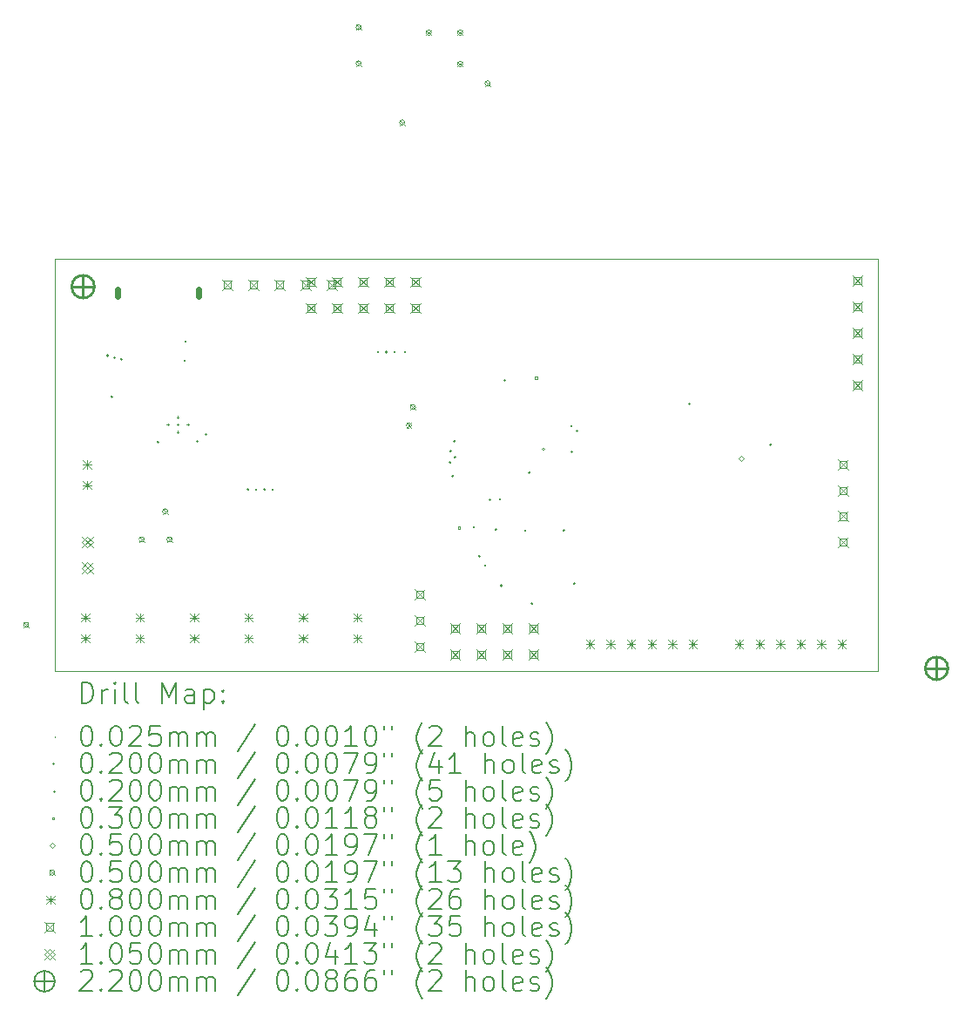
<source format=gbr>
%TF.GenerationSoftware,KiCad,Pcbnew,8.0.8*%
%TF.CreationDate,2025-03-13T15:21:53-04:00*%
%TF.ProjectId,tuner time,74756e65-7220-4746-996d-652e6b696361,rev?*%
%TF.SameCoordinates,Original*%
%TF.FileFunction,Drillmap*%
%TF.FilePolarity,Positive*%
%FSLAX45Y45*%
G04 Gerber Fmt 4.5, Leading zero omitted, Abs format (unit mm)*
G04 Created by KiCad (PCBNEW 8.0.8) date 2025-03-13 15:21:53*
%MOMM*%
%LPD*%
G01*
G04 APERTURE LIST*
%ADD10C,0.050000*%
%ADD11C,0.609600*%
%ADD12C,0.200000*%
%ADD13C,0.100000*%
%ADD14C,0.105000*%
%ADD15C,0.220000*%
G04 APERTURE END LIST*
D10*
X15000000Y-10000000D02*
X23000000Y-10000000D01*
X23000000Y-14000000D01*
X15000000Y-14000000D01*
X15000000Y-10000000D01*
D11*
X15608750Y-10296140D02*
X15608750Y-10364720D01*
X16398750Y-10296140D02*
X16398750Y-10364720D01*
D12*
D13*
X15607480Y-10329160D02*
X15610020Y-10331700D01*
X15610020Y-10329160D02*
X15607480Y-10331700D01*
X16397480Y-10329160D02*
X16400020Y-10331700D01*
X16400020Y-10329160D02*
X16397480Y-10331700D01*
X15520000Y-10940000D02*
G75*
G02*
X15500000Y-10940000I-10000J0D01*
G01*
X15500000Y-10940000D02*
G75*
G02*
X15520000Y-10940000I10000J0D01*
G01*
X15560000Y-11340000D02*
G75*
G02*
X15540000Y-11340000I-10000J0D01*
G01*
X15540000Y-11340000D02*
G75*
G02*
X15560000Y-11340000I10000J0D01*
G01*
X15587500Y-10958950D02*
G75*
G02*
X15567500Y-10958950I-10000J0D01*
G01*
X15567500Y-10958950D02*
G75*
G02*
X15587500Y-10958950I10000J0D01*
G01*
X15655000Y-10975000D02*
G75*
G02*
X15635000Y-10975000I-10000J0D01*
G01*
X15635000Y-10975000D02*
G75*
G02*
X15655000Y-10975000I10000J0D01*
G01*
X16010000Y-11777500D02*
G75*
G02*
X15990000Y-11777500I-10000J0D01*
G01*
X15990000Y-11777500D02*
G75*
G02*
X16010000Y-11777500I10000J0D01*
G01*
X16270000Y-10992500D02*
G75*
G02*
X16250000Y-10992500I-10000J0D01*
G01*
X16250000Y-10992500D02*
G75*
G02*
X16270000Y-10992500I10000J0D01*
G01*
X16277500Y-10805000D02*
G75*
G02*
X16257500Y-10805000I-10000J0D01*
G01*
X16257500Y-10805000D02*
G75*
G02*
X16277500Y-10805000I10000J0D01*
G01*
X16392500Y-11775000D02*
G75*
G02*
X16372500Y-11775000I-10000J0D01*
G01*
X16372500Y-11775000D02*
G75*
G02*
X16392500Y-11775000I10000J0D01*
G01*
X16477500Y-11705000D02*
G75*
G02*
X16457500Y-11705000I-10000J0D01*
G01*
X16457500Y-11705000D02*
G75*
G02*
X16477500Y-11705000I10000J0D01*
G01*
X16885000Y-12241660D02*
G75*
G02*
X16865000Y-12241660I-10000J0D01*
G01*
X16865000Y-12241660D02*
G75*
G02*
X16885000Y-12241660I10000J0D01*
G01*
X16965000Y-12241660D02*
G75*
G02*
X16945000Y-12241660I-10000J0D01*
G01*
X16945000Y-12241660D02*
G75*
G02*
X16965000Y-12241660I10000J0D01*
G01*
X17045000Y-12241660D02*
G75*
G02*
X17025000Y-12241660I-10000J0D01*
G01*
X17025000Y-12241660D02*
G75*
G02*
X17045000Y-12241660I10000J0D01*
G01*
X17125000Y-12241660D02*
G75*
G02*
X17105000Y-12241660I-10000J0D01*
G01*
X17105000Y-12241660D02*
G75*
G02*
X17125000Y-12241660I10000J0D01*
G01*
X18147500Y-10905000D02*
G75*
G02*
X18127500Y-10905000I-10000J0D01*
G01*
X18127500Y-10905000D02*
G75*
G02*
X18147500Y-10905000I10000J0D01*
G01*
X18230000Y-10905000D02*
G75*
G02*
X18210000Y-10905000I-10000J0D01*
G01*
X18210000Y-10905000D02*
G75*
G02*
X18230000Y-10905000I10000J0D01*
G01*
X18310000Y-10905000D02*
G75*
G02*
X18290000Y-10905000I-10000J0D01*
G01*
X18290000Y-10905000D02*
G75*
G02*
X18310000Y-10905000I10000J0D01*
G01*
X18410000Y-10905000D02*
G75*
G02*
X18390000Y-10905000I-10000J0D01*
G01*
X18390000Y-10905000D02*
G75*
G02*
X18410000Y-10905000I10000J0D01*
G01*
X18850000Y-11980000D02*
G75*
G02*
X18830000Y-11980000I-10000J0D01*
G01*
X18830000Y-11980000D02*
G75*
G02*
X18850000Y-11980000I10000J0D01*
G01*
X18855000Y-11870000D02*
G75*
G02*
X18835000Y-11870000I-10000J0D01*
G01*
X18835000Y-11870000D02*
G75*
G02*
X18855000Y-11870000I10000J0D01*
G01*
X18875000Y-12110000D02*
G75*
G02*
X18855000Y-12110000I-10000J0D01*
G01*
X18855000Y-12110000D02*
G75*
G02*
X18875000Y-12110000I10000J0D01*
G01*
X18892500Y-11770000D02*
G75*
G02*
X18872500Y-11770000I-10000J0D01*
G01*
X18872500Y-11770000D02*
G75*
G02*
X18892500Y-11770000I10000J0D01*
G01*
X18895685Y-11926963D02*
G75*
G02*
X18875685Y-11926963I-10000J0D01*
G01*
X18875685Y-11926963D02*
G75*
G02*
X18895685Y-11926963I10000J0D01*
G01*
X19082461Y-12607919D02*
G75*
G02*
X19062461Y-12607919I-10000J0D01*
G01*
X19062461Y-12607919D02*
G75*
G02*
X19082461Y-12607919I10000J0D01*
G01*
X19132500Y-12890000D02*
G75*
G02*
X19112500Y-12890000I-10000J0D01*
G01*
X19112500Y-12890000D02*
G75*
G02*
X19132500Y-12890000I10000J0D01*
G01*
X19190000Y-12980000D02*
G75*
G02*
X19170000Y-12980000I-10000J0D01*
G01*
X19170000Y-12980000D02*
G75*
G02*
X19190000Y-12980000I10000J0D01*
G01*
X19237500Y-12340000D02*
G75*
G02*
X19217500Y-12340000I-10000J0D01*
G01*
X19217500Y-12340000D02*
G75*
G02*
X19237500Y-12340000I10000J0D01*
G01*
X19295000Y-12630000D02*
G75*
G02*
X19275000Y-12630000I-10000J0D01*
G01*
X19275000Y-12630000D02*
G75*
G02*
X19295000Y-12630000I10000J0D01*
G01*
X19335000Y-12337500D02*
G75*
G02*
X19315000Y-12337500I-10000J0D01*
G01*
X19315000Y-12337500D02*
G75*
G02*
X19335000Y-12337500I10000J0D01*
G01*
X19347500Y-13175000D02*
G75*
G02*
X19327500Y-13175000I-10000J0D01*
G01*
X19327500Y-13175000D02*
G75*
G02*
X19347500Y-13175000I10000J0D01*
G01*
X19382500Y-11180000D02*
G75*
G02*
X19362500Y-11180000I-10000J0D01*
G01*
X19362500Y-11180000D02*
G75*
G02*
X19382500Y-11180000I10000J0D01*
G01*
X19580000Y-12640000D02*
G75*
G02*
X19560000Y-12640000I-10000J0D01*
G01*
X19560000Y-12640000D02*
G75*
G02*
X19580000Y-12640000I10000J0D01*
G01*
X19620000Y-12075000D02*
G75*
G02*
X19600000Y-12075000I-10000J0D01*
G01*
X19600000Y-12075000D02*
G75*
G02*
X19620000Y-12075000I10000J0D01*
G01*
X19645000Y-13350000D02*
G75*
G02*
X19625000Y-13350000I-10000J0D01*
G01*
X19625000Y-13350000D02*
G75*
G02*
X19645000Y-13350000I10000J0D01*
G01*
X19757500Y-11850000D02*
G75*
G02*
X19737500Y-11850000I-10000J0D01*
G01*
X19737500Y-11850000D02*
G75*
G02*
X19757500Y-11850000I10000J0D01*
G01*
X19955000Y-12637500D02*
G75*
G02*
X19935000Y-12637500I-10000J0D01*
G01*
X19935000Y-12637500D02*
G75*
G02*
X19955000Y-12637500I10000J0D01*
G01*
X20030000Y-11625000D02*
G75*
G02*
X20010000Y-11625000I-10000J0D01*
G01*
X20010000Y-11625000D02*
G75*
G02*
X20030000Y-11625000I10000J0D01*
G01*
X20033934Y-11874573D02*
G75*
G02*
X20013934Y-11874573I-10000J0D01*
G01*
X20013934Y-11874573D02*
G75*
G02*
X20033934Y-11874573I10000J0D01*
G01*
X20055000Y-13155000D02*
G75*
G02*
X20035000Y-13155000I-10000J0D01*
G01*
X20035000Y-13155000D02*
G75*
G02*
X20055000Y-13155000I10000J0D01*
G01*
X20082167Y-11671676D02*
G75*
G02*
X20062167Y-11671676I-10000J0D01*
G01*
X20062167Y-11671676D02*
G75*
G02*
X20082167Y-11671676I10000J0D01*
G01*
X21177500Y-11410000D02*
G75*
G02*
X21157500Y-11410000I-10000J0D01*
G01*
X21157500Y-11410000D02*
G75*
G02*
X21177500Y-11410000I10000J0D01*
G01*
X21965000Y-11805000D02*
G75*
G02*
X21945000Y-11805000I-10000J0D01*
G01*
X21945000Y-11805000D02*
G75*
G02*
X21965000Y-11805000I10000J0D01*
G01*
X16095000Y-11598750D02*
X16095000Y-11618750D01*
X16085000Y-11608750D02*
X16105000Y-11608750D01*
X16192500Y-11526250D02*
X16192500Y-11546250D01*
X16182500Y-11536250D02*
X16202500Y-11536250D01*
X16192500Y-11598750D02*
X16192500Y-11618750D01*
X16182500Y-11608750D02*
X16202500Y-11608750D01*
X16192500Y-11671250D02*
X16192500Y-11691250D01*
X16182500Y-11681250D02*
X16202500Y-11681250D01*
X16290000Y-11598750D02*
X16290000Y-11618750D01*
X16280000Y-11608750D02*
X16300000Y-11608750D01*
X18935607Y-12620607D02*
X18935607Y-12599393D01*
X18914393Y-12599393D01*
X18914393Y-12620607D01*
X18935607Y-12620607D01*
X19685607Y-11165607D02*
X19685607Y-11144393D01*
X19664393Y-11144393D01*
X19664393Y-11165607D01*
X19685607Y-11165607D01*
X21670000Y-11962500D02*
X21695000Y-11937500D01*
X21670000Y-11912500D01*
X21645000Y-11937500D01*
X21670000Y-11962500D01*
X14695000Y-13530000D02*
X14745000Y-13580000D01*
X14745000Y-13530000D02*
X14695000Y-13580000D01*
X14745000Y-13555000D02*
G75*
G02*
X14695000Y-13555000I-25000J0D01*
G01*
X14695000Y-13555000D02*
G75*
G02*
X14745000Y-13555000I25000J0D01*
G01*
X15817500Y-12700000D02*
X15867500Y-12750000D01*
X15867500Y-12700000D02*
X15817500Y-12750000D01*
X15867500Y-12725000D02*
G75*
G02*
X15817500Y-12725000I-25000J0D01*
G01*
X15817500Y-12725000D02*
G75*
G02*
X15867500Y-12725000I25000J0D01*
G01*
X16045000Y-12427500D02*
X16095000Y-12477500D01*
X16095000Y-12427500D02*
X16045000Y-12477500D01*
X16095000Y-12452500D02*
G75*
G02*
X16045000Y-12452500I-25000J0D01*
G01*
X16045000Y-12452500D02*
G75*
G02*
X16095000Y-12452500I25000J0D01*
G01*
X16087500Y-12700000D02*
X16137500Y-12750000D01*
X16137500Y-12700000D02*
X16087500Y-12750000D01*
X16137500Y-12725000D02*
G75*
G02*
X16087500Y-12725000I-25000J0D01*
G01*
X16087500Y-12725000D02*
G75*
G02*
X16137500Y-12725000I25000J0D01*
G01*
X17925000Y-7725000D02*
X17975000Y-7775000D01*
X17975000Y-7725000D02*
X17925000Y-7775000D01*
X17975000Y-7750000D02*
G75*
G02*
X17925000Y-7750000I-25000J0D01*
G01*
X17925000Y-7750000D02*
G75*
G02*
X17975000Y-7750000I25000J0D01*
G01*
X17925000Y-8075000D02*
X17975000Y-8125000D01*
X17975000Y-8075000D02*
X17925000Y-8125000D01*
X17975000Y-8100000D02*
G75*
G02*
X17925000Y-8100000I-25000J0D01*
G01*
X17925000Y-8100000D02*
G75*
G02*
X17975000Y-8100000I25000J0D01*
G01*
X18350000Y-8650000D02*
X18400000Y-8700000D01*
X18400000Y-8650000D02*
X18350000Y-8700000D01*
X18400000Y-8675000D02*
G75*
G02*
X18350000Y-8675000I-25000J0D01*
G01*
X18350000Y-8675000D02*
G75*
G02*
X18400000Y-8675000I25000J0D01*
G01*
X18415000Y-11595000D02*
X18465000Y-11645000D01*
X18465000Y-11595000D02*
X18415000Y-11645000D01*
X18465000Y-11620000D02*
G75*
G02*
X18415000Y-11620000I-25000J0D01*
G01*
X18415000Y-11620000D02*
G75*
G02*
X18465000Y-11620000I25000J0D01*
G01*
X18455000Y-11415000D02*
X18505000Y-11465000D01*
X18505000Y-11415000D02*
X18455000Y-11465000D01*
X18505000Y-11440000D02*
G75*
G02*
X18455000Y-11440000I-25000J0D01*
G01*
X18455000Y-11440000D02*
G75*
G02*
X18505000Y-11440000I25000J0D01*
G01*
X18609000Y-7777000D02*
X18659000Y-7827000D01*
X18659000Y-7777000D02*
X18609000Y-7827000D01*
X18659000Y-7802000D02*
G75*
G02*
X18609000Y-7802000I-25000J0D01*
G01*
X18609000Y-7802000D02*
G75*
G02*
X18659000Y-7802000I25000J0D01*
G01*
X18914000Y-7777000D02*
X18964000Y-7827000D01*
X18964000Y-7777000D02*
X18914000Y-7827000D01*
X18964000Y-7802000D02*
G75*
G02*
X18914000Y-7802000I-25000J0D01*
G01*
X18914000Y-7802000D02*
G75*
G02*
X18964000Y-7802000I25000J0D01*
G01*
X18914000Y-8082000D02*
X18964000Y-8132000D01*
X18964000Y-8082000D02*
X18914000Y-8132000D01*
X18964000Y-8107000D02*
G75*
G02*
X18914000Y-8107000I-25000J0D01*
G01*
X18914000Y-8107000D02*
G75*
G02*
X18964000Y-8107000I25000J0D01*
G01*
X19180000Y-8270000D02*
X19230000Y-8320000D01*
X19230000Y-8270000D02*
X19180000Y-8320000D01*
X19230000Y-8295000D02*
G75*
G02*
X19180000Y-8295000I-25000J0D01*
G01*
X19180000Y-8295000D02*
G75*
G02*
X19230000Y-8295000I25000J0D01*
G01*
X15255000Y-13445000D02*
X15335000Y-13525000D01*
X15335000Y-13445000D02*
X15255000Y-13525000D01*
X15295000Y-13445000D02*
X15295000Y-13525000D01*
X15255000Y-13485000D02*
X15335000Y-13485000D01*
X15255000Y-13645000D02*
X15335000Y-13725000D01*
X15335000Y-13645000D02*
X15255000Y-13725000D01*
X15295000Y-13645000D02*
X15295000Y-13725000D01*
X15255000Y-13685000D02*
X15335000Y-13685000D01*
X15272500Y-11957500D02*
X15352500Y-12037500D01*
X15352500Y-11957500D02*
X15272500Y-12037500D01*
X15312500Y-11957500D02*
X15312500Y-12037500D01*
X15272500Y-11997500D02*
X15352500Y-11997500D01*
X15272500Y-12157500D02*
X15352500Y-12237500D01*
X15352500Y-12157500D02*
X15272500Y-12237500D01*
X15312500Y-12157500D02*
X15312500Y-12237500D01*
X15272500Y-12197500D02*
X15352500Y-12197500D01*
X15784000Y-13445000D02*
X15864000Y-13525000D01*
X15864000Y-13445000D02*
X15784000Y-13525000D01*
X15824000Y-13445000D02*
X15824000Y-13525000D01*
X15784000Y-13485000D02*
X15864000Y-13485000D01*
X15784000Y-13645000D02*
X15864000Y-13725000D01*
X15864000Y-13645000D02*
X15784000Y-13725000D01*
X15824000Y-13645000D02*
X15824000Y-13725000D01*
X15784000Y-13685000D02*
X15864000Y-13685000D01*
X16313000Y-13445000D02*
X16393000Y-13525000D01*
X16393000Y-13445000D02*
X16313000Y-13525000D01*
X16353000Y-13445000D02*
X16353000Y-13525000D01*
X16313000Y-13485000D02*
X16393000Y-13485000D01*
X16313000Y-13645000D02*
X16393000Y-13725000D01*
X16393000Y-13645000D02*
X16313000Y-13725000D01*
X16353000Y-13645000D02*
X16353000Y-13725000D01*
X16313000Y-13685000D02*
X16393000Y-13685000D01*
X16842000Y-13445000D02*
X16922000Y-13525000D01*
X16922000Y-13445000D02*
X16842000Y-13525000D01*
X16882000Y-13445000D02*
X16882000Y-13525000D01*
X16842000Y-13485000D02*
X16922000Y-13485000D01*
X16842000Y-13645000D02*
X16922000Y-13725000D01*
X16922000Y-13645000D02*
X16842000Y-13725000D01*
X16882000Y-13645000D02*
X16882000Y-13725000D01*
X16842000Y-13685000D02*
X16922000Y-13685000D01*
X17371000Y-13445000D02*
X17451000Y-13525000D01*
X17451000Y-13445000D02*
X17371000Y-13525000D01*
X17411000Y-13445000D02*
X17411000Y-13525000D01*
X17371000Y-13485000D02*
X17451000Y-13485000D01*
X17371000Y-13645000D02*
X17451000Y-13725000D01*
X17451000Y-13645000D02*
X17371000Y-13725000D01*
X17411000Y-13645000D02*
X17411000Y-13725000D01*
X17371000Y-13685000D02*
X17451000Y-13685000D01*
X17900000Y-13445000D02*
X17980000Y-13525000D01*
X17980000Y-13445000D02*
X17900000Y-13525000D01*
X17940000Y-13445000D02*
X17940000Y-13525000D01*
X17900000Y-13485000D02*
X17980000Y-13485000D01*
X17900000Y-13645000D02*
X17980000Y-13725000D01*
X17980000Y-13645000D02*
X17900000Y-13725000D01*
X17940000Y-13645000D02*
X17940000Y-13725000D01*
X17900000Y-13685000D02*
X17980000Y-13685000D01*
X20160000Y-13700000D02*
X20240000Y-13780000D01*
X20240000Y-13700000D02*
X20160000Y-13780000D01*
X20200000Y-13700000D02*
X20200000Y-13780000D01*
X20160000Y-13740000D02*
X20240000Y-13740000D01*
X20360000Y-13700000D02*
X20440000Y-13780000D01*
X20440000Y-13700000D02*
X20360000Y-13780000D01*
X20400000Y-13700000D02*
X20400000Y-13780000D01*
X20360000Y-13740000D02*
X20440000Y-13740000D01*
X20560000Y-13700000D02*
X20640000Y-13780000D01*
X20640000Y-13700000D02*
X20560000Y-13780000D01*
X20600000Y-13700000D02*
X20600000Y-13780000D01*
X20560000Y-13740000D02*
X20640000Y-13740000D01*
X20760000Y-13700000D02*
X20840000Y-13780000D01*
X20840000Y-13700000D02*
X20760000Y-13780000D01*
X20800000Y-13700000D02*
X20800000Y-13780000D01*
X20760000Y-13740000D02*
X20840000Y-13740000D01*
X20960000Y-13700000D02*
X21040000Y-13780000D01*
X21040000Y-13700000D02*
X20960000Y-13780000D01*
X21000000Y-13700000D02*
X21000000Y-13780000D01*
X20960000Y-13740000D02*
X21040000Y-13740000D01*
X21160000Y-13700000D02*
X21240000Y-13780000D01*
X21240000Y-13700000D02*
X21160000Y-13780000D01*
X21200000Y-13700000D02*
X21200000Y-13780000D01*
X21160000Y-13740000D02*
X21240000Y-13740000D01*
X21610000Y-13700000D02*
X21690000Y-13780000D01*
X21690000Y-13700000D02*
X21610000Y-13780000D01*
X21650000Y-13700000D02*
X21650000Y-13780000D01*
X21610000Y-13740000D02*
X21690000Y-13740000D01*
X21810000Y-13700000D02*
X21890000Y-13780000D01*
X21890000Y-13700000D02*
X21810000Y-13780000D01*
X21850000Y-13700000D02*
X21850000Y-13780000D01*
X21810000Y-13740000D02*
X21890000Y-13740000D01*
X22010000Y-13700000D02*
X22090000Y-13780000D01*
X22090000Y-13700000D02*
X22010000Y-13780000D01*
X22050000Y-13700000D02*
X22050000Y-13780000D01*
X22010000Y-13740000D02*
X22090000Y-13740000D01*
X22210000Y-13700000D02*
X22290000Y-13780000D01*
X22290000Y-13700000D02*
X22210000Y-13780000D01*
X22250000Y-13700000D02*
X22250000Y-13780000D01*
X22210000Y-13740000D02*
X22290000Y-13740000D01*
X22410000Y-13700000D02*
X22490000Y-13780000D01*
X22490000Y-13700000D02*
X22410000Y-13780000D01*
X22450000Y-13700000D02*
X22450000Y-13780000D01*
X22410000Y-13740000D02*
X22490000Y-13740000D01*
X22610000Y-13700000D02*
X22690000Y-13780000D01*
X22690000Y-13700000D02*
X22610000Y-13780000D01*
X22650000Y-13700000D02*
X22650000Y-13780000D01*
X22610000Y-13740000D02*
X22690000Y-13740000D01*
X16625000Y-10200000D02*
X16725000Y-10300000D01*
X16725000Y-10200000D02*
X16625000Y-10300000D01*
X16710356Y-10285356D02*
X16710356Y-10214644D01*
X16639644Y-10214644D01*
X16639644Y-10285356D01*
X16710356Y-10285356D01*
X16879000Y-10200000D02*
X16979000Y-10300000D01*
X16979000Y-10200000D02*
X16879000Y-10300000D01*
X16964356Y-10285356D02*
X16964356Y-10214644D01*
X16893644Y-10214644D01*
X16893644Y-10285356D01*
X16964356Y-10285356D01*
X17133000Y-10200000D02*
X17233000Y-10300000D01*
X17233000Y-10200000D02*
X17133000Y-10300000D01*
X17218356Y-10285356D02*
X17218356Y-10214644D01*
X17147644Y-10214644D01*
X17147644Y-10285356D01*
X17218356Y-10285356D01*
X17387000Y-10200000D02*
X17487000Y-10300000D01*
X17487000Y-10200000D02*
X17387000Y-10300000D01*
X17472356Y-10285356D02*
X17472356Y-10214644D01*
X17401644Y-10214644D01*
X17401644Y-10285356D01*
X17472356Y-10285356D01*
X17438000Y-10173000D02*
X17538000Y-10273000D01*
X17538000Y-10173000D02*
X17438000Y-10273000D01*
X17523356Y-10258356D02*
X17523356Y-10187644D01*
X17452644Y-10187644D01*
X17452644Y-10258356D01*
X17523356Y-10258356D01*
X17438000Y-10427000D02*
X17538000Y-10527000D01*
X17538000Y-10427000D02*
X17438000Y-10527000D01*
X17523356Y-10512356D02*
X17523356Y-10441644D01*
X17452644Y-10441644D01*
X17452644Y-10512356D01*
X17523356Y-10512356D01*
X17641000Y-10200000D02*
X17741000Y-10300000D01*
X17741000Y-10200000D02*
X17641000Y-10300000D01*
X17726356Y-10285356D02*
X17726356Y-10214644D01*
X17655644Y-10214644D01*
X17655644Y-10285356D01*
X17726356Y-10285356D01*
X17692000Y-10173000D02*
X17792000Y-10273000D01*
X17792000Y-10173000D02*
X17692000Y-10273000D01*
X17777356Y-10258356D02*
X17777356Y-10187644D01*
X17706644Y-10187644D01*
X17706644Y-10258356D01*
X17777356Y-10258356D01*
X17692000Y-10427000D02*
X17792000Y-10527000D01*
X17792000Y-10427000D02*
X17692000Y-10527000D01*
X17777356Y-10512356D02*
X17777356Y-10441644D01*
X17706644Y-10441644D01*
X17706644Y-10512356D01*
X17777356Y-10512356D01*
X17946000Y-10173000D02*
X18046000Y-10273000D01*
X18046000Y-10173000D02*
X17946000Y-10273000D01*
X18031356Y-10258356D02*
X18031356Y-10187644D01*
X17960644Y-10187644D01*
X17960644Y-10258356D01*
X18031356Y-10258356D01*
X17946000Y-10427000D02*
X18046000Y-10527000D01*
X18046000Y-10427000D02*
X17946000Y-10527000D01*
X18031356Y-10512356D02*
X18031356Y-10441644D01*
X17960644Y-10441644D01*
X17960644Y-10512356D01*
X18031356Y-10512356D01*
X18200000Y-10173000D02*
X18300000Y-10273000D01*
X18300000Y-10173000D02*
X18200000Y-10273000D01*
X18285356Y-10258356D02*
X18285356Y-10187644D01*
X18214644Y-10187644D01*
X18214644Y-10258356D01*
X18285356Y-10258356D01*
X18200000Y-10427000D02*
X18300000Y-10527000D01*
X18300000Y-10427000D02*
X18200000Y-10527000D01*
X18285356Y-10512356D02*
X18285356Y-10441644D01*
X18214644Y-10441644D01*
X18214644Y-10512356D01*
X18285356Y-10512356D01*
X18454000Y-10173000D02*
X18554000Y-10273000D01*
X18554000Y-10173000D02*
X18454000Y-10273000D01*
X18539356Y-10258356D02*
X18539356Y-10187644D01*
X18468644Y-10187644D01*
X18468644Y-10258356D01*
X18539356Y-10258356D01*
X18454000Y-10427000D02*
X18554000Y-10527000D01*
X18554000Y-10427000D02*
X18454000Y-10527000D01*
X18539356Y-10512356D02*
X18539356Y-10441644D01*
X18468644Y-10441644D01*
X18468644Y-10512356D01*
X18539356Y-10512356D01*
X18495000Y-13207000D02*
X18595000Y-13307000D01*
X18595000Y-13207000D02*
X18495000Y-13307000D01*
X18580356Y-13292356D02*
X18580356Y-13221644D01*
X18509644Y-13221644D01*
X18509644Y-13292356D01*
X18580356Y-13292356D01*
X18495000Y-13461000D02*
X18595000Y-13561000D01*
X18595000Y-13461000D02*
X18495000Y-13561000D01*
X18580356Y-13546356D02*
X18580356Y-13475644D01*
X18509644Y-13475644D01*
X18509644Y-13546356D01*
X18580356Y-13546356D01*
X18495000Y-13715000D02*
X18595000Y-13815000D01*
X18595000Y-13715000D02*
X18495000Y-13815000D01*
X18580356Y-13800356D02*
X18580356Y-13729644D01*
X18509644Y-13729644D01*
X18509644Y-13800356D01*
X18580356Y-13800356D01*
X18838000Y-13540000D02*
X18938000Y-13640000D01*
X18938000Y-13540000D02*
X18838000Y-13640000D01*
X18923356Y-13625356D02*
X18923356Y-13554644D01*
X18852644Y-13554644D01*
X18852644Y-13625356D01*
X18923356Y-13625356D01*
X18838000Y-13794000D02*
X18938000Y-13894000D01*
X18938000Y-13794000D02*
X18838000Y-13894000D01*
X18923356Y-13879356D02*
X18923356Y-13808644D01*
X18852644Y-13808644D01*
X18852644Y-13879356D01*
X18923356Y-13879356D01*
X19092000Y-13540000D02*
X19192000Y-13640000D01*
X19192000Y-13540000D02*
X19092000Y-13640000D01*
X19177356Y-13625356D02*
X19177356Y-13554644D01*
X19106644Y-13554644D01*
X19106644Y-13625356D01*
X19177356Y-13625356D01*
X19092000Y-13794000D02*
X19192000Y-13894000D01*
X19192000Y-13794000D02*
X19092000Y-13894000D01*
X19177356Y-13879356D02*
X19177356Y-13808644D01*
X19106644Y-13808644D01*
X19106644Y-13879356D01*
X19177356Y-13879356D01*
X19346000Y-13540000D02*
X19446000Y-13640000D01*
X19446000Y-13540000D02*
X19346000Y-13640000D01*
X19431356Y-13625356D02*
X19431356Y-13554644D01*
X19360644Y-13554644D01*
X19360644Y-13625356D01*
X19431356Y-13625356D01*
X19346000Y-13794000D02*
X19446000Y-13894000D01*
X19446000Y-13794000D02*
X19346000Y-13894000D01*
X19431356Y-13879356D02*
X19431356Y-13808644D01*
X19360644Y-13808644D01*
X19360644Y-13879356D01*
X19431356Y-13879356D01*
X19600000Y-13540000D02*
X19700000Y-13640000D01*
X19700000Y-13540000D02*
X19600000Y-13640000D01*
X19685356Y-13625356D02*
X19685356Y-13554644D01*
X19614644Y-13554644D01*
X19614644Y-13625356D01*
X19685356Y-13625356D01*
X19600000Y-13794000D02*
X19700000Y-13894000D01*
X19700000Y-13794000D02*
X19600000Y-13894000D01*
X19685356Y-13879356D02*
X19685356Y-13808644D01*
X19614644Y-13808644D01*
X19614644Y-13879356D01*
X19685356Y-13879356D01*
X22610000Y-11950000D02*
X22710000Y-12050000D01*
X22710000Y-11950000D02*
X22610000Y-12050000D01*
X22695356Y-12035356D02*
X22695356Y-11964644D01*
X22624644Y-11964644D01*
X22624644Y-12035356D01*
X22695356Y-12035356D01*
X22610000Y-12200000D02*
X22710000Y-12300000D01*
X22710000Y-12200000D02*
X22610000Y-12300000D01*
X22695356Y-12285356D02*
X22695356Y-12214644D01*
X22624644Y-12214644D01*
X22624644Y-12285356D01*
X22695356Y-12285356D01*
X22610000Y-12450000D02*
X22710000Y-12550000D01*
X22710000Y-12450000D02*
X22610000Y-12550000D01*
X22695356Y-12535356D02*
X22695356Y-12464644D01*
X22624644Y-12464644D01*
X22624644Y-12535356D01*
X22695356Y-12535356D01*
X22610000Y-12700000D02*
X22710000Y-12800000D01*
X22710000Y-12700000D02*
X22610000Y-12800000D01*
X22695356Y-12785356D02*
X22695356Y-12714644D01*
X22624644Y-12714644D01*
X22624644Y-12785356D01*
X22695356Y-12785356D01*
X22750000Y-10163000D02*
X22850000Y-10263000D01*
X22850000Y-10163000D02*
X22750000Y-10263000D01*
X22835356Y-10248356D02*
X22835356Y-10177644D01*
X22764644Y-10177644D01*
X22764644Y-10248356D01*
X22835356Y-10248356D01*
X22750000Y-10417000D02*
X22850000Y-10517000D01*
X22850000Y-10417000D02*
X22750000Y-10517000D01*
X22835356Y-10502356D02*
X22835356Y-10431644D01*
X22764644Y-10431644D01*
X22764644Y-10502356D01*
X22835356Y-10502356D01*
X22750000Y-10671000D02*
X22850000Y-10771000D01*
X22850000Y-10671000D02*
X22750000Y-10771000D01*
X22835356Y-10756356D02*
X22835356Y-10685644D01*
X22764644Y-10685644D01*
X22764644Y-10756356D01*
X22835356Y-10756356D01*
X22750000Y-10925000D02*
X22850000Y-11025000D01*
X22850000Y-10925000D02*
X22750000Y-11025000D01*
X22835356Y-11010356D02*
X22835356Y-10939644D01*
X22764644Y-10939644D01*
X22764644Y-11010356D01*
X22835356Y-11010356D01*
X22750000Y-11179000D02*
X22850000Y-11279000D01*
X22850000Y-11179000D02*
X22750000Y-11279000D01*
X22835356Y-11264356D02*
X22835356Y-11193644D01*
X22764644Y-11193644D01*
X22764644Y-11264356D01*
X22835356Y-11264356D01*
D14*
X15262500Y-12700000D02*
X15367500Y-12805000D01*
X15367500Y-12700000D02*
X15262500Y-12805000D01*
X15315000Y-12805000D02*
X15367500Y-12752500D01*
X15315000Y-12700000D01*
X15262500Y-12752500D01*
X15315000Y-12805000D01*
X15262500Y-12950000D02*
X15367500Y-13055000D01*
X15367500Y-12950000D02*
X15262500Y-13055000D01*
X15315000Y-13055000D02*
X15367500Y-13002500D01*
X15315000Y-12950000D01*
X15262500Y-13002500D01*
X15315000Y-13055000D01*
D15*
X15272500Y-10160000D02*
X15272500Y-10380000D01*
X15162500Y-10270000D02*
X15382500Y-10270000D01*
X15382500Y-10270000D02*
G75*
G02*
X15162500Y-10270000I-110000J0D01*
G01*
X15162500Y-10270000D02*
G75*
G02*
X15382500Y-10270000I110000J0D01*
G01*
X23570000Y-13867500D02*
X23570000Y-14087500D01*
X23460000Y-13977500D02*
X23680000Y-13977500D01*
X23680000Y-13977500D02*
G75*
G02*
X23460000Y-13977500I-110000J0D01*
G01*
X23460000Y-13977500D02*
G75*
G02*
X23680000Y-13977500I110000J0D01*
G01*
D12*
X15258277Y-14313984D02*
X15258277Y-14113984D01*
X15258277Y-14113984D02*
X15305896Y-14113984D01*
X15305896Y-14113984D02*
X15334467Y-14123508D01*
X15334467Y-14123508D02*
X15353515Y-14142555D01*
X15353515Y-14142555D02*
X15363039Y-14161603D01*
X15363039Y-14161603D02*
X15372562Y-14199698D01*
X15372562Y-14199698D02*
X15372562Y-14228269D01*
X15372562Y-14228269D02*
X15363039Y-14266365D01*
X15363039Y-14266365D02*
X15353515Y-14285412D01*
X15353515Y-14285412D02*
X15334467Y-14304460D01*
X15334467Y-14304460D02*
X15305896Y-14313984D01*
X15305896Y-14313984D02*
X15258277Y-14313984D01*
X15458277Y-14313984D02*
X15458277Y-14180650D01*
X15458277Y-14218746D02*
X15467801Y-14199698D01*
X15467801Y-14199698D02*
X15477324Y-14190174D01*
X15477324Y-14190174D02*
X15496372Y-14180650D01*
X15496372Y-14180650D02*
X15515420Y-14180650D01*
X15582086Y-14313984D02*
X15582086Y-14180650D01*
X15582086Y-14113984D02*
X15572562Y-14123508D01*
X15572562Y-14123508D02*
X15582086Y-14133031D01*
X15582086Y-14133031D02*
X15591610Y-14123508D01*
X15591610Y-14123508D02*
X15582086Y-14113984D01*
X15582086Y-14113984D02*
X15582086Y-14133031D01*
X15705896Y-14313984D02*
X15686848Y-14304460D01*
X15686848Y-14304460D02*
X15677324Y-14285412D01*
X15677324Y-14285412D02*
X15677324Y-14113984D01*
X15810658Y-14313984D02*
X15791610Y-14304460D01*
X15791610Y-14304460D02*
X15782086Y-14285412D01*
X15782086Y-14285412D02*
X15782086Y-14113984D01*
X16039229Y-14313984D02*
X16039229Y-14113984D01*
X16039229Y-14113984D02*
X16105896Y-14256841D01*
X16105896Y-14256841D02*
X16172562Y-14113984D01*
X16172562Y-14113984D02*
X16172562Y-14313984D01*
X16353515Y-14313984D02*
X16353515Y-14209222D01*
X16353515Y-14209222D02*
X16343991Y-14190174D01*
X16343991Y-14190174D02*
X16324943Y-14180650D01*
X16324943Y-14180650D02*
X16286848Y-14180650D01*
X16286848Y-14180650D02*
X16267801Y-14190174D01*
X16353515Y-14304460D02*
X16334467Y-14313984D01*
X16334467Y-14313984D02*
X16286848Y-14313984D01*
X16286848Y-14313984D02*
X16267801Y-14304460D01*
X16267801Y-14304460D02*
X16258277Y-14285412D01*
X16258277Y-14285412D02*
X16258277Y-14266365D01*
X16258277Y-14266365D02*
X16267801Y-14247317D01*
X16267801Y-14247317D02*
X16286848Y-14237793D01*
X16286848Y-14237793D02*
X16334467Y-14237793D01*
X16334467Y-14237793D02*
X16353515Y-14228269D01*
X16448753Y-14180650D02*
X16448753Y-14380650D01*
X16448753Y-14190174D02*
X16467801Y-14180650D01*
X16467801Y-14180650D02*
X16505896Y-14180650D01*
X16505896Y-14180650D02*
X16524943Y-14190174D01*
X16524943Y-14190174D02*
X16534467Y-14199698D01*
X16534467Y-14199698D02*
X16543991Y-14218746D01*
X16543991Y-14218746D02*
X16543991Y-14275888D01*
X16543991Y-14275888D02*
X16534467Y-14294936D01*
X16534467Y-14294936D02*
X16524943Y-14304460D01*
X16524943Y-14304460D02*
X16505896Y-14313984D01*
X16505896Y-14313984D02*
X16467801Y-14313984D01*
X16467801Y-14313984D02*
X16448753Y-14304460D01*
X16629705Y-14294936D02*
X16639229Y-14304460D01*
X16639229Y-14304460D02*
X16629705Y-14313984D01*
X16629705Y-14313984D02*
X16620182Y-14304460D01*
X16620182Y-14304460D02*
X16629705Y-14294936D01*
X16629705Y-14294936D02*
X16629705Y-14313984D01*
X16629705Y-14190174D02*
X16639229Y-14199698D01*
X16639229Y-14199698D02*
X16629705Y-14209222D01*
X16629705Y-14209222D02*
X16620182Y-14199698D01*
X16620182Y-14199698D02*
X16629705Y-14190174D01*
X16629705Y-14190174D02*
X16629705Y-14209222D01*
D13*
X14994960Y-14641230D02*
X14997500Y-14643770D01*
X14997500Y-14641230D02*
X14994960Y-14643770D01*
D12*
X15296372Y-14533984D02*
X15315420Y-14533984D01*
X15315420Y-14533984D02*
X15334467Y-14543508D01*
X15334467Y-14543508D02*
X15343991Y-14553031D01*
X15343991Y-14553031D02*
X15353515Y-14572079D01*
X15353515Y-14572079D02*
X15363039Y-14610174D01*
X15363039Y-14610174D02*
X15363039Y-14657793D01*
X15363039Y-14657793D02*
X15353515Y-14695888D01*
X15353515Y-14695888D02*
X15343991Y-14714936D01*
X15343991Y-14714936D02*
X15334467Y-14724460D01*
X15334467Y-14724460D02*
X15315420Y-14733984D01*
X15315420Y-14733984D02*
X15296372Y-14733984D01*
X15296372Y-14733984D02*
X15277324Y-14724460D01*
X15277324Y-14724460D02*
X15267801Y-14714936D01*
X15267801Y-14714936D02*
X15258277Y-14695888D01*
X15258277Y-14695888D02*
X15248753Y-14657793D01*
X15248753Y-14657793D02*
X15248753Y-14610174D01*
X15248753Y-14610174D02*
X15258277Y-14572079D01*
X15258277Y-14572079D02*
X15267801Y-14553031D01*
X15267801Y-14553031D02*
X15277324Y-14543508D01*
X15277324Y-14543508D02*
X15296372Y-14533984D01*
X15448753Y-14714936D02*
X15458277Y-14724460D01*
X15458277Y-14724460D02*
X15448753Y-14733984D01*
X15448753Y-14733984D02*
X15439229Y-14724460D01*
X15439229Y-14724460D02*
X15448753Y-14714936D01*
X15448753Y-14714936D02*
X15448753Y-14733984D01*
X15582086Y-14533984D02*
X15601134Y-14533984D01*
X15601134Y-14533984D02*
X15620182Y-14543508D01*
X15620182Y-14543508D02*
X15629705Y-14553031D01*
X15629705Y-14553031D02*
X15639229Y-14572079D01*
X15639229Y-14572079D02*
X15648753Y-14610174D01*
X15648753Y-14610174D02*
X15648753Y-14657793D01*
X15648753Y-14657793D02*
X15639229Y-14695888D01*
X15639229Y-14695888D02*
X15629705Y-14714936D01*
X15629705Y-14714936D02*
X15620182Y-14724460D01*
X15620182Y-14724460D02*
X15601134Y-14733984D01*
X15601134Y-14733984D02*
X15582086Y-14733984D01*
X15582086Y-14733984D02*
X15563039Y-14724460D01*
X15563039Y-14724460D02*
X15553515Y-14714936D01*
X15553515Y-14714936D02*
X15543991Y-14695888D01*
X15543991Y-14695888D02*
X15534467Y-14657793D01*
X15534467Y-14657793D02*
X15534467Y-14610174D01*
X15534467Y-14610174D02*
X15543991Y-14572079D01*
X15543991Y-14572079D02*
X15553515Y-14553031D01*
X15553515Y-14553031D02*
X15563039Y-14543508D01*
X15563039Y-14543508D02*
X15582086Y-14533984D01*
X15724943Y-14553031D02*
X15734467Y-14543508D01*
X15734467Y-14543508D02*
X15753515Y-14533984D01*
X15753515Y-14533984D02*
X15801134Y-14533984D01*
X15801134Y-14533984D02*
X15820182Y-14543508D01*
X15820182Y-14543508D02*
X15829705Y-14553031D01*
X15829705Y-14553031D02*
X15839229Y-14572079D01*
X15839229Y-14572079D02*
X15839229Y-14591127D01*
X15839229Y-14591127D02*
X15829705Y-14619698D01*
X15829705Y-14619698D02*
X15715420Y-14733984D01*
X15715420Y-14733984D02*
X15839229Y-14733984D01*
X16020182Y-14533984D02*
X15924943Y-14533984D01*
X15924943Y-14533984D02*
X15915420Y-14629222D01*
X15915420Y-14629222D02*
X15924943Y-14619698D01*
X15924943Y-14619698D02*
X15943991Y-14610174D01*
X15943991Y-14610174D02*
X15991610Y-14610174D01*
X15991610Y-14610174D02*
X16010658Y-14619698D01*
X16010658Y-14619698D02*
X16020182Y-14629222D01*
X16020182Y-14629222D02*
X16029705Y-14648269D01*
X16029705Y-14648269D02*
X16029705Y-14695888D01*
X16029705Y-14695888D02*
X16020182Y-14714936D01*
X16020182Y-14714936D02*
X16010658Y-14724460D01*
X16010658Y-14724460D02*
X15991610Y-14733984D01*
X15991610Y-14733984D02*
X15943991Y-14733984D01*
X15943991Y-14733984D02*
X15924943Y-14724460D01*
X15924943Y-14724460D02*
X15915420Y-14714936D01*
X16115420Y-14733984D02*
X16115420Y-14600650D01*
X16115420Y-14619698D02*
X16124943Y-14610174D01*
X16124943Y-14610174D02*
X16143991Y-14600650D01*
X16143991Y-14600650D02*
X16172563Y-14600650D01*
X16172563Y-14600650D02*
X16191610Y-14610174D01*
X16191610Y-14610174D02*
X16201134Y-14629222D01*
X16201134Y-14629222D02*
X16201134Y-14733984D01*
X16201134Y-14629222D02*
X16210658Y-14610174D01*
X16210658Y-14610174D02*
X16229705Y-14600650D01*
X16229705Y-14600650D02*
X16258277Y-14600650D01*
X16258277Y-14600650D02*
X16277324Y-14610174D01*
X16277324Y-14610174D02*
X16286848Y-14629222D01*
X16286848Y-14629222D02*
X16286848Y-14733984D01*
X16382086Y-14733984D02*
X16382086Y-14600650D01*
X16382086Y-14619698D02*
X16391610Y-14610174D01*
X16391610Y-14610174D02*
X16410658Y-14600650D01*
X16410658Y-14600650D02*
X16439229Y-14600650D01*
X16439229Y-14600650D02*
X16458277Y-14610174D01*
X16458277Y-14610174D02*
X16467801Y-14629222D01*
X16467801Y-14629222D02*
X16467801Y-14733984D01*
X16467801Y-14629222D02*
X16477324Y-14610174D01*
X16477324Y-14610174D02*
X16496372Y-14600650D01*
X16496372Y-14600650D02*
X16524943Y-14600650D01*
X16524943Y-14600650D02*
X16543991Y-14610174D01*
X16543991Y-14610174D02*
X16553515Y-14629222D01*
X16553515Y-14629222D02*
X16553515Y-14733984D01*
X16943991Y-14524460D02*
X16772563Y-14781603D01*
X17201134Y-14533984D02*
X17220182Y-14533984D01*
X17220182Y-14533984D02*
X17239229Y-14543508D01*
X17239229Y-14543508D02*
X17248753Y-14553031D01*
X17248753Y-14553031D02*
X17258277Y-14572079D01*
X17258277Y-14572079D02*
X17267801Y-14610174D01*
X17267801Y-14610174D02*
X17267801Y-14657793D01*
X17267801Y-14657793D02*
X17258277Y-14695888D01*
X17258277Y-14695888D02*
X17248753Y-14714936D01*
X17248753Y-14714936D02*
X17239229Y-14724460D01*
X17239229Y-14724460D02*
X17220182Y-14733984D01*
X17220182Y-14733984D02*
X17201134Y-14733984D01*
X17201134Y-14733984D02*
X17182087Y-14724460D01*
X17182087Y-14724460D02*
X17172563Y-14714936D01*
X17172563Y-14714936D02*
X17163039Y-14695888D01*
X17163039Y-14695888D02*
X17153515Y-14657793D01*
X17153515Y-14657793D02*
X17153515Y-14610174D01*
X17153515Y-14610174D02*
X17163039Y-14572079D01*
X17163039Y-14572079D02*
X17172563Y-14553031D01*
X17172563Y-14553031D02*
X17182087Y-14543508D01*
X17182087Y-14543508D02*
X17201134Y-14533984D01*
X17353515Y-14714936D02*
X17363039Y-14724460D01*
X17363039Y-14724460D02*
X17353515Y-14733984D01*
X17353515Y-14733984D02*
X17343991Y-14724460D01*
X17343991Y-14724460D02*
X17353515Y-14714936D01*
X17353515Y-14714936D02*
X17353515Y-14733984D01*
X17486848Y-14533984D02*
X17505896Y-14533984D01*
X17505896Y-14533984D02*
X17524944Y-14543508D01*
X17524944Y-14543508D02*
X17534468Y-14553031D01*
X17534468Y-14553031D02*
X17543991Y-14572079D01*
X17543991Y-14572079D02*
X17553515Y-14610174D01*
X17553515Y-14610174D02*
X17553515Y-14657793D01*
X17553515Y-14657793D02*
X17543991Y-14695888D01*
X17543991Y-14695888D02*
X17534468Y-14714936D01*
X17534468Y-14714936D02*
X17524944Y-14724460D01*
X17524944Y-14724460D02*
X17505896Y-14733984D01*
X17505896Y-14733984D02*
X17486848Y-14733984D01*
X17486848Y-14733984D02*
X17467801Y-14724460D01*
X17467801Y-14724460D02*
X17458277Y-14714936D01*
X17458277Y-14714936D02*
X17448753Y-14695888D01*
X17448753Y-14695888D02*
X17439229Y-14657793D01*
X17439229Y-14657793D02*
X17439229Y-14610174D01*
X17439229Y-14610174D02*
X17448753Y-14572079D01*
X17448753Y-14572079D02*
X17458277Y-14553031D01*
X17458277Y-14553031D02*
X17467801Y-14543508D01*
X17467801Y-14543508D02*
X17486848Y-14533984D01*
X17677325Y-14533984D02*
X17696372Y-14533984D01*
X17696372Y-14533984D02*
X17715420Y-14543508D01*
X17715420Y-14543508D02*
X17724944Y-14553031D01*
X17724944Y-14553031D02*
X17734468Y-14572079D01*
X17734468Y-14572079D02*
X17743991Y-14610174D01*
X17743991Y-14610174D02*
X17743991Y-14657793D01*
X17743991Y-14657793D02*
X17734468Y-14695888D01*
X17734468Y-14695888D02*
X17724944Y-14714936D01*
X17724944Y-14714936D02*
X17715420Y-14724460D01*
X17715420Y-14724460D02*
X17696372Y-14733984D01*
X17696372Y-14733984D02*
X17677325Y-14733984D01*
X17677325Y-14733984D02*
X17658277Y-14724460D01*
X17658277Y-14724460D02*
X17648753Y-14714936D01*
X17648753Y-14714936D02*
X17639229Y-14695888D01*
X17639229Y-14695888D02*
X17629706Y-14657793D01*
X17629706Y-14657793D02*
X17629706Y-14610174D01*
X17629706Y-14610174D02*
X17639229Y-14572079D01*
X17639229Y-14572079D02*
X17648753Y-14553031D01*
X17648753Y-14553031D02*
X17658277Y-14543508D01*
X17658277Y-14543508D02*
X17677325Y-14533984D01*
X17934468Y-14733984D02*
X17820182Y-14733984D01*
X17877325Y-14733984D02*
X17877325Y-14533984D01*
X17877325Y-14533984D02*
X17858277Y-14562555D01*
X17858277Y-14562555D02*
X17839229Y-14581603D01*
X17839229Y-14581603D02*
X17820182Y-14591127D01*
X18058277Y-14533984D02*
X18077325Y-14533984D01*
X18077325Y-14533984D02*
X18096372Y-14543508D01*
X18096372Y-14543508D02*
X18105896Y-14553031D01*
X18105896Y-14553031D02*
X18115420Y-14572079D01*
X18115420Y-14572079D02*
X18124944Y-14610174D01*
X18124944Y-14610174D02*
X18124944Y-14657793D01*
X18124944Y-14657793D02*
X18115420Y-14695888D01*
X18115420Y-14695888D02*
X18105896Y-14714936D01*
X18105896Y-14714936D02*
X18096372Y-14724460D01*
X18096372Y-14724460D02*
X18077325Y-14733984D01*
X18077325Y-14733984D02*
X18058277Y-14733984D01*
X18058277Y-14733984D02*
X18039229Y-14724460D01*
X18039229Y-14724460D02*
X18029706Y-14714936D01*
X18029706Y-14714936D02*
X18020182Y-14695888D01*
X18020182Y-14695888D02*
X18010658Y-14657793D01*
X18010658Y-14657793D02*
X18010658Y-14610174D01*
X18010658Y-14610174D02*
X18020182Y-14572079D01*
X18020182Y-14572079D02*
X18029706Y-14553031D01*
X18029706Y-14553031D02*
X18039229Y-14543508D01*
X18039229Y-14543508D02*
X18058277Y-14533984D01*
X18201134Y-14533984D02*
X18201134Y-14572079D01*
X18277325Y-14533984D02*
X18277325Y-14572079D01*
X18572563Y-14810174D02*
X18563039Y-14800650D01*
X18563039Y-14800650D02*
X18543991Y-14772079D01*
X18543991Y-14772079D02*
X18534468Y-14753031D01*
X18534468Y-14753031D02*
X18524944Y-14724460D01*
X18524944Y-14724460D02*
X18515420Y-14676841D01*
X18515420Y-14676841D02*
X18515420Y-14638746D01*
X18515420Y-14638746D02*
X18524944Y-14591127D01*
X18524944Y-14591127D02*
X18534468Y-14562555D01*
X18534468Y-14562555D02*
X18543991Y-14543508D01*
X18543991Y-14543508D02*
X18563039Y-14514936D01*
X18563039Y-14514936D02*
X18572563Y-14505412D01*
X18639230Y-14553031D02*
X18648753Y-14543508D01*
X18648753Y-14543508D02*
X18667801Y-14533984D01*
X18667801Y-14533984D02*
X18715420Y-14533984D01*
X18715420Y-14533984D02*
X18734468Y-14543508D01*
X18734468Y-14543508D02*
X18743991Y-14553031D01*
X18743991Y-14553031D02*
X18753515Y-14572079D01*
X18753515Y-14572079D02*
X18753515Y-14591127D01*
X18753515Y-14591127D02*
X18743991Y-14619698D01*
X18743991Y-14619698D02*
X18629706Y-14733984D01*
X18629706Y-14733984D02*
X18753515Y-14733984D01*
X18991611Y-14733984D02*
X18991611Y-14533984D01*
X19077325Y-14733984D02*
X19077325Y-14629222D01*
X19077325Y-14629222D02*
X19067801Y-14610174D01*
X19067801Y-14610174D02*
X19048753Y-14600650D01*
X19048753Y-14600650D02*
X19020182Y-14600650D01*
X19020182Y-14600650D02*
X19001134Y-14610174D01*
X19001134Y-14610174D02*
X18991611Y-14619698D01*
X19201134Y-14733984D02*
X19182087Y-14724460D01*
X19182087Y-14724460D02*
X19172563Y-14714936D01*
X19172563Y-14714936D02*
X19163039Y-14695888D01*
X19163039Y-14695888D02*
X19163039Y-14638746D01*
X19163039Y-14638746D02*
X19172563Y-14619698D01*
X19172563Y-14619698D02*
X19182087Y-14610174D01*
X19182087Y-14610174D02*
X19201134Y-14600650D01*
X19201134Y-14600650D02*
X19229706Y-14600650D01*
X19229706Y-14600650D02*
X19248753Y-14610174D01*
X19248753Y-14610174D02*
X19258277Y-14619698D01*
X19258277Y-14619698D02*
X19267801Y-14638746D01*
X19267801Y-14638746D02*
X19267801Y-14695888D01*
X19267801Y-14695888D02*
X19258277Y-14714936D01*
X19258277Y-14714936D02*
X19248753Y-14724460D01*
X19248753Y-14724460D02*
X19229706Y-14733984D01*
X19229706Y-14733984D02*
X19201134Y-14733984D01*
X19382087Y-14733984D02*
X19363039Y-14724460D01*
X19363039Y-14724460D02*
X19353515Y-14705412D01*
X19353515Y-14705412D02*
X19353515Y-14533984D01*
X19534468Y-14724460D02*
X19515420Y-14733984D01*
X19515420Y-14733984D02*
X19477325Y-14733984D01*
X19477325Y-14733984D02*
X19458277Y-14724460D01*
X19458277Y-14724460D02*
X19448753Y-14705412D01*
X19448753Y-14705412D02*
X19448753Y-14629222D01*
X19448753Y-14629222D02*
X19458277Y-14610174D01*
X19458277Y-14610174D02*
X19477325Y-14600650D01*
X19477325Y-14600650D02*
X19515420Y-14600650D01*
X19515420Y-14600650D02*
X19534468Y-14610174D01*
X19534468Y-14610174D02*
X19543992Y-14629222D01*
X19543992Y-14629222D02*
X19543992Y-14648269D01*
X19543992Y-14648269D02*
X19448753Y-14667317D01*
X19620182Y-14724460D02*
X19639230Y-14733984D01*
X19639230Y-14733984D02*
X19677325Y-14733984D01*
X19677325Y-14733984D02*
X19696373Y-14724460D01*
X19696373Y-14724460D02*
X19705896Y-14705412D01*
X19705896Y-14705412D02*
X19705896Y-14695888D01*
X19705896Y-14695888D02*
X19696373Y-14676841D01*
X19696373Y-14676841D02*
X19677325Y-14667317D01*
X19677325Y-14667317D02*
X19648753Y-14667317D01*
X19648753Y-14667317D02*
X19629706Y-14657793D01*
X19629706Y-14657793D02*
X19620182Y-14638746D01*
X19620182Y-14638746D02*
X19620182Y-14629222D01*
X19620182Y-14629222D02*
X19629706Y-14610174D01*
X19629706Y-14610174D02*
X19648753Y-14600650D01*
X19648753Y-14600650D02*
X19677325Y-14600650D01*
X19677325Y-14600650D02*
X19696373Y-14610174D01*
X19772563Y-14810174D02*
X19782087Y-14800650D01*
X19782087Y-14800650D02*
X19801134Y-14772079D01*
X19801134Y-14772079D02*
X19810658Y-14753031D01*
X19810658Y-14753031D02*
X19820182Y-14724460D01*
X19820182Y-14724460D02*
X19829706Y-14676841D01*
X19829706Y-14676841D02*
X19829706Y-14638746D01*
X19829706Y-14638746D02*
X19820182Y-14591127D01*
X19820182Y-14591127D02*
X19810658Y-14562555D01*
X19810658Y-14562555D02*
X19801134Y-14543508D01*
X19801134Y-14543508D02*
X19782087Y-14514936D01*
X19782087Y-14514936D02*
X19772563Y-14505412D01*
D13*
X14997500Y-14906500D02*
G75*
G02*
X14977500Y-14906500I-10000J0D01*
G01*
X14977500Y-14906500D02*
G75*
G02*
X14997500Y-14906500I10000J0D01*
G01*
D12*
X15296372Y-14797984D02*
X15315420Y-14797984D01*
X15315420Y-14797984D02*
X15334467Y-14807508D01*
X15334467Y-14807508D02*
X15343991Y-14817031D01*
X15343991Y-14817031D02*
X15353515Y-14836079D01*
X15353515Y-14836079D02*
X15363039Y-14874174D01*
X15363039Y-14874174D02*
X15363039Y-14921793D01*
X15363039Y-14921793D02*
X15353515Y-14959888D01*
X15353515Y-14959888D02*
X15343991Y-14978936D01*
X15343991Y-14978936D02*
X15334467Y-14988460D01*
X15334467Y-14988460D02*
X15315420Y-14997984D01*
X15315420Y-14997984D02*
X15296372Y-14997984D01*
X15296372Y-14997984D02*
X15277324Y-14988460D01*
X15277324Y-14988460D02*
X15267801Y-14978936D01*
X15267801Y-14978936D02*
X15258277Y-14959888D01*
X15258277Y-14959888D02*
X15248753Y-14921793D01*
X15248753Y-14921793D02*
X15248753Y-14874174D01*
X15248753Y-14874174D02*
X15258277Y-14836079D01*
X15258277Y-14836079D02*
X15267801Y-14817031D01*
X15267801Y-14817031D02*
X15277324Y-14807508D01*
X15277324Y-14807508D02*
X15296372Y-14797984D01*
X15448753Y-14978936D02*
X15458277Y-14988460D01*
X15458277Y-14988460D02*
X15448753Y-14997984D01*
X15448753Y-14997984D02*
X15439229Y-14988460D01*
X15439229Y-14988460D02*
X15448753Y-14978936D01*
X15448753Y-14978936D02*
X15448753Y-14997984D01*
X15534467Y-14817031D02*
X15543991Y-14807508D01*
X15543991Y-14807508D02*
X15563039Y-14797984D01*
X15563039Y-14797984D02*
X15610658Y-14797984D01*
X15610658Y-14797984D02*
X15629705Y-14807508D01*
X15629705Y-14807508D02*
X15639229Y-14817031D01*
X15639229Y-14817031D02*
X15648753Y-14836079D01*
X15648753Y-14836079D02*
X15648753Y-14855127D01*
X15648753Y-14855127D02*
X15639229Y-14883698D01*
X15639229Y-14883698D02*
X15524943Y-14997984D01*
X15524943Y-14997984D02*
X15648753Y-14997984D01*
X15772562Y-14797984D02*
X15791610Y-14797984D01*
X15791610Y-14797984D02*
X15810658Y-14807508D01*
X15810658Y-14807508D02*
X15820182Y-14817031D01*
X15820182Y-14817031D02*
X15829705Y-14836079D01*
X15829705Y-14836079D02*
X15839229Y-14874174D01*
X15839229Y-14874174D02*
X15839229Y-14921793D01*
X15839229Y-14921793D02*
X15829705Y-14959888D01*
X15829705Y-14959888D02*
X15820182Y-14978936D01*
X15820182Y-14978936D02*
X15810658Y-14988460D01*
X15810658Y-14988460D02*
X15791610Y-14997984D01*
X15791610Y-14997984D02*
X15772562Y-14997984D01*
X15772562Y-14997984D02*
X15753515Y-14988460D01*
X15753515Y-14988460D02*
X15743991Y-14978936D01*
X15743991Y-14978936D02*
X15734467Y-14959888D01*
X15734467Y-14959888D02*
X15724943Y-14921793D01*
X15724943Y-14921793D02*
X15724943Y-14874174D01*
X15724943Y-14874174D02*
X15734467Y-14836079D01*
X15734467Y-14836079D02*
X15743991Y-14817031D01*
X15743991Y-14817031D02*
X15753515Y-14807508D01*
X15753515Y-14807508D02*
X15772562Y-14797984D01*
X15963039Y-14797984D02*
X15982086Y-14797984D01*
X15982086Y-14797984D02*
X16001134Y-14807508D01*
X16001134Y-14807508D02*
X16010658Y-14817031D01*
X16010658Y-14817031D02*
X16020182Y-14836079D01*
X16020182Y-14836079D02*
X16029705Y-14874174D01*
X16029705Y-14874174D02*
X16029705Y-14921793D01*
X16029705Y-14921793D02*
X16020182Y-14959888D01*
X16020182Y-14959888D02*
X16010658Y-14978936D01*
X16010658Y-14978936D02*
X16001134Y-14988460D01*
X16001134Y-14988460D02*
X15982086Y-14997984D01*
X15982086Y-14997984D02*
X15963039Y-14997984D01*
X15963039Y-14997984D02*
X15943991Y-14988460D01*
X15943991Y-14988460D02*
X15934467Y-14978936D01*
X15934467Y-14978936D02*
X15924943Y-14959888D01*
X15924943Y-14959888D02*
X15915420Y-14921793D01*
X15915420Y-14921793D02*
X15915420Y-14874174D01*
X15915420Y-14874174D02*
X15924943Y-14836079D01*
X15924943Y-14836079D02*
X15934467Y-14817031D01*
X15934467Y-14817031D02*
X15943991Y-14807508D01*
X15943991Y-14807508D02*
X15963039Y-14797984D01*
X16115420Y-14997984D02*
X16115420Y-14864650D01*
X16115420Y-14883698D02*
X16124943Y-14874174D01*
X16124943Y-14874174D02*
X16143991Y-14864650D01*
X16143991Y-14864650D02*
X16172563Y-14864650D01*
X16172563Y-14864650D02*
X16191610Y-14874174D01*
X16191610Y-14874174D02*
X16201134Y-14893222D01*
X16201134Y-14893222D02*
X16201134Y-14997984D01*
X16201134Y-14893222D02*
X16210658Y-14874174D01*
X16210658Y-14874174D02*
X16229705Y-14864650D01*
X16229705Y-14864650D02*
X16258277Y-14864650D01*
X16258277Y-14864650D02*
X16277324Y-14874174D01*
X16277324Y-14874174D02*
X16286848Y-14893222D01*
X16286848Y-14893222D02*
X16286848Y-14997984D01*
X16382086Y-14997984D02*
X16382086Y-14864650D01*
X16382086Y-14883698D02*
X16391610Y-14874174D01*
X16391610Y-14874174D02*
X16410658Y-14864650D01*
X16410658Y-14864650D02*
X16439229Y-14864650D01*
X16439229Y-14864650D02*
X16458277Y-14874174D01*
X16458277Y-14874174D02*
X16467801Y-14893222D01*
X16467801Y-14893222D02*
X16467801Y-14997984D01*
X16467801Y-14893222D02*
X16477324Y-14874174D01*
X16477324Y-14874174D02*
X16496372Y-14864650D01*
X16496372Y-14864650D02*
X16524943Y-14864650D01*
X16524943Y-14864650D02*
X16543991Y-14874174D01*
X16543991Y-14874174D02*
X16553515Y-14893222D01*
X16553515Y-14893222D02*
X16553515Y-14997984D01*
X16943991Y-14788460D02*
X16772563Y-15045603D01*
X17201134Y-14797984D02*
X17220182Y-14797984D01*
X17220182Y-14797984D02*
X17239229Y-14807508D01*
X17239229Y-14807508D02*
X17248753Y-14817031D01*
X17248753Y-14817031D02*
X17258277Y-14836079D01*
X17258277Y-14836079D02*
X17267801Y-14874174D01*
X17267801Y-14874174D02*
X17267801Y-14921793D01*
X17267801Y-14921793D02*
X17258277Y-14959888D01*
X17258277Y-14959888D02*
X17248753Y-14978936D01*
X17248753Y-14978936D02*
X17239229Y-14988460D01*
X17239229Y-14988460D02*
X17220182Y-14997984D01*
X17220182Y-14997984D02*
X17201134Y-14997984D01*
X17201134Y-14997984D02*
X17182087Y-14988460D01*
X17182087Y-14988460D02*
X17172563Y-14978936D01*
X17172563Y-14978936D02*
X17163039Y-14959888D01*
X17163039Y-14959888D02*
X17153515Y-14921793D01*
X17153515Y-14921793D02*
X17153515Y-14874174D01*
X17153515Y-14874174D02*
X17163039Y-14836079D01*
X17163039Y-14836079D02*
X17172563Y-14817031D01*
X17172563Y-14817031D02*
X17182087Y-14807508D01*
X17182087Y-14807508D02*
X17201134Y-14797984D01*
X17353515Y-14978936D02*
X17363039Y-14988460D01*
X17363039Y-14988460D02*
X17353515Y-14997984D01*
X17353515Y-14997984D02*
X17343991Y-14988460D01*
X17343991Y-14988460D02*
X17353515Y-14978936D01*
X17353515Y-14978936D02*
X17353515Y-14997984D01*
X17486848Y-14797984D02*
X17505896Y-14797984D01*
X17505896Y-14797984D02*
X17524944Y-14807508D01*
X17524944Y-14807508D02*
X17534468Y-14817031D01*
X17534468Y-14817031D02*
X17543991Y-14836079D01*
X17543991Y-14836079D02*
X17553515Y-14874174D01*
X17553515Y-14874174D02*
X17553515Y-14921793D01*
X17553515Y-14921793D02*
X17543991Y-14959888D01*
X17543991Y-14959888D02*
X17534468Y-14978936D01*
X17534468Y-14978936D02*
X17524944Y-14988460D01*
X17524944Y-14988460D02*
X17505896Y-14997984D01*
X17505896Y-14997984D02*
X17486848Y-14997984D01*
X17486848Y-14997984D02*
X17467801Y-14988460D01*
X17467801Y-14988460D02*
X17458277Y-14978936D01*
X17458277Y-14978936D02*
X17448753Y-14959888D01*
X17448753Y-14959888D02*
X17439229Y-14921793D01*
X17439229Y-14921793D02*
X17439229Y-14874174D01*
X17439229Y-14874174D02*
X17448753Y-14836079D01*
X17448753Y-14836079D02*
X17458277Y-14817031D01*
X17458277Y-14817031D02*
X17467801Y-14807508D01*
X17467801Y-14807508D02*
X17486848Y-14797984D01*
X17677325Y-14797984D02*
X17696372Y-14797984D01*
X17696372Y-14797984D02*
X17715420Y-14807508D01*
X17715420Y-14807508D02*
X17724944Y-14817031D01*
X17724944Y-14817031D02*
X17734468Y-14836079D01*
X17734468Y-14836079D02*
X17743991Y-14874174D01*
X17743991Y-14874174D02*
X17743991Y-14921793D01*
X17743991Y-14921793D02*
X17734468Y-14959888D01*
X17734468Y-14959888D02*
X17724944Y-14978936D01*
X17724944Y-14978936D02*
X17715420Y-14988460D01*
X17715420Y-14988460D02*
X17696372Y-14997984D01*
X17696372Y-14997984D02*
X17677325Y-14997984D01*
X17677325Y-14997984D02*
X17658277Y-14988460D01*
X17658277Y-14988460D02*
X17648753Y-14978936D01*
X17648753Y-14978936D02*
X17639229Y-14959888D01*
X17639229Y-14959888D02*
X17629706Y-14921793D01*
X17629706Y-14921793D02*
X17629706Y-14874174D01*
X17629706Y-14874174D02*
X17639229Y-14836079D01*
X17639229Y-14836079D02*
X17648753Y-14817031D01*
X17648753Y-14817031D02*
X17658277Y-14807508D01*
X17658277Y-14807508D02*
X17677325Y-14797984D01*
X17810658Y-14797984D02*
X17943991Y-14797984D01*
X17943991Y-14797984D02*
X17858277Y-14997984D01*
X18029706Y-14997984D02*
X18067801Y-14997984D01*
X18067801Y-14997984D02*
X18086849Y-14988460D01*
X18086849Y-14988460D02*
X18096372Y-14978936D01*
X18096372Y-14978936D02*
X18115420Y-14950365D01*
X18115420Y-14950365D02*
X18124944Y-14912269D01*
X18124944Y-14912269D02*
X18124944Y-14836079D01*
X18124944Y-14836079D02*
X18115420Y-14817031D01*
X18115420Y-14817031D02*
X18105896Y-14807508D01*
X18105896Y-14807508D02*
X18086849Y-14797984D01*
X18086849Y-14797984D02*
X18048753Y-14797984D01*
X18048753Y-14797984D02*
X18029706Y-14807508D01*
X18029706Y-14807508D02*
X18020182Y-14817031D01*
X18020182Y-14817031D02*
X18010658Y-14836079D01*
X18010658Y-14836079D02*
X18010658Y-14883698D01*
X18010658Y-14883698D02*
X18020182Y-14902746D01*
X18020182Y-14902746D02*
X18029706Y-14912269D01*
X18029706Y-14912269D02*
X18048753Y-14921793D01*
X18048753Y-14921793D02*
X18086849Y-14921793D01*
X18086849Y-14921793D02*
X18105896Y-14912269D01*
X18105896Y-14912269D02*
X18115420Y-14902746D01*
X18115420Y-14902746D02*
X18124944Y-14883698D01*
X18201134Y-14797984D02*
X18201134Y-14836079D01*
X18277325Y-14797984D02*
X18277325Y-14836079D01*
X18572563Y-15074174D02*
X18563039Y-15064650D01*
X18563039Y-15064650D02*
X18543991Y-15036079D01*
X18543991Y-15036079D02*
X18534468Y-15017031D01*
X18534468Y-15017031D02*
X18524944Y-14988460D01*
X18524944Y-14988460D02*
X18515420Y-14940841D01*
X18515420Y-14940841D02*
X18515420Y-14902746D01*
X18515420Y-14902746D02*
X18524944Y-14855127D01*
X18524944Y-14855127D02*
X18534468Y-14826555D01*
X18534468Y-14826555D02*
X18543991Y-14807508D01*
X18543991Y-14807508D02*
X18563039Y-14778936D01*
X18563039Y-14778936D02*
X18572563Y-14769412D01*
X18734468Y-14864650D02*
X18734468Y-14997984D01*
X18686849Y-14788460D02*
X18639230Y-14931317D01*
X18639230Y-14931317D02*
X18763039Y-14931317D01*
X18943991Y-14997984D02*
X18829706Y-14997984D01*
X18886849Y-14997984D02*
X18886849Y-14797984D01*
X18886849Y-14797984D02*
X18867801Y-14826555D01*
X18867801Y-14826555D02*
X18848753Y-14845603D01*
X18848753Y-14845603D02*
X18829706Y-14855127D01*
X19182087Y-14997984D02*
X19182087Y-14797984D01*
X19267801Y-14997984D02*
X19267801Y-14893222D01*
X19267801Y-14893222D02*
X19258277Y-14874174D01*
X19258277Y-14874174D02*
X19239230Y-14864650D01*
X19239230Y-14864650D02*
X19210658Y-14864650D01*
X19210658Y-14864650D02*
X19191611Y-14874174D01*
X19191611Y-14874174D02*
X19182087Y-14883698D01*
X19391611Y-14997984D02*
X19372563Y-14988460D01*
X19372563Y-14988460D02*
X19363039Y-14978936D01*
X19363039Y-14978936D02*
X19353515Y-14959888D01*
X19353515Y-14959888D02*
X19353515Y-14902746D01*
X19353515Y-14902746D02*
X19363039Y-14883698D01*
X19363039Y-14883698D02*
X19372563Y-14874174D01*
X19372563Y-14874174D02*
X19391611Y-14864650D01*
X19391611Y-14864650D02*
X19420182Y-14864650D01*
X19420182Y-14864650D02*
X19439230Y-14874174D01*
X19439230Y-14874174D02*
X19448753Y-14883698D01*
X19448753Y-14883698D02*
X19458277Y-14902746D01*
X19458277Y-14902746D02*
X19458277Y-14959888D01*
X19458277Y-14959888D02*
X19448753Y-14978936D01*
X19448753Y-14978936D02*
X19439230Y-14988460D01*
X19439230Y-14988460D02*
X19420182Y-14997984D01*
X19420182Y-14997984D02*
X19391611Y-14997984D01*
X19572563Y-14997984D02*
X19553515Y-14988460D01*
X19553515Y-14988460D02*
X19543992Y-14969412D01*
X19543992Y-14969412D02*
X19543992Y-14797984D01*
X19724944Y-14988460D02*
X19705896Y-14997984D01*
X19705896Y-14997984D02*
X19667801Y-14997984D01*
X19667801Y-14997984D02*
X19648753Y-14988460D01*
X19648753Y-14988460D02*
X19639230Y-14969412D01*
X19639230Y-14969412D02*
X19639230Y-14893222D01*
X19639230Y-14893222D02*
X19648753Y-14874174D01*
X19648753Y-14874174D02*
X19667801Y-14864650D01*
X19667801Y-14864650D02*
X19705896Y-14864650D01*
X19705896Y-14864650D02*
X19724944Y-14874174D01*
X19724944Y-14874174D02*
X19734468Y-14893222D01*
X19734468Y-14893222D02*
X19734468Y-14912269D01*
X19734468Y-14912269D02*
X19639230Y-14931317D01*
X19810658Y-14988460D02*
X19829706Y-14997984D01*
X19829706Y-14997984D02*
X19867801Y-14997984D01*
X19867801Y-14997984D02*
X19886849Y-14988460D01*
X19886849Y-14988460D02*
X19896373Y-14969412D01*
X19896373Y-14969412D02*
X19896373Y-14959888D01*
X19896373Y-14959888D02*
X19886849Y-14940841D01*
X19886849Y-14940841D02*
X19867801Y-14931317D01*
X19867801Y-14931317D02*
X19839230Y-14931317D01*
X19839230Y-14931317D02*
X19820182Y-14921793D01*
X19820182Y-14921793D02*
X19810658Y-14902746D01*
X19810658Y-14902746D02*
X19810658Y-14893222D01*
X19810658Y-14893222D02*
X19820182Y-14874174D01*
X19820182Y-14874174D02*
X19839230Y-14864650D01*
X19839230Y-14864650D02*
X19867801Y-14864650D01*
X19867801Y-14864650D02*
X19886849Y-14874174D01*
X19963039Y-15074174D02*
X19972563Y-15064650D01*
X19972563Y-15064650D02*
X19991611Y-15036079D01*
X19991611Y-15036079D02*
X20001134Y-15017031D01*
X20001134Y-15017031D02*
X20010658Y-14988460D01*
X20010658Y-14988460D02*
X20020182Y-14940841D01*
X20020182Y-14940841D02*
X20020182Y-14902746D01*
X20020182Y-14902746D02*
X20010658Y-14855127D01*
X20010658Y-14855127D02*
X20001134Y-14826555D01*
X20001134Y-14826555D02*
X19991611Y-14807508D01*
X19991611Y-14807508D02*
X19972563Y-14778936D01*
X19972563Y-14778936D02*
X19963039Y-14769412D01*
D13*
X14987500Y-15160500D02*
X14987500Y-15180500D01*
X14977500Y-15170500D02*
X14997500Y-15170500D01*
D12*
X15296372Y-15061984D02*
X15315420Y-15061984D01*
X15315420Y-15061984D02*
X15334467Y-15071508D01*
X15334467Y-15071508D02*
X15343991Y-15081031D01*
X15343991Y-15081031D02*
X15353515Y-15100079D01*
X15353515Y-15100079D02*
X15363039Y-15138174D01*
X15363039Y-15138174D02*
X15363039Y-15185793D01*
X15363039Y-15185793D02*
X15353515Y-15223888D01*
X15353515Y-15223888D02*
X15343991Y-15242936D01*
X15343991Y-15242936D02*
X15334467Y-15252460D01*
X15334467Y-15252460D02*
X15315420Y-15261984D01*
X15315420Y-15261984D02*
X15296372Y-15261984D01*
X15296372Y-15261984D02*
X15277324Y-15252460D01*
X15277324Y-15252460D02*
X15267801Y-15242936D01*
X15267801Y-15242936D02*
X15258277Y-15223888D01*
X15258277Y-15223888D02*
X15248753Y-15185793D01*
X15248753Y-15185793D02*
X15248753Y-15138174D01*
X15248753Y-15138174D02*
X15258277Y-15100079D01*
X15258277Y-15100079D02*
X15267801Y-15081031D01*
X15267801Y-15081031D02*
X15277324Y-15071508D01*
X15277324Y-15071508D02*
X15296372Y-15061984D01*
X15448753Y-15242936D02*
X15458277Y-15252460D01*
X15458277Y-15252460D02*
X15448753Y-15261984D01*
X15448753Y-15261984D02*
X15439229Y-15252460D01*
X15439229Y-15252460D02*
X15448753Y-15242936D01*
X15448753Y-15242936D02*
X15448753Y-15261984D01*
X15534467Y-15081031D02*
X15543991Y-15071508D01*
X15543991Y-15071508D02*
X15563039Y-15061984D01*
X15563039Y-15061984D02*
X15610658Y-15061984D01*
X15610658Y-15061984D02*
X15629705Y-15071508D01*
X15629705Y-15071508D02*
X15639229Y-15081031D01*
X15639229Y-15081031D02*
X15648753Y-15100079D01*
X15648753Y-15100079D02*
X15648753Y-15119127D01*
X15648753Y-15119127D02*
X15639229Y-15147698D01*
X15639229Y-15147698D02*
X15524943Y-15261984D01*
X15524943Y-15261984D02*
X15648753Y-15261984D01*
X15772562Y-15061984D02*
X15791610Y-15061984D01*
X15791610Y-15061984D02*
X15810658Y-15071508D01*
X15810658Y-15071508D02*
X15820182Y-15081031D01*
X15820182Y-15081031D02*
X15829705Y-15100079D01*
X15829705Y-15100079D02*
X15839229Y-15138174D01*
X15839229Y-15138174D02*
X15839229Y-15185793D01*
X15839229Y-15185793D02*
X15829705Y-15223888D01*
X15829705Y-15223888D02*
X15820182Y-15242936D01*
X15820182Y-15242936D02*
X15810658Y-15252460D01*
X15810658Y-15252460D02*
X15791610Y-15261984D01*
X15791610Y-15261984D02*
X15772562Y-15261984D01*
X15772562Y-15261984D02*
X15753515Y-15252460D01*
X15753515Y-15252460D02*
X15743991Y-15242936D01*
X15743991Y-15242936D02*
X15734467Y-15223888D01*
X15734467Y-15223888D02*
X15724943Y-15185793D01*
X15724943Y-15185793D02*
X15724943Y-15138174D01*
X15724943Y-15138174D02*
X15734467Y-15100079D01*
X15734467Y-15100079D02*
X15743991Y-15081031D01*
X15743991Y-15081031D02*
X15753515Y-15071508D01*
X15753515Y-15071508D02*
X15772562Y-15061984D01*
X15963039Y-15061984D02*
X15982086Y-15061984D01*
X15982086Y-15061984D02*
X16001134Y-15071508D01*
X16001134Y-15071508D02*
X16010658Y-15081031D01*
X16010658Y-15081031D02*
X16020182Y-15100079D01*
X16020182Y-15100079D02*
X16029705Y-15138174D01*
X16029705Y-15138174D02*
X16029705Y-15185793D01*
X16029705Y-15185793D02*
X16020182Y-15223888D01*
X16020182Y-15223888D02*
X16010658Y-15242936D01*
X16010658Y-15242936D02*
X16001134Y-15252460D01*
X16001134Y-15252460D02*
X15982086Y-15261984D01*
X15982086Y-15261984D02*
X15963039Y-15261984D01*
X15963039Y-15261984D02*
X15943991Y-15252460D01*
X15943991Y-15252460D02*
X15934467Y-15242936D01*
X15934467Y-15242936D02*
X15924943Y-15223888D01*
X15924943Y-15223888D02*
X15915420Y-15185793D01*
X15915420Y-15185793D02*
X15915420Y-15138174D01*
X15915420Y-15138174D02*
X15924943Y-15100079D01*
X15924943Y-15100079D02*
X15934467Y-15081031D01*
X15934467Y-15081031D02*
X15943991Y-15071508D01*
X15943991Y-15071508D02*
X15963039Y-15061984D01*
X16115420Y-15261984D02*
X16115420Y-15128650D01*
X16115420Y-15147698D02*
X16124943Y-15138174D01*
X16124943Y-15138174D02*
X16143991Y-15128650D01*
X16143991Y-15128650D02*
X16172563Y-15128650D01*
X16172563Y-15128650D02*
X16191610Y-15138174D01*
X16191610Y-15138174D02*
X16201134Y-15157222D01*
X16201134Y-15157222D02*
X16201134Y-15261984D01*
X16201134Y-15157222D02*
X16210658Y-15138174D01*
X16210658Y-15138174D02*
X16229705Y-15128650D01*
X16229705Y-15128650D02*
X16258277Y-15128650D01*
X16258277Y-15128650D02*
X16277324Y-15138174D01*
X16277324Y-15138174D02*
X16286848Y-15157222D01*
X16286848Y-15157222D02*
X16286848Y-15261984D01*
X16382086Y-15261984D02*
X16382086Y-15128650D01*
X16382086Y-15147698D02*
X16391610Y-15138174D01*
X16391610Y-15138174D02*
X16410658Y-15128650D01*
X16410658Y-15128650D02*
X16439229Y-15128650D01*
X16439229Y-15128650D02*
X16458277Y-15138174D01*
X16458277Y-15138174D02*
X16467801Y-15157222D01*
X16467801Y-15157222D02*
X16467801Y-15261984D01*
X16467801Y-15157222D02*
X16477324Y-15138174D01*
X16477324Y-15138174D02*
X16496372Y-15128650D01*
X16496372Y-15128650D02*
X16524943Y-15128650D01*
X16524943Y-15128650D02*
X16543991Y-15138174D01*
X16543991Y-15138174D02*
X16553515Y-15157222D01*
X16553515Y-15157222D02*
X16553515Y-15261984D01*
X16943991Y-15052460D02*
X16772563Y-15309603D01*
X17201134Y-15061984D02*
X17220182Y-15061984D01*
X17220182Y-15061984D02*
X17239229Y-15071508D01*
X17239229Y-15071508D02*
X17248753Y-15081031D01*
X17248753Y-15081031D02*
X17258277Y-15100079D01*
X17258277Y-15100079D02*
X17267801Y-15138174D01*
X17267801Y-15138174D02*
X17267801Y-15185793D01*
X17267801Y-15185793D02*
X17258277Y-15223888D01*
X17258277Y-15223888D02*
X17248753Y-15242936D01*
X17248753Y-15242936D02*
X17239229Y-15252460D01*
X17239229Y-15252460D02*
X17220182Y-15261984D01*
X17220182Y-15261984D02*
X17201134Y-15261984D01*
X17201134Y-15261984D02*
X17182087Y-15252460D01*
X17182087Y-15252460D02*
X17172563Y-15242936D01*
X17172563Y-15242936D02*
X17163039Y-15223888D01*
X17163039Y-15223888D02*
X17153515Y-15185793D01*
X17153515Y-15185793D02*
X17153515Y-15138174D01*
X17153515Y-15138174D02*
X17163039Y-15100079D01*
X17163039Y-15100079D02*
X17172563Y-15081031D01*
X17172563Y-15081031D02*
X17182087Y-15071508D01*
X17182087Y-15071508D02*
X17201134Y-15061984D01*
X17353515Y-15242936D02*
X17363039Y-15252460D01*
X17363039Y-15252460D02*
X17353515Y-15261984D01*
X17353515Y-15261984D02*
X17343991Y-15252460D01*
X17343991Y-15252460D02*
X17353515Y-15242936D01*
X17353515Y-15242936D02*
X17353515Y-15261984D01*
X17486848Y-15061984D02*
X17505896Y-15061984D01*
X17505896Y-15061984D02*
X17524944Y-15071508D01*
X17524944Y-15071508D02*
X17534468Y-15081031D01*
X17534468Y-15081031D02*
X17543991Y-15100079D01*
X17543991Y-15100079D02*
X17553515Y-15138174D01*
X17553515Y-15138174D02*
X17553515Y-15185793D01*
X17553515Y-15185793D02*
X17543991Y-15223888D01*
X17543991Y-15223888D02*
X17534468Y-15242936D01*
X17534468Y-15242936D02*
X17524944Y-15252460D01*
X17524944Y-15252460D02*
X17505896Y-15261984D01*
X17505896Y-15261984D02*
X17486848Y-15261984D01*
X17486848Y-15261984D02*
X17467801Y-15252460D01*
X17467801Y-15252460D02*
X17458277Y-15242936D01*
X17458277Y-15242936D02*
X17448753Y-15223888D01*
X17448753Y-15223888D02*
X17439229Y-15185793D01*
X17439229Y-15185793D02*
X17439229Y-15138174D01*
X17439229Y-15138174D02*
X17448753Y-15100079D01*
X17448753Y-15100079D02*
X17458277Y-15081031D01*
X17458277Y-15081031D02*
X17467801Y-15071508D01*
X17467801Y-15071508D02*
X17486848Y-15061984D01*
X17677325Y-15061984D02*
X17696372Y-15061984D01*
X17696372Y-15061984D02*
X17715420Y-15071508D01*
X17715420Y-15071508D02*
X17724944Y-15081031D01*
X17724944Y-15081031D02*
X17734468Y-15100079D01*
X17734468Y-15100079D02*
X17743991Y-15138174D01*
X17743991Y-15138174D02*
X17743991Y-15185793D01*
X17743991Y-15185793D02*
X17734468Y-15223888D01*
X17734468Y-15223888D02*
X17724944Y-15242936D01*
X17724944Y-15242936D02*
X17715420Y-15252460D01*
X17715420Y-15252460D02*
X17696372Y-15261984D01*
X17696372Y-15261984D02*
X17677325Y-15261984D01*
X17677325Y-15261984D02*
X17658277Y-15252460D01*
X17658277Y-15252460D02*
X17648753Y-15242936D01*
X17648753Y-15242936D02*
X17639229Y-15223888D01*
X17639229Y-15223888D02*
X17629706Y-15185793D01*
X17629706Y-15185793D02*
X17629706Y-15138174D01*
X17629706Y-15138174D02*
X17639229Y-15100079D01*
X17639229Y-15100079D02*
X17648753Y-15081031D01*
X17648753Y-15081031D02*
X17658277Y-15071508D01*
X17658277Y-15071508D02*
X17677325Y-15061984D01*
X17810658Y-15061984D02*
X17943991Y-15061984D01*
X17943991Y-15061984D02*
X17858277Y-15261984D01*
X18029706Y-15261984D02*
X18067801Y-15261984D01*
X18067801Y-15261984D02*
X18086849Y-15252460D01*
X18086849Y-15252460D02*
X18096372Y-15242936D01*
X18096372Y-15242936D02*
X18115420Y-15214365D01*
X18115420Y-15214365D02*
X18124944Y-15176269D01*
X18124944Y-15176269D02*
X18124944Y-15100079D01*
X18124944Y-15100079D02*
X18115420Y-15081031D01*
X18115420Y-15081031D02*
X18105896Y-15071508D01*
X18105896Y-15071508D02*
X18086849Y-15061984D01*
X18086849Y-15061984D02*
X18048753Y-15061984D01*
X18048753Y-15061984D02*
X18029706Y-15071508D01*
X18029706Y-15071508D02*
X18020182Y-15081031D01*
X18020182Y-15081031D02*
X18010658Y-15100079D01*
X18010658Y-15100079D02*
X18010658Y-15147698D01*
X18010658Y-15147698D02*
X18020182Y-15166746D01*
X18020182Y-15166746D02*
X18029706Y-15176269D01*
X18029706Y-15176269D02*
X18048753Y-15185793D01*
X18048753Y-15185793D02*
X18086849Y-15185793D01*
X18086849Y-15185793D02*
X18105896Y-15176269D01*
X18105896Y-15176269D02*
X18115420Y-15166746D01*
X18115420Y-15166746D02*
X18124944Y-15147698D01*
X18201134Y-15061984D02*
X18201134Y-15100079D01*
X18277325Y-15061984D02*
X18277325Y-15100079D01*
X18572563Y-15338174D02*
X18563039Y-15328650D01*
X18563039Y-15328650D02*
X18543991Y-15300079D01*
X18543991Y-15300079D02*
X18534468Y-15281031D01*
X18534468Y-15281031D02*
X18524944Y-15252460D01*
X18524944Y-15252460D02*
X18515420Y-15204841D01*
X18515420Y-15204841D02*
X18515420Y-15166746D01*
X18515420Y-15166746D02*
X18524944Y-15119127D01*
X18524944Y-15119127D02*
X18534468Y-15090555D01*
X18534468Y-15090555D02*
X18543991Y-15071508D01*
X18543991Y-15071508D02*
X18563039Y-15042936D01*
X18563039Y-15042936D02*
X18572563Y-15033412D01*
X18743991Y-15061984D02*
X18648753Y-15061984D01*
X18648753Y-15061984D02*
X18639230Y-15157222D01*
X18639230Y-15157222D02*
X18648753Y-15147698D01*
X18648753Y-15147698D02*
X18667801Y-15138174D01*
X18667801Y-15138174D02*
X18715420Y-15138174D01*
X18715420Y-15138174D02*
X18734468Y-15147698D01*
X18734468Y-15147698D02*
X18743991Y-15157222D01*
X18743991Y-15157222D02*
X18753515Y-15176269D01*
X18753515Y-15176269D02*
X18753515Y-15223888D01*
X18753515Y-15223888D02*
X18743991Y-15242936D01*
X18743991Y-15242936D02*
X18734468Y-15252460D01*
X18734468Y-15252460D02*
X18715420Y-15261984D01*
X18715420Y-15261984D02*
X18667801Y-15261984D01*
X18667801Y-15261984D02*
X18648753Y-15252460D01*
X18648753Y-15252460D02*
X18639230Y-15242936D01*
X18991611Y-15261984D02*
X18991611Y-15061984D01*
X19077325Y-15261984D02*
X19077325Y-15157222D01*
X19077325Y-15157222D02*
X19067801Y-15138174D01*
X19067801Y-15138174D02*
X19048753Y-15128650D01*
X19048753Y-15128650D02*
X19020182Y-15128650D01*
X19020182Y-15128650D02*
X19001134Y-15138174D01*
X19001134Y-15138174D02*
X18991611Y-15147698D01*
X19201134Y-15261984D02*
X19182087Y-15252460D01*
X19182087Y-15252460D02*
X19172563Y-15242936D01*
X19172563Y-15242936D02*
X19163039Y-15223888D01*
X19163039Y-15223888D02*
X19163039Y-15166746D01*
X19163039Y-15166746D02*
X19172563Y-15147698D01*
X19172563Y-15147698D02*
X19182087Y-15138174D01*
X19182087Y-15138174D02*
X19201134Y-15128650D01*
X19201134Y-15128650D02*
X19229706Y-15128650D01*
X19229706Y-15128650D02*
X19248753Y-15138174D01*
X19248753Y-15138174D02*
X19258277Y-15147698D01*
X19258277Y-15147698D02*
X19267801Y-15166746D01*
X19267801Y-15166746D02*
X19267801Y-15223888D01*
X19267801Y-15223888D02*
X19258277Y-15242936D01*
X19258277Y-15242936D02*
X19248753Y-15252460D01*
X19248753Y-15252460D02*
X19229706Y-15261984D01*
X19229706Y-15261984D02*
X19201134Y-15261984D01*
X19382087Y-15261984D02*
X19363039Y-15252460D01*
X19363039Y-15252460D02*
X19353515Y-15233412D01*
X19353515Y-15233412D02*
X19353515Y-15061984D01*
X19534468Y-15252460D02*
X19515420Y-15261984D01*
X19515420Y-15261984D02*
X19477325Y-15261984D01*
X19477325Y-15261984D02*
X19458277Y-15252460D01*
X19458277Y-15252460D02*
X19448753Y-15233412D01*
X19448753Y-15233412D02*
X19448753Y-15157222D01*
X19448753Y-15157222D02*
X19458277Y-15138174D01*
X19458277Y-15138174D02*
X19477325Y-15128650D01*
X19477325Y-15128650D02*
X19515420Y-15128650D01*
X19515420Y-15128650D02*
X19534468Y-15138174D01*
X19534468Y-15138174D02*
X19543992Y-15157222D01*
X19543992Y-15157222D02*
X19543992Y-15176269D01*
X19543992Y-15176269D02*
X19448753Y-15195317D01*
X19620182Y-15252460D02*
X19639230Y-15261984D01*
X19639230Y-15261984D02*
X19677325Y-15261984D01*
X19677325Y-15261984D02*
X19696373Y-15252460D01*
X19696373Y-15252460D02*
X19705896Y-15233412D01*
X19705896Y-15233412D02*
X19705896Y-15223888D01*
X19705896Y-15223888D02*
X19696373Y-15204841D01*
X19696373Y-15204841D02*
X19677325Y-15195317D01*
X19677325Y-15195317D02*
X19648753Y-15195317D01*
X19648753Y-15195317D02*
X19629706Y-15185793D01*
X19629706Y-15185793D02*
X19620182Y-15166746D01*
X19620182Y-15166746D02*
X19620182Y-15157222D01*
X19620182Y-15157222D02*
X19629706Y-15138174D01*
X19629706Y-15138174D02*
X19648753Y-15128650D01*
X19648753Y-15128650D02*
X19677325Y-15128650D01*
X19677325Y-15128650D02*
X19696373Y-15138174D01*
X19772563Y-15338174D02*
X19782087Y-15328650D01*
X19782087Y-15328650D02*
X19801134Y-15300079D01*
X19801134Y-15300079D02*
X19810658Y-15281031D01*
X19810658Y-15281031D02*
X19820182Y-15252460D01*
X19820182Y-15252460D02*
X19829706Y-15204841D01*
X19829706Y-15204841D02*
X19829706Y-15166746D01*
X19829706Y-15166746D02*
X19820182Y-15119127D01*
X19820182Y-15119127D02*
X19810658Y-15090555D01*
X19810658Y-15090555D02*
X19801134Y-15071508D01*
X19801134Y-15071508D02*
X19782087Y-15042936D01*
X19782087Y-15042936D02*
X19772563Y-15033412D01*
D13*
X14993107Y-15445107D02*
X14993107Y-15423893D01*
X14971893Y-15423893D01*
X14971893Y-15445107D01*
X14993107Y-15445107D01*
D12*
X15296372Y-15325984D02*
X15315420Y-15325984D01*
X15315420Y-15325984D02*
X15334467Y-15335508D01*
X15334467Y-15335508D02*
X15343991Y-15345031D01*
X15343991Y-15345031D02*
X15353515Y-15364079D01*
X15353515Y-15364079D02*
X15363039Y-15402174D01*
X15363039Y-15402174D02*
X15363039Y-15449793D01*
X15363039Y-15449793D02*
X15353515Y-15487888D01*
X15353515Y-15487888D02*
X15343991Y-15506936D01*
X15343991Y-15506936D02*
X15334467Y-15516460D01*
X15334467Y-15516460D02*
X15315420Y-15525984D01*
X15315420Y-15525984D02*
X15296372Y-15525984D01*
X15296372Y-15525984D02*
X15277324Y-15516460D01*
X15277324Y-15516460D02*
X15267801Y-15506936D01*
X15267801Y-15506936D02*
X15258277Y-15487888D01*
X15258277Y-15487888D02*
X15248753Y-15449793D01*
X15248753Y-15449793D02*
X15248753Y-15402174D01*
X15248753Y-15402174D02*
X15258277Y-15364079D01*
X15258277Y-15364079D02*
X15267801Y-15345031D01*
X15267801Y-15345031D02*
X15277324Y-15335508D01*
X15277324Y-15335508D02*
X15296372Y-15325984D01*
X15448753Y-15506936D02*
X15458277Y-15516460D01*
X15458277Y-15516460D02*
X15448753Y-15525984D01*
X15448753Y-15525984D02*
X15439229Y-15516460D01*
X15439229Y-15516460D02*
X15448753Y-15506936D01*
X15448753Y-15506936D02*
X15448753Y-15525984D01*
X15524943Y-15325984D02*
X15648753Y-15325984D01*
X15648753Y-15325984D02*
X15582086Y-15402174D01*
X15582086Y-15402174D02*
X15610658Y-15402174D01*
X15610658Y-15402174D02*
X15629705Y-15411698D01*
X15629705Y-15411698D02*
X15639229Y-15421222D01*
X15639229Y-15421222D02*
X15648753Y-15440269D01*
X15648753Y-15440269D02*
X15648753Y-15487888D01*
X15648753Y-15487888D02*
X15639229Y-15506936D01*
X15639229Y-15506936D02*
X15629705Y-15516460D01*
X15629705Y-15516460D02*
X15610658Y-15525984D01*
X15610658Y-15525984D02*
X15553515Y-15525984D01*
X15553515Y-15525984D02*
X15534467Y-15516460D01*
X15534467Y-15516460D02*
X15524943Y-15506936D01*
X15772562Y-15325984D02*
X15791610Y-15325984D01*
X15791610Y-15325984D02*
X15810658Y-15335508D01*
X15810658Y-15335508D02*
X15820182Y-15345031D01*
X15820182Y-15345031D02*
X15829705Y-15364079D01*
X15829705Y-15364079D02*
X15839229Y-15402174D01*
X15839229Y-15402174D02*
X15839229Y-15449793D01*
X15839229Y-15449793D02*
X15829705Y-15487888D01*
X15829705Y-15487888D02*
X15820182Y-15506936D01*
X15820182Y-15506936D02*
X15810658Y-15516460D01*
X15810658Y-15516460D02*
X15791610Y-15525984D01*
X15791610Y-15525984D02*
X15772562Y-15525984D01*
X15772562Y-15525984D02*
X15753515Y-15516460D01*
X15753515Y-15516460D02*
X15743991Y-15506936D01*
X15743991Y-15506936D02*
X15734467Y-15487888D01*
X15734467Y-15487888D02*
X15724943Y-15449793D01*
X15724943Y-15449793D02*
X15724943Y-15402174D01*
X15724943Y-15402174D02*
X15734467Y-15364079D01*
X15734467Y-15364079D02*
X15743991Y-15345031D01*
X15743991Y-15345031D02*
X15753515Y-15335508D01*
X15753515Y-15335508D02*
X15772562Y-15325984D01*
X15963039Y-15325984D02*
X15982086Y-15325984D01*
X15982086Y-15325984D02*
X16001134Y-15335508D01*
X16001134Y-15335508D02*
X16010658Y-15345031D01*
X16010658Y-15345031D02*
X16020182Y-15364079D01*
X16020182Y-15364079D02*
X16029705Y-15402174D01*
X16029705Y-15402174D02*
X16029705Y-15449793D01*
X16029705Y-15449793D02*
X16020182Y-15487888D01*
X16020182Y-15487888D02*
X16010658Y-15506936D01*
X16010658Y-15506936D02*
X16001134Y-15516460D01*
X16001134Y-15516460D02*
X15982086Y-15525984D01*
X15982086Y-15525984D02*
X15963039Y-15525984D01*
X15963039Y-15525984D02*
X15943991Y-15516460D01*
X15943991Y-15516460D02*
X15934467Y-15506936D01*
X15934467Y-15506936D02*
X15924943Y-15487888D01*
X15924943Y-15487888D02*
X15915420Y-15449793D01*
X15915420Y-15449793D02*
X15915420Y-15402174D01*
X15915420Y-15402174D02*
X15924943Y-15364079D01*
X15924943Y-15364079D02*
X15934467Y-15345031D01*
X15934467Y-15345031D02*
X15943991Y-15335508D01*
X15943991Y-15335508D02*
X15963039Y-15325984D01*
X16115420Y-15525984D02*
X16115420Y-15392650D01*
X16115420Y-15411698D02*
X16124943Y-15402174D01*
X16124943Y-15402174D02*
X16143991Y-15392650D01*
X16143991Y-15392650D02*
X16172563Y-15392650D01*
X16172563Y-15392650D02*
X16191610Y-15402174D01*
X16191610Y-15402174D02*
X16201134Y-15421222D01*
X16201134Y-15421222D02*
X16201134Y-15525984D01*
X16201134Y-15421222D02*
X16210658Y-15402174D01*
X16210658Y-15402174D02*
X16229705Y-15392650D01*
X16229705Y-15392650D02*
X16258277Y-15392650D01*
X16258277Y-15392650D02*
X16277324Y-15402174D01*
X16277324Y-15402174D02*
X16286848Y-15421222D01*
X16286848Y-15421222D02*
X16286848Y-15525984D01*
X16382086Y-15525984D02*
X16382086Y-15392650D01*
X16382086Y-15411698D02*
X16391610Y-15402174D01*
X16391610Y-15402174D02*
X16410658Y-15392650D01*
X16410658Y-15392650D02*
X16439229Y-15392650D01*
X16439229Y-15392650D02*
X16458277Y-15402174D01*
X16458277Y-15402174D02*
X16467801Y-15421222D01*
X16467801Y-15421222D02*
X16467801Y-15525984D01*
X16467801Y-15421222D02*
X16477324Y-15402174D01*
X16477324Y-15402174D02*
X16496372Y-15392650D01*
X16496372Y-15392650D02*
X16524943Y-15392650D01*
X16524943Y-15392650D02*
X16543991Y-15402174D01*
X16543991Y-15402174D02*
X16553515Y-15421222D01*
X16553515Y-15421222D02*
X16553515Y-15525984D01*
X16943991Y-15316460D02*
X16772563Y-15573603D01*
X17201134Y-15325984D02*
X17220182Y-15325984D01*
X17220182Y-15325984D02*
X17239229Y-15335508D01*
X17239229Y-15335508D02*
X17248753Y-15345031D01*
X17248753Y-15345031D02*
X17258277Y-15364079D01*
X17258277Y-15364079D02*
X17267801Y-15402174D01*
X17267801Y-15402174D02*
X17267801Y-15449793D01*
X17267801Y-15449793D02*
X17258277Y-15487888D01*
X17258277Y-15487888D02*
X17248753Y-15506936D01*
X17248753Y-15506936D02*
X17239229Y-15516460D01*
X17239229Y-15516460D02*
X17220182Y-15525984D01*
X17220182Y-15525984D02*
X17201134Y-15525984D01*
X17201134Y-15525984D02*
X17182087Y-15516460D01*
X17182087Y-15516460D02*
X17172563Y-15506936D01*
X17172563Y-15506936D02*
X17163039Y-15487888D01*
X17163039Y-15487888D02*
X17153515Y-15449793D01*
X17153515Y-15449793D02*
X17153515Y-15402174D01*
X17153515Y-15402174D02*
X17163039Y-15364079D01*
X17163039Y-15364079D02*
X17172563Y-15345031D01*
X17172563Y-15345031D02*
X17182087Y-15335508D01*
X17182087Y-15335508D02*
X17201134Y-15325984D01*
X17353515Y-15506936D02*
X17363039Y-15516460D01*
X17363039Y-15516460D02*
X17353515Y-15525984D01*
X17353515Y-15525984D02*
X17343991Y-15516460D01*
X17343991Y-15516460D02*
X17353515Y-15506936D01*
X17353515Y-15506936D02*
X17353515Y-15525984D01*
X17486848Y-15325984D02*
X17505896Y-15325984D01*
X17505896Y-15325984D02*
X17524944Y-15335508D01*
X17524944Y-15335508D02*
X17534468Y-15345031D01*
X17534468Y-15345031D02*
X17543991Y-15364079D01*
X17543991Y-15364079D02*
X17553515Y-15402174D01*
X17553515Y-15402174D02*
X17553515Y-15449793D01*
X17553515Y-15449793D02*
X17543991Y-15487888D01*
X17543991Y-15487888D02*
X17534468Y-15506936D01*
X17534468Y-15506936D02*
X17524944Y-15516460D01*
X17524944Y-15516460D02*
X17505896Y-15525984D01*
X17505896Y-15525984D02*
X17486848Y-15525984D01*
X17486848Y-15525984D02*
X17467801Y-15516460D01*
X17467801Y-15516460D02*
X17458277Y-15506936D01*
X17458277Y-15506936D02*
X17448753Y-15487888D01*
X17448753Y-15487888D02*
X17439229Y-15449793D01*
X17439229Y-15449793D02*
X17439229Y-15402174D01*
X17439229Y-15402174D02*
X17448753Y-15364079D01*
X17448753Y-15364079D02*
X17458277Y-15345031D01*
X17458277Y-15345031D02*
X17467801Y-15335508D01*
X17467801Y-15335508D02*
X17486848Y-15325984D01*
X17743991Y-15525984D02*
X17629706Y-15525984D01*
X17686848Y-15525984D02*
X17686848Y-15325984D01*
X17686848Y-15325984D02*
X17667801Y-15354555D01*
X17667801Y-15354555D02*
X17648753Y-15373603D01*
X17648753Y-15373603D02*
X17629706Y-15383127D01*
X17934468Y-15525984D02*
X17820182Y-15525984D01*
X17877325Y-15525984D02*
X17877325Y-15325984D01*
X17877325Y-15325984D02*
X17858277Y-15354555D01*
X17858277Y-15354555D02*
X17839229Y-15373603D01*
X17839229Y-15373603D02*
X17820182Y-15383127D01*
X18048753Y-15411698D02*
X18029706Y-15402174D01*
X18029706Y-15402174D02*
X18020182Y-15392650D01*
X18020182Y-15392650D02*
X18010658Y-15373603D01*
X18010658Y-15373603D02*
X18010658Y-15364079D01*
X18010658Y-15364079D02*
X18020182Y-15345031D01*
X18020182Y-15345031D02*
X18029706Y-15335508D01*
X18029706Y-15335508D02*
X18048753Y-15325984D01*
X18048753Y-15325984D02*
X18086849Y-15325984D01*
X18086849Y-15325984D02*
X18105896Y-15335508D01*
X18105896Y-15335508D02*
X18115420Y-15345031D01*
X18115420Y-15345031D02*
X18124944Y-15364079D01*
X18124944Y-15364079D02*
X18124944Y-15373603D01*
X18124944Y-15373603D02*
X18115420Y-15392650D01*
X18115420Y-15392650D02*
X18105896Y-15402174D01*
X18105896Y-15402174D02*
X18086849Y-15411698D01*
X18086849Y-15411698D02*
X18048753Y-15411698D01*
X18048753Y-15411698D02*
X18029706Y-15421222D01*
X18029706Y-15421222D02*
X18020182Y-15430746D01*
X18020182Y-15430746D02*
X18010658Y-15449793D01*
X18010658Y-15449793D02*
X18010658Y-15487888D01*
X18010658Y-15487888D02*
X18020182Y-15506936D01*
X18020182Y-15506936D02*
X18029706Y-15516460D01*
X18029706Y-15516460D02*
X18048753Y-15525984D01*
X18048753Y-15525984D02*
X18086849Y-15525984D01*
X18086849Y-15525984D02*
X18105896Y-15516460D01*
X18105896Y-15516460D02*
X18115420Y-15506936D01*
X18115420Y-15506936D02*
X18124944Y-15487888D01*
X18124944Y-15487888D02*
X18124944Y-15449793D01*
X18124944Y-15449793D02*
X18115420Y-15430746D01*
X18115420Y-15430746D02*
X18105896Y-15421222D01*
X18105896Y-15421222D02*
X18086849Y-15411698D01*
X18201134Y-15325984D02*
X18201134Y-15364079D01*
X18277325Y-15325984D02*
X18277325Y-15364079D01*
X18572563Y-15602174D02*
X18563039Y-15592650D01*
X18563039Y-15592650D02*
X18543991Y-15564079D01*
X18543991Y-15564079D02*
X18534468Y-15545031D01*
X18534468Y-15545031D02*
X18524944Y-15516460D01*
X18524944Y-15516460D02*
X18515420Y-15468841D01*
X18515420Y-15468841D02*
X18515420Y-15430746D01*
X18515420Y-15430746D02*
X18524944Y-15383127D01*
X18524944Y-15383127D02*
X18534468Y-15354555D01*
X18534468Y-15354555D02*
X18543991Y-15335508D01*
X18543991Y-15335508D02*
X18563039Y-15306936D01*
X18563039Y-15306936D02*
X18572563Y-15297412D01*
X18639230Y-15345031D02*
X18648753Y-15335508D01*
X18648753Y-15335508D02*
X18667801Y-15325984D01*
X18667801Y-15325984D02*
X18715420Y-15325984D01*
X18715420Y-15325984D02*
X18734468Y-15335508D01*
X18734468Y-15335508D02*
X18743991Y-15345031D01*
X18743991Y-15345031D02*
X18753515Y-15364079D01*
X18753515Y-15364079D02*
X18753515Y-15383127D01*
X18753515Y-15383127D02*
X18743991Y-15411698D01*
X18743991Y-15411698D02*
X18629706Y-15525984D01*
X18629706Y-15525984D02*
X18753515Y-15525984D01*
X18991611Y-15525984D02*
X18991611Y-15325984D01*
X19077325Y-15525984D02*
X19077325Y-15421222D01*
X19077325Y-15421222D02*
X19067801Y-15402174D01*
X19067801Y-15402174D02*
X19048753Y-15392650D01*
X19048753Y-15392650D02*
X19020182Y-15392650D01*
X19020182Y-15392650D02*
X19001134Y-15402174D01*
X19001134Y-15402174D02*
X18991611Y-15411698D01*
X19201134Y-15525984D02*
X19182087Y-15516460D01*
X19182087Y-15516460D02*
X19172563Y-15506936D01*
X19172563Y-15506936D02*
X19163039Y-15487888D01*
X19163039Y-15487888D02*
X19163039Y-15430746D01*
X19163039Y-15430746D02*
X19172563Y-15411698D01*
X19172563Y-15411698D02*
X19182087Y-15402174D01*
X19182087Y-15402174D02*
X19201134Y-15392650D01*
X19201134Y-15392650D02*
X19229706Y-15392650D01*
X19229706Y-15392650D02*
X19248753Y-15402174D01*
X19248753Y-15402174D02*
X19258277Y-15411698D01*
X19258277Y-15411698D02*
X19267801Y-15430746D01*
X19267801Y-15430746D02*
X19267801Y-15487888D01*
X19267801Y-15487888D02*
X19258277Y-15506936D01*
X19258277Y-15506936D02*
X19248753Y-15516460D01*
X19248753Y-15516460D02*
X19229706Y-15525984D01*
X19229706Y-15525984D02*
X19201134Y-15525984D01*
X19382087Y-15525984D02*
X19363039Y-15516460D01*
X19363039Y-15516460D02*
X19353515Y-15497412D01*
X19353515Y-15497412D02*
X19353515Y-15325984D01*
X19534468Y-15516460D02*
X19515420Y-15525984D01*
X19515420Y-15525984D02*
X19477325Y-15525984D01*
X19477325Y-15525984D02*
X19458277Y-15516460D01*
X19458277Y-15516460D02*
X19448753Y-15497412D01*
X19448753Y-15497412D02*
X19448753Y-15421222D01*
X19448753Y-15421222D02*
X19458277Y-15402174D01*
X19458277Y-15402174D02*
X19477325Y-15392650D01*
X19477325Y-15392650D02*
X19515420Y-15392650D01*
X19515420Y-15392650D02*
X19534468Y-15402174D01*
X19534468Y-15402174D02*
X19543992Y-15421222D01*
X19543992Y-15421222D02*
X19543992Y-15440269D01*
X19543992Y-15440269D02*
X19448753Y-15459317D01*
X19620182Y-15516460D02*
X19639230Y-15525984D01*
X19639230Y-15525984D02*
X19677325Y-15525984D01*
X19677325Y-15525984D02*
X19696373Y-15516460D01*
X19696373Y-15516460D02*
X19705896Y-15497412D01*
X19705896Y-15497412D02*
X19705896Y-15487888D01*
X19705896Y-15487888D02*
X19696373Y-15468841D01*
X19696373Y-15468841D02*
X19677325Y-15459317D01*
X19677325Y-15459317D02*
X19648753Y-15459317D01*
X19648753Y-15459317D02*
X19629706Y-15449793D01*
X19629706Y-15449793D02*
X19620182Y-15430746D01*
X19620182Y-15430746D02*
X19620182Y-15421222D01*
X19620182Y-15421222D02*
X19629706Y-15402174D01*
X19629706Y-15402174D02*
X19648753Y-15392650D01*
X19648753Y-15392650D02*
X19677325Y-15392650D01*
X19677325Y-15392650D02*
X19696373Y-15402174D01*
X19772563Y-15602174D02*
X19782087Y-15592650D01*
X19782087Y-15592650D02*
X19801134Y-15564079D01*
X19801134Y-15564079D02*
X19810658Y-15545031D01*
X19810658Y-15545031D02*
X19820182Y-15516460D01*
X19820182Y-15516460D02*
X19829706Y-15468841D01*
X19829706Y-15468841D02*
X19829706Y-15430746D01*
X19829706Y-15430746D02*
X19820182Y-15383127D01*
X19820182Y-15383127D02*
X19810658Y-15354555D01*
X19810658Y-15354555D02*
X19801134Y-15335508D01*
X19801134Y-15335508D02*
X19782087Y-15306936D01*
X19782087Y-15306936D02*
X19772563Y-15297412D01*
D13*
X14972500Y-15723500D02*
X14997500Y-15698500D01*
X14972500Y-15673500D01*
X14947500Y-15698500D01*
X14972500Y-15723500D01*
D12*
X15296372Y-15589984D02*
X15315420Y-15589984D01*
X15315420Y-15589984D02*
X15334467Y-15599508D01*
X15334467Y-15599508D02*
X15343991Y-15609031D01*
X15343991Y-15609031D02*
X15353515Y-15628079D01*
X15353515Y-15628079D02*
X15363039Y-15666174D01*
X15363039Y-15666174D02*
X15363039Y-15713793D01*
X15363039Y-15713793D02*
X15353515Y-15751888D01*
X15353515Y-15751888D02*
X15343991Y-15770936D01*
X15343991Y-15770936D02*
X15334467Y-15780460D01*
X15334467Y-15780460D02*
X15315420Y-15789984D01*
X15315420Y-15789984D02*
X15296372Y-15789984D01*
X15296372Y-15789984D02*
X15277324Y-15780460D01*
X15277324Y-15780460D02*
X15267801Y-15770936D01*
X15267801Y-15770936D02*
X15258277Y-15751888D01*
X15258277Y-15751888D02*
X15248753Y-15713793D01*
X15248753Y-15713793D02*
X15248753Y-15666174D01*
X15248753Y-15666174D02*
X15258277Y-15628079D01*
X15258277Y-15628079D02*
X15267801Y-15609031D01*
X15267801Y-15609031D02*
X15277324Y-15599508D01*
X15277324Y-15599508D02*
X15296372Y-15589984D01*
X15448753Y-15770936D02*
X15458277Y-15780460D01*
X15458277Y-15780460D02*
X15448753Y-15789984D01*
X15448753Y-15789984D02*
X15439229Y-15780460D01*
X15439229Y-15780460D02*
X15448753Y-15770936D01*
X15448753Y-15770936D02*
X15448753Y-15789984D01*
X15639229Y-15589984D02*
X15543991Y-15589984D01*
X15543991Y-15589984D02*
X15534467Y-15685222D01*
X15534467Y-15685222D02*
X15543991Y-15675698D01*
X15543991Y-15675698D02*
X15563039Y-15666174D01*
X15563039Y-15666174D02*
X15610658Y-15666174D01*
X15610658Y-15666174D02*
X15629705Y-15675698D01*
X15629705Y-15675698D02*
X15639229Y-15685222D01*
X15639229Y-15685222D02*
X15648753Y-15704269D01*
X15648753Y-15704269D02*
X15648753Y-15751888D01*
X15648753Y-15751888D02*
X15639229Y-15770936D01*
X15639229Y-15770936D02*
X15629705Y-15780460D01*
X15629705Y-15780460D02*
X15610658Y-15789984D01*
X15610658Y-15789984D02*
X15563039Y-15789984D01*
X15563039Y-15789984D02*
X15543991Y-15780460D01*
X15543991Y-15780460D02*
X15534467Y-15770936D01*
X15772562Y-15589984D02*
X15791610Y-15589984D01*
X15791610Y-15589984D02*
X15810658Y-15599508D01*
X15810658Y-15599508D02*
X15820182Y-15609031D01*
X15820182Y-15609031D02*
X15829705Y-15628079D01*
X15829705Y-15628079D02*
X15839229Y-15666174D01*
X15839229Y-15666174D02*
X15839229Y-15713793D01*
X15839229Y-15713793D02*
X15829705Y-15751888D01*
X15829705Y-15751888D02*
X15820182Y-15770936D01*
X15820182Y-15770936D02*
X15810658Y-15780460D01*
X15810658Y-15780460D02*
X15791610Y-15789984D01*
X15791610Y-15789984D02*
X15772562Y-15789984D01*
X15772562Y-15789984D02*
X15753515Y-15780460D01*
X15753515Y-15780460D02*
X15743991Y-15770936D01*
X15743991Y-15770936D02*
X15734467Y-15751888D01*
X15734467Y-15751888D02*
X15724943Y-15713793D01*
X15724943Y-15713793D02*
X15724943Y-15666174D01*
X15724943Y-15666174D02*
X15734467Y-15628079D01*
X15734467Y-15628079D02*
X15743991Y-15609031D01*
X15743991Y-15609031D02*
X15753515Y-15599508D01*
X15753515Y-15599508D02*
X15772562Y-15589984D01*
X15963039Y-15589984D02*
X15982086Y-15589984D01*
X15982086Y-15589984D02*
X16001134Y-15599508D01*
X16001134Y-15599508D02*
X16010658Y-15609031D01*
X16010658Y-15609031D02*
X16020182Y-15628079D01*
X16020182Y-15628079D02*
X16029705Y-15666174D01*
X16029705Y-15666174D02*
X16029705Y-15713793D01*
X16029705Y-15713793D02*
X16020182Y-15751888D01*
X16020182Y-15751888D02*
X16010658Y-15770936D01*
X16010658Y-15770936D02*
X16001134Y-15780460D01*
X16001134Y-15780460D02*
X15982086Y-15789984D01*
X15982086Y-15789984D02*
X15963039Y-15789984D01*
X15963039Y-15789984D02*
X15943991Y-15780460D01*
X15943991Y-15780460D02*
X15934467Y-15770936D01*
X15934467Y-15770936D02*
X15924943Y-15751888D01*
X15924943Y-15751888D02*
X15915420Y-15713793D01*
X15915420Y-15713793D02*
X15915420Y-15666174D01*
X15915420Y-15666174D02*
X15924943Y-15628079D01*
X15924943Y-15628079D02*
X15934467Y-15609031D01*
X15934467Y-15609031D02*
X15943991Y-15599508D01*
X15943991Y-15599508D02*
X15963039Y-15589984D01*
X16115420Y-15789984D02*
X16115420Y-15656650D01*
X16115420Y-15675698D02*
X16124943Y-15666174D01*
X16124943Y-15666174D02*
X16143991Y-15656650D01*
X16143991Y-15656650D02*
X16172563Y-15656650D01*
X16172563Y-15656650D02*
X16191610Y-15666174D01*
X16191610Y-15666174D02*
X16201134Y-15685222D01*
X16201134Y-15685222D02*
X16201134Y-15789984D01*
X16201134Y-15685222D02*
X16210658Y-15666174D01*
X16210658Y-15666174D02*
X16229705Y-15656650D01*
X16229705Y-15656650D02*
X16258277Y-15656650D01*
X16258277Y-15656650D02*
X16277324Y-15666174D01*
X16277324Y-15666174D02*
X16286848Y-15685222D01*
X16286848Y-15685222D02*
X16286848Y-15789984D01*
X16382086Y-15789984D02*
X16382086Y-15656650D01*
X16382086Y-15675698D02*
X16391610Y-15666174D01*
X16391610Y-15666174D02*
X16410658Y-15656650D01*
X16410658Y-15656650D02*
X16439229Y-15656650D01*
X16439229Y-15656650D02*
X16458277Y-15666174D01*
X16458277Y-15666174D02*
X16467801Y-15685222D01*
X16467801Y-15685222D02*
X16467801Y-15789984D01*
X16467801Y-15685222D02*
X16477324Y-15666174D01*
X16477324Y-15666174D02*
X16496372Y-15656650D01*
X16496372Y-15656650D02*
X16524943Y-15656650D01*
X16524943Y-15656650D02*
X16543991Y-15666174D01*
X16543991Y-15666174D02*
X16553515Y-15685222D01*
X16553515Y-15685222D02*
X16553515Y-15789984D01*
X16943991Y-15580460D02*
X16772563Y-15837603D01*
X17201134Y-15589984D02*
X17220182Y-15589984D01*
X17220182Y-15589984D02*
X17239229Y-15599508D01*
X17239229Y-15599508D02*
X17248753Y-15609031D01*
X17248753Y-15609031D02*
X17258277Y-15628079D01*
X17258277Y-15628079D02*
X17267801Y-15666174D01*
X17267801Y-15666174D02*
X17267801Y-15713793D01*
X17267801Y-15713793D02*
X17258277Y-15751888D01*
X17258277Y-15751888D02*
X17248753Y-15770936D01*
X17248753Y-15770936D02*
X17239229Y-15780460D01*
X17239229Y-15780460D02*
X17220182Y-15789984D01*
X17220182Y-15789984D02*
X17201134Y-15789984D01*
X17201134Y-15789984D02*
X17182087Y-15780460D01*
X17182087Y-15780460D02*
X17172563Y-15770936D01*
X17172563Y-15770936D02*
X17163039Y-15751888D01*
X17163039Y-15751888D02*
X17153515Y-15713793D01*
X17153515Y-15713793D02*
X17153515Y-15666174D01*
X17153515Y-15666174D02*
X17163039Y-15628079D01*
X17163039Y-15628079D02*
X17172563Y-15609031D01*
X17172563Y-15609031D02*
X17182087Y-15599508D01*
X17182087Y-15599508D02*
X17201134Y-15589984D01*
X17353515Y-15770936D02*
X17363039Y-15780460D01*
X17363039Y-15780460D02*
X17353515Y-15789984D01*
X17353515Y-15789984D02*
X17343991Y-15780460D01*
X17343991Y-15780460D02*
X17353515Y-15770936D01*
X17353515Y-15770936D02*
X17353515Y-15789984D01*
X17486848Y-15589984D02*
X17505896Y-15589984D01*
X17505896Y-15589984D02*
X17524944Y-15599508D01*
X17524944Y-15599508D02*
X17534468Y-15609031D01*
X17534468Y-15609031D02*
X17543991Y-15628079D01*
X17543991Y-15628079D02*
X17553515Y-15666174D01*
X17553515Y-15666174D02*
X17553515Y-15713793D01*
X17553515Y-15713793D02*
X17543991Y-15751888D01*
X17543991Y-15751888D02*
X17534468Y-15770936D01*
X17534468Y-15770936D02*
X17524944Y-15780460D01*
X17524944Y-15780460D02*
X17505896Y-15789984D01*
X17505896Y-15789984D02*
X17486848Y-15789984D01*
X17486848Y-15789984D02*
X17467801Y-15780460D01*
X17467801Y-15780460D02*
X17458277Y-15770936D01*
X17458277Y-15770936D02*
X17448753Y-15751888D01*
X17448753Y-15751888D02*
X17439229Y-15713793D01*
X17439229Y-15713793D02*
X17439229Y-15666174D01*
X17439229Y-15666174D02*
X17448753Y-15628079D01*
X17448753Y-15628079D02*
X17458277Y-15609031D01*
X17458277Y-15609031D02*
X17467801Y-15599508D01*
X17467801Y-15599508D02*
X17486848Y-15589984D01*
X17743991Y-15789984D02*
X17629706Y-15789984D01*
X17686848Y-15789984D02*
X17686848Y-15589984D01*
X17686848Y-15589984D02*
X17667801Y-15618555D01*
X17667801Y-15618555D02*
X17648753Y-15637603D01*
X17648753Y-15637603D02*
X17629706Y-15647127D01*
X17839229Y-15789984D02*
X17877325Y-15789984D01*
X17877325Y-15789984D02*
X17896372Y-15780460D01*
X17896372Y-15780460D02*
X17905896Y-15770936D01*
X17905896Y-15770936D02*
X17924944Y-15742365D01*
X17924944Y-15742365D02*
X17934468Y-15704269D01*
X17934468Y-15704269D02*
X17934468Y-15628079D01*
X17934468Y-15628079D02*
X17924944Y-15609031D01*
X17924944Y-15609031D02*
X17915420Y-15599508D01*
X17915420Y-15599508D02*
X17896372Y-15589984D01*
X17896372Y-15589984D02*
X17858277Y-15589984D01*
X17858277Y-15589984D02*
X17839229Y-15599508D01*
X17839229Y-15599508D02*
X17829706Y-15609031D01*
X17829706Y-15609031D02*
X17820182Y-15628079D01*
X17820182Y-15628079D02*
X17820182Y-15675698D01*
X17820182Y-15675698D02*
X17829706Y-15694746D01*
X17829706Y-15694746D02*
X17839229Y-15704269D01*
X17839229Y-15704269D02*
X17858277Y-15713793D01*
X17858277Y-15713793D02*
X17896372Y-15713793D01*
X17896372Y-15713793D02*
X17915420Y-15704269D01*
X17915420Y-15704269D02*
X17924944Y-15694746D01*
X17924944Y-15694746D02*
X17934468Y-15675698D01*
X18001134Y-15589984D02*
X18134468Y-15589984D01*
X18134468Y-15589984D02*
X18048753Y-15789984D01*
X18201134Y-15589984D02*
X18201134Y-15628079D01*
X18277325Y-15589984D02*
X18277325Y-15628079D01*
X18572563Y-15866174D02*
X18563039Y-15856650D01*
X18563039Y-15856650D02*
X18543991Y-15828079D01*
X18543991Y-15828079D02*
X18534468Y-15809031D01*
X18534468Y-15809031D02*
X18524944Y-15780460D01*
X18524944Y-15780460D02*
X18515420Y-15732841D01*
X18515420Y-15732841D02*
X18515420Y-15694746D01*
X18515420Y-15694746D02*
X18524944Y-15647127D01*
X18524944Y-15647127D02*
X18534468Y-15618555D01*
X18534468Y-15618555D02*
X18543991Y-15599508D01*
X18543991Y-15599508D02*
X18563039Y-15570936D01*
X18563039Y-15570936D02*
X18572563Y-15561412D01*
X18753515Y-15789984D02*
X18639230Y-15789984D01*
X18696372Y-15789984D02*
X18696372Y-15589984D01*
X18696372Y-15589984D02*
X18677325Y-15618555D01*
X18677325Y-15618555D02*
X18658277Y-15637603D01*
X18658277Y-15637603D02*
X18639230Y-15647127D01*
X18991611Y-15789984D02*
X18991611Y-15589984D01*
X19077325Y-15789984D02*
X19077325Y-15685222D01*
X19077325Y-15685222D02*
X19067801Y-15666174D01*
X19067801Y-15666174D02*
X19048753Y-15656650D01*
X19048753Y-15656650D02*
X19020182Y-15656650D01*
X19020182Y-15656650D02*
X19001134Y-15666174D01*
X19001134Y-15666174D02*
X18991611Y-15675698D01*
X19201134Y-15789984D02*
X19182087Y-15780460D01*
X19182087Y-15780460D02*
X19172563Y-15770936D01*
X19172563Y-15770936D02*
X19163039Y-15751888D01*
X19163039Y-15751888D02*
X19163039Y-15694746D01*
X19163039Y-15694746D02*
X19172563Y-15675698D01*
X19172563Y-15675698D02*
X19182087Y-15666174D01*
X19182087Y-15666174D02*
X19201134Y-15656650D01*
X19201134Y-15656650D02*
X19229706Y-15656650D01*
X19229706Y-15656650D02*
X19248753Y-15666174D01*
X19248753Y-15666174D02*
X19258277Y-15675698D01*
X19258277Y-15675698D02*
X19267801Y-15694746D01*
X19267801Y-15694746D02*
X19267801Y-15751888D01*
X19267801Y-15751888D02*
X19258277Y-15770936D01*
X19258277Y-15770936D02*
X19248753Y-15780460D01*
X19248753Y-15780460D02*
X19229706Y-15789984D01*
X19229706Y-15789984D02*
X19201134Y-15789984D01*
X19382087Y-15789984D02*
X19363039Y-15780460D01*
X19363039Y-15780460D02*
X19353515Y-15761412D01*
X19353515Y-15761412D02*
X19353515Y-15589984D01*
X19534468Y-15780460D02*
X19515420Y-15789984D01*
X19515420Y-15789984D02*
X19477325Y-15789984D01*
X19477325Y-15789984D02*
X19458277Y-15780460D01*
X19458277Y-15780460D02*
X19448753Y-15761412D01*
X19448753Y-15761412D02*
X19448753Y-15685222D01*
X19448753Y-15685222D02*
X19458277Y-15666174D01*
X19458277Y-15666174D02*
X19477325Y-15656650D01*
X19477325Y-15656650D02*
X19515420Y-15656650D01*
X19515420Y-15656650D02*
X19534468Y-15666174D01*
X19534468Y-15666174D02*
X19543992Y-15685222D01*
X19543992Y-15685222D02*
X19543992Y-15704269D01*
X19543992Y-15704269D02*
X19448753Y-15723317D01*
X19610658Y-15866174D02*
X19620182Y-15856650D01*
X19620182Y-15856650D02*
X19639230Y-15828079D01*
X19639230Y-15828079D02*
X19648753Y-15809031D01*
X19648753Y-15809031D02*
X19658277Y-15780460D01*
X19658277Y-15780460D02*
X19667801Y-15732841D01*
X19667801Y-15732841D02*
X19667801Y-15694746D01*
X19667801Y-15694746D02*
X19658277Y-15647127D01*
X19658277Y-15647127D02*
X19648753Y-15618555D01*
X19648753Y-15618555D02*
X19639230Y-15599508D01*
X19639230Y-15599508D02*
X19620182Y-15570936D01*
X19620182Y-15570936D02*
X19610658Y-15561412D01*
D13*
X14947500Y-15937500D02*
X14997500Y-15987500D01*
X14997500Y-15937500D02*
X14947500Y-15987500D01*
X14997500Y-15962500D02*
G75*
G02*
X14947500Y-15962500I-25000J0D01*
G01*
X14947500Y-15962500D02*
G75*
G02*
X14997500Y-15962500I25000J0D01*
G01*
D12*
X15296372Y-15853984D02*
X15315420Y-15853984D01*
X15315420Y-15853984D02*
X15334467Y-15863508D01*
X15334467Y-15863508D02*
X15343991Y-15873031D01*
X15343991Y-15873031D02*
X15353515Y-15892079D01*
X15353515Y-15892079D02*
X15363039Y-15930174D01*
X15363039Y-15930174D02*
X15363039Y-15977793D01*
X15363039Y-15977793D02*
X15353515Y-16015888D01*
X15353515Y-16015888D02*
X15343991Y-16034936D01*
X15343991Y-16034936D02*
X15334467Y-16044460D01*
X15334467Y-16044460D02*
X15315420Y-16053984D01*
X15315420Y-16053984D02*
X15296372Y-16053984D01*
X15296372Y-16053984D02*
X15277324Y-16044460D01*
X15277324Y-16044460D02*
X15267801Y-16034936D01*
X15267801Y-16034936D02*
X15258277Y-16015888D01*
X15258277Y-16015888D02*
X15248753Y-15977793D01*
X15248753Y-15977793D02*
X15248753Y-15930174D01*
X15248753Y-15930174D02*
X15258277Y-15892079D01*
X15258277Y-15892079D02*
X15267801Y-15873031D01*
X15267801Y-15873031D02*
X15277324Y-15863508D01*
X15277324Y-15863508D02*
X15296372Y-15853984D01*
X15448753Y-16034936D02*
X15458277Y-16044460D01*
X15458277Y-16044460D02*
X15448753Y-16053984D01*
X15448753Y-16053984D02*
X15439229Y-16044460D01*
X15439229Y-16044460D02*
X15448753Y-16034936D01*
X15448753Y-16034936D02*
X15448753Y-16053984D01*
X15639229Y-15853984D02*
X15543991Y-15853984D01*
X15543991Y-15853984D02*
X15534467Y-15949222D01*
X15534467Y-15949222D02*
X15543991Y-15939698D01*
X15543991Y-15939698D02*
X15563039Y-15930174D01*
X15563039Y-15930174D02*
X15610658Y-15930174D01*
X15610658Y-15930174D02*
X15629705Y-15939698D01*
X15629705Y-15939698D02*
X15639229Y-15949222D01*
X15639229Y-15949222D02*
X15648753Y-15968269D01*
X15648753Y-15968269D02*
X15648753Y-16015888D01*
X15648753Y-16015888D02*
X15639229Y-16034936D01*
X15639229Y-16034936D02*
X15629705Y-16044460D01*
X15629705Y-16044460D02*
X15610658Y-16053984D01*
X15610658Y-16053984D02*
X15563039Y-16053984D01*
X15563039Y-16053984D02*
X15543991Y-16044460D01*
X15543991Y-16044460D02*
X15534467Y-16034936D01*
X15772562Y-15853984D02*
X15791610Y-15853984D01*
X15791610Y-15853984D02*
X15810658Y-15863508D01*
X15810658Y-15863508D02*
X15820182Y-15873031D01*
X15820182Y-15873031D02*
X15829705Y-15892079D01*
X15829705Y-15892079D02*
X15839229Y-15930174D01*
X15839229Y-15930174D02*
X15839229Y-15977793D01*
X15839229Y-15977793D02*
X15829705Y-16015888D01*
X15829705Y-16015888D02*
X15820182Y-16034936D01*
X15820182Y-16034936D02*
X15810658Y-16044460D01*
X15810658Y-16044460D02*
X15791610Y-16053984D01*
X15791610Y-16053984D02*
X15772562Y-16053984D01*
X15772562Y-16053984D02*
X15753515Y-16044460D01*
X15753515Y-16044460D02*
X15743991Y-16034936D01*
X15743991Y-16034936D02*
X15734467Y-16015888D01*
X15734467Y-16015888D02*
X15724943Y-15977793D01*
X15724943Y-15977793D02*
X15724943Y-15930174D01*
X15724943Y-15930174D02*
X15734467Y-15892079D01*
X15734467Y-15892079D02*
X15743991Y-15873031D01*
X15743991Y-15873031D02*
X15753515Y-15863508D01*
X15753515Y-15863508D02*
X15772562Y-15853984D01*
X15963039Y-15853984D02*
X15982086Y-15853984D01*
X15982086Y-15853984D02*
X16001134Y-15863508D01*
X16001134Y-15863508D02*
X16010658Y-15873031D01*
X16010658Y-15873031D02*
X16020182Y-15892079D01*
X16020182Y-15892079D02*
X16029705Y-15930174D01*
X16029705Y-15930174D02*
X16029705Y-15977793D01*
X16029705Y-15977793D02*
X16020182Y-16015888D01*
X16020182Y-16015888D02*
X16010658Y-16034936D01*
X16010658Y-16034936D02*
X16001134Y-16044460D01*
X16001134Y-16044460D02*
X15982086Y-16053984D01*
X15982086Y-16053984D02*
X15963039Y-16053984D01*
X15963039Y-16053984D02*
X15943991Y-16044460D01*
X15943991Y-16044460D02*
X15934467Y-16034936D01*
X15934467Y-16034936D02*
X15924943Y-16015888D01*
X15924943Y-16015888D02*
X15915420Y-15977793D01*
X15915420Y-15977793D02*
X15915420Y-15930174D01*
X15915420Y-15930174D02*
X15924943Y-15892079D01*
X15924943Y-15892079D02*
X15934467Y-15873031D01*
X15934467Y-15873031D02*
X15943991Y-15863508D01*
X15943991Y-15863508D02*
X15963039Y-15853984D01*
X16115420Y-16053984D02*
X16115420Y-15920650D01*
X16115420Y-15939698D02*
X16124943Y-15930174D01*
X16124943Y-15930174D02*
X16143991Y-15920650D01*
X16143991Y-15920650D02*
X16172563Y-15920650D01*
X16172563Y-15920650D02*
X16191610Y-15930174D01*
X16191610Y-15930174D02*
X16201134Y-15949222D01*
X16201134Y-15949222D02*
X16201134Y-16053984D01*
X16201134Y-15949222D02*
X16210658Y-15930174D01*
X16210658Y-15930174D02*
X16229705Y-15920650D01*
X16229705Y-15920650D02*
X16258277Y-15920650D01*
X16258277Y-15920650D02*
X16277324Y-15930174D01*
X16277324Y-15930174D02*
X16286848Y-15949222D01*
X16286848Y-15949222D02*
X16286848Y-16053984D01*
X16382086Y-16053984D02*
X16382086Y-15920650D01*
X16382086Y-15939698D02*
X16391610Y-15930174D01*
X16391610Y-15930174D02*
X16410658Y-15920650D01*
X16410658Y-15920650D02*
X16439229Y-15920650D01*
X16439229Y-15920650D02*
X16458277Y-15930174D01*
X16458277Y-15930174D02*
X16467801Y-15949222D01*
X16467801Y-15949222D02*
X16467801Y-16053984D01*
X16467801Y-15949222D02*
X16477324Y-15930174D01*
X16477324Y-15930174D02*
X16496372Y-15920650D01*
X16496372Y-15920650D02*
X16524943Y-15920650D01*
X16524943Y-15920650D02*
X16543991Y-15930174D01*
X16543991Y-15930174D02*
X16553515Y-15949222D01*
X16553515Y-15949222D02*
X16553515Y-16053984D01*
X16943991Y-15844460D02*
X16772563Y-16101603D01*
X17201134Y-15853984D02*
X17220182Y-15853984D01*
X17220182Y-15853984D02*
X17239229Y-15863508D01*
X17239229Y-15863508D02*
X17248753Y-15873031D01*
X17248753Y-15873031D02*
X17258277Y-15892079D01*
X17258277Y-15892079D02*
X17267801Y-15930174D01*
X17267801Y-15930174D02*
X17267801Y-15977793D01*
X17267801Y-15977793D02*
X17258277Y-16015888D01*
X17258277Y-16015888D02*
X17248753Y-16034936D01*
X17248753Y-16034936D02*
X17239229Y-16044460D01*
X17239229Y-16044460D02*
X17220182Y-16053984D01*
X17220182Y-16053984D02*
X17201134Y-16053984D01*
X17201134Y-16053984D02*
X17182087Y-16044460D01*
X17182087Y-16044460D02*
X17172563Y-16034936D01*
X17172563Y-16034936D02*
X17163039Y-16015888D01*
X17163039Y-16015888D02*
X17153515Y-15977793D01*
X17153515Y-15977793D02*
X17153515Y-15930174D01*
X17153515Y-15930174D02*
X17163039Y-15892079D01*
X17163039Y-15892079D02*
X17172563Y-15873031D01*
X17172563Y-15873031D02*
X17182087Y-15863508D01*
X17182087Y-15863508D02*
X17201134Y-15853984D01*
X17353515Y-16034936D02*
X17363039Y-16044460D01*
X17363039Y-16044460D02*
X17353515Y-16053984D01*
X17353515Y-16053984D02*
X17343991Y-16044460D01*
X17343991Y-16044460D02*
X17353515Y-16034936D01*
X17353515Y-16034936D02*
X17353515Y-16053984D01*
X17486848Y-15853984D02*
X17505896Y-15853984D01*
X17505896Y-15853984D02*
X17524944Y-15863508D01*
X17524944Y-15863508D02*
X17534468Y-15873031D01*
X17534468Y-15873031D02*
X17543991Y-15892079D01*
X17543991Y-15892079D02*
X17553515Y-15930174D01*
X17553515Y-15930174D02*
X17553515Y-15977793D01*
X17553515Y-15977793D02*
X17543991Y-16015888D01*
X17543991Y-16015888D02*
X17534468Y-16034936D01*
X17534468Y-16034936D02*
X17524944Y-16044460D01*
X17524944Y-16044460D02*
X17505896Y-16053984D01*
X17505896Y-16053984D02*
X17486848Y-16053984D01*
X17486848Y-16053984D02*
X17467801Y-16044460D01*
X17467801Y-16044460D02*
X17458277Y-16034936D01*
X17458277Y-16034936D02*
X17448753Y-16015888D01*
X17448753Y-16015888D02*
X17439229Y-15977793D01*
X17439229Y-15977793D02*
X17439229Y-15930174D01*
X17439229Y-15930174D02*
X17448753Y-15892079D01*
X17448753Y-15892079D02*
X17458277Y-15873031D01*
X17458277Y-15873031D02*
X17467801Y-15863508D01*
X17467801Y-15863508D02*
X17486848Y-15853984D01*
X17743991Y-16053984D02*
X17629706Y-16053984D01*
X17686848Y-16053984D02*
X17686848Y-15853984D01*
X17686848Y-15853984D02*
X17667801Y-15882555D01*
X17667801Y-15882555D02*
X17648753Y-15901603D01*
X17648753Y-15901603D02*
X17629706Y-15911127D01*
X17839229Y-16053984D02*
X17877325Y-16053984D01*
X17877325Y-16053984D02*
X17896372Y-16044460D01*
X17896372Y-16044460D02*
X17905896Y-16034936D01*
X17905896Y-16034936D02*
X17924944Y-16006365D01*
X17924944Y-16006365D02*
X17934468Y-15968269D01*
X17934468Y-15968269D02*
X17934468Y-15892079D01*
X17934468Y-15892079D02*
X17924944Y-15873031D01*
X17924944Y-15873031D02*
X17915420Y-15863508D01*
X17915420Y-15863508D02*
X17896372Y-15853984D01*
X17896372Y-15853984D02*
X17858277Y-15853984D01*
X17858277Y-15853984D02*
X17839229Y-15863508D01*
X17839229Y-15863508D02*
X17829706Y-15873031D01*
X17829706Y-15873031D02*
X17820182Y-15892079D01*
X17820182Y-15892079D02*
X17820182Y-15939698D01*
X17820182Y-15939698D02*
X17829706Y-15958746D01*
X17829706Y-15958746D02*
X17839229Y-15968269D01*
X17839229Y-15968269D02*
X17858277Y-15977793D01*
X17858277Y-15977793D02*
X17896372Y-15977793D01*
X17896372Y-15977793D02*
X17915420Y-15968269D01*
X17915420Y-15968269D02*
X17924944Y-15958746D01*
X17924944Y-15958746D02*
X17934468Y-15939698D01*
X18001134Y-15853984D02*
X18134468Y-15853984D01*
X18134468Y-15853984D02*
X18048753Y-16053984D01*
X18201134Y-15853984D02*
X18201134Y-15892079D01*
X18277325Y-15853984D02*
X18277325Y-15892079D01*
X18572563Y-16130174D02*
X18563039Y-16120650D01*
X18563039Y-16120650D02*
X18543991Y-16092079D01*
X18543991Y-16092079D02*
X18534468Y-16073031D01*
X18534468Y-16073031D02*
X18524944Y-16044460D01*
X18524944Y-16044460D02*
X18515420Y-15996841D01*
X18515420Y-15996841D02*
X18515420Y-15958746D01*
X18515420Y-15958746D02*
X18524944Y-15911127D01*
X18524944Y-15911127D02*
X18534468Y-15882555D01*
X18534468Y-15882555D02*
X18543991Y-15863508D01*
X18543991Y-15863508D02*
X18563039Y-15834936D01*
X18563039Y-15834936D02*
X18572563Y-15825412D01*
X18753515Y-16053984D02*
X18639230Y-16053984D01*
X18696372Y-16053984D02*
X18696372Y-15853984D01*
X18696372Y-15853984D02*
X18677325Y-15882555D01*
X18677325Y-15882555D02*
X18658277Y-15901603D01*
X18658277Y-15901603D02*
X18639230Y-15911127D01*
X18820182Y-15853984D02*
X18943991Y-15853984D01*
X18943991Y-15853984D02*
X18877325Y-15930174D01*
X18877325Y-15930174D02*
X18905896Y-15930174D01*
X18905896Y-15930174D02*
X18924944Y-15939698D01*
X18924944Y-15939698D02*
X18934468Y-15949222D01*
X18934468Y-15949222D02*
X18943991Y-15968269D01*
X18943991Y-15968269D02*
X18943991Y-16015888D01*
X18943991Y-16015888D02*
X18934468Y-16034936D01*
X18934468Y-16034936D02*
X18924944Y-16044460D01*
X18924944Y-16044460D02*
X18905896Y-16053984D01*
X18905896Y-16053984D02*
X18848753Y-16053984D01*
X18848753Y-16053984D02*
X18829706Y-16044460D01*
X18829706Y-16044460D02*
X18820182Y-16034936D01*
X19182087Y-16053984D02*
X19182087Y-15853984D01*
X19267801Y-16053984D02*
X19267801Y-15949222D01*
X19267801Y-15949222D02*
X19258277Y-15930174D01*
X19258277Y-15930174D02*
X19239230Y-15920650D01*
X19239230Y-15920650D02*
X19210658Y-15920650D01*
X19210658Y-15920650D02*
X19191611Y-15930174D01*
X19191611Y-15930174D02*
X19182087Y-15939698D01*
X19391611Y-16053984D02*
X19372563Y-16044460D01*
X19372563Y-16044460D02*
X19363039Y-16034936D01*
X19363039Y-16034936D02*
X19353515Y-16015888D01*
X19353515Y-16015888D02*
X19353515Y-15958746D01*
X19353515Y-15958746D02*
X19363039Y-15939698D01*
X19363039Y-15939698D02*
X19372563Y-15930174D01*
X19372563Y-15930174D02*
X19391611Y-15920650D01*
X19391611Y-15920650D02*
X19420182Y-15920650D01*
X19420182Y-15920650D02*
X19439230Y-15930174D01*
X19439230Y-15930174D02*
X19448753Y-15939698D01*
X19448753Y-15939698D02*
X19458277Y-15958746D01*
X19458277Y-15958746D02*
X19458277Y-16015888D01*
X19458277Y-16015888D02*
X19448753Y-16034936D01*
X19448753Y-16034936D02*
X19439230Y-16044460D01*
X19439230Y-16044460D02*
X19420182Y-16053984D01*
X19420182Y-16053984D02*
X19391611Y-16053984D01*
X19572563Y-16053984D02*
X19553515Y-16044460D01*
X19553515Y-16044460D02*
X19543992Y-16025412D01*
X19543992Y-16025412D02*
X19543992Y-15853984D01*
X19724944Y-16044460D02*
X19705896Y-16053984D01*
X19705896Y-16053984D02*
X19667801Y-16053984D01*
X19667801Y-16053984D02*
X19648753Y-16044460D01*
X19648753Y-16044460D02*
X19639230Y-16025412D01*
X19639230Y-16025412D02*
X19639230Y-15949222D01*
X19639230Y-15949222D02*
X19648753Y-15930174D01*
X19648753Y-15930174D02*
X19667801Y-15920650D01*
X19667801Y-15920650D02*
X19705896Y-15920650D01*
X19705896Y-15920650D02*
X19724944Y-15930174D01*
X19724944Y-15930174D02*
X19734468Y-15949222D01*
X19734468Y-15949222D02*
X19734468Y-15968269D01*
X19734468Y-15968269D02*
X19639230Y-15987317D01*
X19810658Y-16044460D02*
X19829706Y-16053984D01*
X19829706Y-16053984D02*
X19867801Y-16053984D01*
X19867801Y-16053984D02*
X19886849Y-16044460D01*
X19886849Y-16044460D02*
X19896373Y-16025412D01*
X19896373Y-16025412D02*
X19896373Y-16015888D01*
X19896373Y-16015888D02*
X19886849Y-15996841D01*
X19886849Y-15996841D02*
X19867801Y-15987317D01*
X19867801Y-15987317D02*
X19839230Y-15987317D01*
X19839230Y-15987317D02*
X19820182Y-15977793D01*
X19820182Y-15977793D02*
X19810658Y-15958746D01*
X19810658Y-15958746D02*
X19810658Y-15949222D01*
X19810658Y-15949222D02*
X19820182Y-15930174D01*
X19820182Y-15930174D02*
X19839230Y-15920650D01*
X19839230Y-15920650D02*
X19867801Y-15920650D01*
X19867801Y-15920650D02*
X19886849Y-15930174D01*
X19963039Y-16130174D02*
X19972563Y-16120650D01*
X19972563Y-16120650D02*
X19991611Y-16092079D01*
X19991611Y-16092079D02*
X20001134Y-16073031D01*
X20001134Y-16073031D02*
X20010658Y-16044460D01*
X20010658Y-16044460D02*
X20020182Y-15996841D01*
X20020182Y-15996841D02*
X20020182Y-15958746D01*
X20020182Y-15958746D02*
X20010658Y-15911127D01*
X20010658Y-15911127D02*
X20001134Y-15882555D01*
X20001134Y-15882555D02*
X19991611Y-15863508D01*
X19991611Y-15863508D02*
X19972563Y-15834936D01*
X19972563Y-15834936D02*
X19963039Y-15825412D01*
D13*
X14917500Y-16186500D02*
X14997500Y-16266500D01*
X14997500Y-16186500D02*
X14917500Y-16266500D01*
X14957500Y-16186500D02*
X14957500Y-16266500D01*
X14917500Y-16226500D02*
X14997500Y-16226500D01*
D12*
X15296372Y-16117984D02*
X15315420Y-16117984D01*
X15315420Y-16117984D02*
X15334467Y-16127508D01*
X15334467Y-16127508D02*
X15343991Y-16137031D01*
X15343991Y-16137031D02*
X15353515Y-16156079D01*
X15353515Y-16156079D02*
X15363039Y-16194174D01*
X15363039Y-16194174D02*
X15363039Y-16241793D01*
X15363039Y-16241793D02*
X15353515Y-16279888D01*
X15353515Y-16279888D02*
X15343991Y-16298936D01*
X15343991Y-16298936D02*
X15334467Y-16308460D01*
X15334467Y-16308460D02*
X15315420Y-16317984D01*
X15315420Y-16317984D02*
X15296372Y-16317984D01*
X15296372Y-16317984D02*
X15277324Y-16308460D01*
X15277324Y-16308460D02*
X15267801Y-16298936D01*
X15267801Y-16298936D02*
X15258277Y-16279888D01*
X15258277Y-16279888D02*
X15248753Y-16241793D01*
X15248753Y-16241793D02*
X15248753Y-16194174D01*
X15248753Y-16194174D02*
X15258277Y-16156079D01*
X15258277Y-16156079D02*
X15267801Y-16137031D01*
X15267801Y-16137031D02*
X15277324Y-16127508D01*
X15277324Y-16127508D02*
X15296372Y-16117984D01*
X15448753Y-16298936D02*
X15458277Y-16308460D01*
X15458277Y-16308460D02*
X15448753Y-16317984D01*
X15448753Y-16317984D02*
X15439229Y-16308460D01*
X15439229Y-16308460D02*
X15448753Y-16298936D01*
X15448753Y-16298936D02*
X15448753Y-16317984D01*
X15572562Y-16203698D02*
X15553515Y-16194174D01*
X15553515Y-16194174D02*
X15543991Y-16184650D01*
X15543991Y-16184650D02*
X15534467Y-16165603D01*
X15534467Y-16165603D02*
X15534467Y-16156079D01*
X15534467Y-16156079D02*
X15543991Y-16137031D01*
X15543991Y-16137031D02*
X15553515Y-16127508D01*
X15553515Y-16127508D02*
X15572562Y-16117984D01*
X15572562Y-16117984D02*
X15610658Y-16117984D01*
X15610658Y-16117984D02*
X15629705Y-16127508D01*
X15629705Y-16127508D02*
X15639229Y-16137031D01*
X15639229Y-16137031D02*
X15648753Y-16156079D01*
X15648753Y-16156079D02*
X15648753Y-16165603D01*
X15648753Y-16165603D02*
X15639229Y-16184650D01*
X15639229Y-16184650D02*
X15629705Y-16194174D01*
X15629705Y-16194174D02*
X15610658Y-16203698D01*
X15610658Y-16203698D02*
X15572562Y-16203698D01*
X15572562Y-16203698D02*
X15553515Y-16213222D01*
X15553515Y-16213222D02*
X15543991Y-16222746D01*
X15543991Y-16222746D02*
X15534467Y-16241793D01*
X15534467Y-16241793D02*
X15534467Y-16279888D01*
X15534467Y-16279888D02*
X15543991Y-16298936D01*
X15543991Y-16298936D02*
X15553515Y-16308460D01*
X15553515Y-16308460D02*
X15572562Y-16317984D01*
X15572562Y-16317984D02*
X15610658Y-16317984D01*
X15610658Y-16317984D02*
X15629705Y-16308460D01*
X15629705Y-16308460D02*
X15639229Y-16298936D01*
X15639229Y-16298936D02*
X15648753Y-16279888D01*
X15648753Y-16279888D02*
X15648753Y-16241793D01*
X15648753Y-16241793D02*
X15639229Y-16222746D01*
X15639229Y-16222746D02*
X15629705Y-16213222D01*
X15629705Y-16213222D02*
X15610658Y-16203698D01*
X15772562Y-16117984D02*
X15791610Y-16117984D01*
X15791610Y-16117984D02*
X15810658Y-16127508D01*
X15810658Y-16127508D02*
X15820182Y-16137031D01*
X15820182Y-16137031D02*
X15829705Y-16156079D01*
X15829705Y-16156079D02*
X15839229Y-16194174D01*
X15839229Y-16194174D02*
X15839229Y-16241793D01*
X15839229Y-16241793D02*
X15829705Y-16279888D01*
X15829705Y-16279888D02*
X15820182Y-16298936D01*
X15820182Y-16298936D02*
X15810658Y-16308460D01*
X15810658Y-16308460D02*
X15791610Y-16317984D01*
X15791610Y-16317984D02*
X15772562Y-16317984D01*
X15772562Y-16317984D02*
X15753515Y-16308460D01*
X15753515Y-16308460D02*
X15743991Y-16298936D01*
X15743991Y-16298936D02*
X15734467Y-16279888D01*
X15734467Y-16279888D02*
X15724943Y-16241793D01*
X15724943Y-16241793D02*
X15724943Y-16194174D01*
X15724943Y-16194174D02*
X15734467Y-16156079D01*
X15734467Y-16156079D02*
X15743991Y-16137031D01*
X15743991Y-16137031D02*
X15753515Y-16127508D01*
X15753515Y-16127508D02*
X15772562Y-16117984D01*
X15963039Y-16117984D02*
X15982086Y-16117984D01*
X15982086Y-16117984D02*
X16001134Y-16127508D01*
X16001134Y-16127508D02*
X16010658Y-16137031D01*
X16010658Y-16137031D02*
X16020182Y-16156079D01*
X16020182Y-16156079D02*
X16029705Y-16194174D01*
X16029705Y-16194174D02*
X16029705Y-16241793D01*
X16029705Y-16241793D02*
X16020182Y-16279888D01*
X16020182Y-16279888D02*
X16010658Y-16298936D01*
X16010658Y-16298936D02*
X16001134Y-16308460D01*
X16001134Y-16308460D02*
X15982086Y-16317984D01*
X15982086Y-16317984D02*
X15963039Y-16317984D01*
X15963039Y-16317984D02*
X15943991Y-16308460D01*
X15943991Y-16308460D02*
X15934467Y-16298936D01*
X15934467Y-16298936D02*
X15924943Y-16279888D01*
X15924943Y-16279888D02*
X15915420Y-16241793D01*
X15915420Y-16241793D02*
X15915420Y-16194174D01*
X15915420Y-16194174D02*
X15924943Y-16156079D01*
X15924943Y-16156079D02*
X15934467Y-16137031D01*
X15934467Y-16137031D02*
X15943991Y-16127508D01*
X15943991Y-16127508D02*
X15963039Y-16117984D01*
X16115420Y-16317984D02*
X16115420Y-16184650D01*
X16115420Y-16203698D02*
X16124943Y-16194174D01*
X16124943Y-16194174D02*
X16143991Y-16184650D01*
X16143991Y-16184650D02*
X16172563Y-16184650D01*
X16172563Y-16184650D02*
X16191610Y-16194174D01*
X16191610Y-16194174D02*
X16201134Y-16213222D01*
X16201134Y-16213222D02*
X16201134Y-16317984D01*
X16201134Y-16213222D02*
X16210658Y-16194174D01*
X16210658Y-16194174D02*
X16229705Y-16184650D01*
X16229705Y-16184650D02*
X16258277Y-16184650D01*
X16258277Y-16184650D02*
X16277324Y-16194174D01*
X16277324Y-16194174D02*
X16286848Y-16213222D01*
X16286848Y-16213222D02*
X16286848Y-16317984D01*
X16382086Y-16317984D02*
X16382086Y-16184650D01*
X16382086Y-16203698D02*
X16391610Y-16194174D01*
X16391610Y-16194174D02*
X16410658Y-16184650D01*
X16410658Y-16184650D02*
X16439229Y-16184650D01*
X16439229Y-16184650D02*
X16458277Y-16194174D01*
X16458277Y-16194174D02*
X16467801Y-16213222D01*
X16467801Y-16213222D02*
X16467801Y-16317984D01*
X16467801Y-16213222D02*
X16477324Y-16194174D01*
X16477324Y-16194174D02*
X16496372Y-16184650D01*
X16496372Y-16184650D02*
X16524943Y-16184650D01*
X16524943Y-16184650D02*
X16543991Y-16194174D01*
X16543991Y-16194174D02*
X16553515Y-16213222D01*
X16553515Y-16213222D02*
X16553515Y-16317984D01*
X16943991Y-16108460D02*
X16772563Y-16365603D01*
X17201134Y-16117984D02*
X17220182Y-16117984D01*
X17220182Y-16117984D02*
X17239229Y-16127508D01*
X17239229Y-16127508D02*
X17248753Y-16137031D01*
X17248753Y-16137031D02*
X17258277Y-16156079D01*
X17258277Y-16156079D02*
X17267801Y-16194174D01*
X17267801Y-16194174D02*
X17267801Y-16241793D01*
X17267801Y-16241793D02*
X17258277Y-16279888D01*
X17258277Y-16279888D02*
X17248753Y-16298936D01*
X17248753Y-16298936D02*
X17239229Y-16308460D01*
X17239229Y-16308460D02*
X17220182Y-16317984D01*
X17220182Y-16317984D02*
X17201134Y-16317984D01*
X17201134Y-16317984D02*
X17182087Y-16308460D01*
X17182087Y-16308460D02*
X17172563Y-16298936D01*
X17172563Y-16298936D02*
X17163039Y-16279888D01*
X17163039Y-16279888D02*
X17153515Y-16241793D01*
X17153515Y-16241793D02*
X17153515Y-16194174D01*
X17153515Y-16194174D02*
X17163039Y-16156079D01*
X17163039Y-16156079D02*
X17172563Y-16137031D01*
X17172563Y-16137031D02*
X17182087Y-16127508D01*
X17182087Y-16127508D02*
X17201134Y-16117984D01*
X17353515Y-16298936D02*
X17363039Y-16308460D01*
X17363039Y-16308460D02*
X17353515Y-16317984D01*
X17353515Y-16317984D02*
X17343991Y-16308460D01*
X17343991Y-16308460D02*
X17353515Y-16298936D01*
X17353515Y-16298936D02*
X17353515Y-16317984D01*
X17486848Y-16117984D02*
X17505896Y-16117984D01*
X17505896Y-16117984D02*
X17524944Y-16127508D01*
X17524944Y-16127508D02*
X17534468Y-16137031D01*
X17534468Y-16137031D02*
X17543991Y-16156079D01*
X17543991Y-16156079D02*
X17553515Y-16194174D01*
X17553515Y-16194174D02*
X17553515Y-16241793D01*
X17553515Y-16241793D02*
X17543991Y-16279888D01*
X17543991Y-16279888D02*
X17534468Y-16298936D01*
X17534468Y-16298936D02*
X17524944Y-16308460D01*
X17524944Y-16308460D02*
X17505896Y-16317984D01*
X17505896Y-16317984D02*
X17486848Y-16317984D01*
X17486848Y-16317984D02*
X17467801Y-16308460D01*
X17467801Y-16308460D02*
X17458277Y-16298936D01*
X17458277Y-16298936D02*
X17448753Y-16279888D01*
X17448753Y-16279888D02*
X17439229Y-16241793D01*
X17439229Y-16241793D02*
X17439229Y-16194174D01*
X17439229Y-16194174D02*
X17448753Y-16156079D01*
X17448753Y-16156079D02*
X17458277Y-16137031D01*
X17458277Y-16137031D02*
X17467801Y-16127508D01*
X17467801Y-16127508D02*
X17486848Y-16117984D01*
X17620182Y-16117984D02*
X17743991Y-16117984D01*
X17743991Y-16117984D02*
X17677325Y-16194174D01*
X17677325Y-16194174D02*
X17705896Y-16194174D01*
X17705896Y-16194174D02*
X17724944Y-16203698D01*
X17724944Y-16203698D02*
X17734468Y-16213222D01*
X17734468Y-16213222D02*
X17743991Y-16232269D01*
X17743991Y-16232269D02*
X17743991Y-16279888D01*
X17743991Y-16279888D02*
X17734468Y-16298936D01*
X17734468Y-16298936D02*
X17724944Y-16308460D01*
X17724944Y-16308460D02*
X17705896Y-16317984D01*
X17705896Y-16317984D02*
X17648753Y-16317984D01*
X17648753Y-16317984D02*
X17629706Y-16308460D01*
X17629706Y-16308460D02*
X17620182Y-16298936D01*
X17934468Y-16317984D02*
X17820182Y-16317984D01*
X17877325Y-16317984D02*
X17877325Y-16117984D01*
X17877325Y-16117984D02*
X17858277Y-16146555D01*
X17858277Y-16146555D02*
X17839229Y-16165603D01*
X17839229Y-16165603D02*
X17820182Y-16175127D01*
X18115420Y-16117984D02*
X18020182Y-16117984D01*
X18020182Y-16117984D02*
X18010658Y-16213222D01*
X18010658Y-16213222D02*
X18020182Y-16203698D01*
X18020182Y-16203698D02*
X18039229Y-16194174D01*
X18039229Y-16194174D02*
X18086849Y-16194174D01*
X18086849Y-16194174D02*
X18105896Y-16203698D01*
X18105896Y-16203698D02*
X18115420Y-16213222D01*
X18115420Y-16213222D02*
X18124944Y-16232269D01*
X18124944Y-16232269D02*
X18124944Y-16279888D01*
X18124944Y-16279888D02*
X18115420Y-16298936D01*
X18115420Y-16298936D02*
X18105896Y-16308460D01*
X18105896Y-16308460D02*
X18086849Y-16317984D01*
X18086849Y-16317984D02*
X18039229Y-16317984D01*
X18039229Y-16317984D02*
X18020182Y-16308460D01*
X18020182Y-16308460D02*
X18010658Y-16298936D01*
X18201134Y-16117984D02*
X18201134Y-16156079D01*
X18277325Y-16117984D02*
X18277325Y-16156079D01*
X18572563Y-16394174D02*
X18563039Y-16384650D01*
X18563039Y-16384650D02*
X18543991Y-16356079D01*
X18543991Y-16356079D02*
X18534468Y-16337031D01*
X18534468Y-16337031D02*
X18524944Y-16308460D01*
X18524944Y-16308460D02*
X18515420Y-16260841D01*
X18515420Y-16260841D02*
X18515420Y-16222746D01*
X18515420Y-16222746D02*
X18524944Y-16175127D01*
X18524944Y-16175127D02*
X18534468Y-16146555D01*
X18534468Y-16146555D02*
X18543991Y-16127508D01*
X18543991Y-16127508D02*
X18563039Y-16098936D01*
X18563039Y-16098936D02*
X18572563Y-16089412D01*
X18639230Y-16137031D02*
X18648753Y-16127508D01*
X18648753Y-16127508D02*
X18667801Y-16117984D01*
X18667801Y-16117984D02*
X18715420Y-16117984D01*
X18715420Y-16117984D02*
X18734468Y-16127508D01*
X18734468Y-16127508D02*
X18743991Y-16137031D01*
X18743991Y-16137031D02*
X18753515Y-16156079D01*
X18753515Y-16156079D02*
X18753515Y-16175127D01*
X18753515Y-16175127D02*
X18743991Y-16203698D01*
X18743991Y-16203698D02*
X18629706Y-16317984D01*
X18629706Y-16317984D02*
X18753515Y-16317984D01*
X18924944Y-16117984D02*
X18886849Y-16117984D01*
X18886849Y-16117984D02*
X18867801Y-16127508D01*
X18867801Y-16127508D02*
X18858277Y-16137031D01*
X18858277Y-16137031D02*
X18839230Y-16165603D01*
X18839230Y-16165603D02*
X18829706Y-16203698D01*
X18829706Y-16203698D02*
X18829706Y-16279888D01*
X18829706Y-16279888D02*
X18839230Y-16298936D01*
X18839230Y-16298936D02*
X18848753Y-16308460D01*
X18848753Y-16308460D02*
X18867801Y-16317984D01*
X18867801Y-16317984D02*
X18905896Y-16317984D01*
X18905896Y-16317984D02*
X18924944Y-16308460D01*
X18924944Y-16308460D02*
X18934468Y-16298936D01*
X18934468Y-16298936D02*
X18943991Y-16279888D01*
X18943991Y-16279888D02*
X18943991Y-16232269D01*
X18943991Y-16232269D02*
X18934468Y-16213222D01*
X18934468Y-16213222D02*
X18924944Y-16203698D01*
X18924944Y-16203698D02*
X18905896Y-16194174D01*
X18905896Y-16194174D02*
X18867801Y-16194174D01*
X18867801Y-16194174D02*
X18848753Y-16203698D01*
X18848753Y-16203698D02*
X18839230Y-16213222D01*
X18839230Y-16213222D02*
X18829706Y-16232269D01*
X19182087Y-16317984D02*
X19182087Y-16117984D01*
X19267801Y-16317984D02*
X19267801Y-16213222D01*
X19267801Y-16213222D02*
X19258277Y-16194174D01*
X19258277Y-16194174D02*
X19239230Y-16184650D01*
X19239230Y-16184650D02*
X19210658Y-16184650D01*
X19210658Y-16184650D02*
X19191611Y-16194174D01*
X19191611Y-16194174D02*
X19182087Y-16203698D01*
X19391611Y-16317984D02*
X19372563Y-16308460D01*
X19372563Y-16308460D02*
X19363039Y-16298936D01*
X19363039Y-16298936D02*
X19353515Y-16279888D01*
X19353515Y-16279888D02*
X19353515Y-16222746D01*
X19353515Y-16222746D02*
X19363039Y-16203698D01*
X19363039Y-16203698D02*
X19372563Y-16194174D01*
X19372563Y-16194174D02*
X19391611Y-16184650D01*
X19391611Y-16184650D02*
X19420182Y-16184650D01*
X19420182Y-16184650D02*
X19439230Y-16194174D01*
X19439230Y-16194174D02*
X19448753Y-16203698D01*
X19448753Y-16203698D02*
X19458277Y-16222746D01*
X19458277Y-16222746D02*
X19458277Y-16279888D01*
X19458277Y-16279888D02*
X19448753Y-16298936D01*
X19448753Y-16298936D02*
X19439230Y-16308460D01*
X19439230Y-16308460D02*
X19420182Y-16317984D01*
X19420182Y-16317984D02*
X19391611Y-16317984D01*
X19572563Y-16317984D02*
X19553515Y-16308460D01*
X19553515Y-16308460D02*
X19543992Y-16289412D01*
X19543992Y-16289412D02*
X19543992Y-16117984D01*
X19724944Y-16308460D02*
X19705896Y-16317984D01*
X19705896Y-16317984D02*
X19667801Y-16317984D01*
X19667801Y-16317984D02*
X19648753Y-16308460D01*
X19648753Y-16308460D02*
X19639230Y-16289412D01*
X19639230Y-16289412D02*
X19639230Y-16213222D01*
X19639230Y-16213222D02*
X19648753Y-16194174D01*
X19648753Y-16194174D02*
X19667801Y-16184650D01*
X19667801Y-16184650D02*
X19705896Y-16184650D01*
X19705896Y-16184650D02*
X19724944Y-16194174D01*
X19724944Y-16194174D02*
X19734468Y-16213222D01*
X19734468Y-16213222D02*
X19734468Y-16232269D01*
X19734468Y-16232269D02*
X19639230Y-16251317D01*
X19810658Y-16308460D02*
X19829706Y-16317984D01*
X19829706Y-16317984D02*
X19867801Y-16317984D01*
X19867801Y-16317984D02*
X19886849Y-16308460D01*
X19886849Y-16308460D02*
X19896373Y-16289412D01*
X19896373Y-16289412D02*
X19896373Y-16279888D01*
X19896373Y-16279888D02*
X19886849Y-16260841D01*
X19886849Y-16260841D02*
X19867801Y-16251317D01*
X19867801Y-16251317D02*
X19839230Y-16251317D01*
X19839230Y-16251317D02*
X19820182Y-16241793D01*
X19820182Y-16241793D02*
X19810658Y-16222746D01*
X19810658Y-16222746D02*
X19810658Y-16213222D01*
X19810658Y-16213222D02*
X19820182Y-16194174D01*
X19820182Y-16194174D02*
X19839230Y-16184650D01*
X19839230Y-16184650D02*
X19867801Y-16184650D01*
X19867801Y-16184650D02*
X19886849Y-16194174D01*
X19963039Y-16394174D02*
X19972563Y-16384650D01*
X19972563Y-16384650D02*
X19991611Y-16356079D01*
X19991611Y-16356079D02*
X20001134Y-16337031D01*
X20001134Y-16337031D02*
X20010658Y-16308460D01*
X20010658Y-16308460D02*
X20020182Y-16260841D01*
X20020182Y-16260841D02*
X20020182Y-16222746D01*
X20020182Y-16222746D02*
X20010658Y-16175127D01*
X20010658Y-16175127D02*
X20001134Y-16146555D01*
X20001134Y-16146555D02*
X19991611Y-16127508D01*
X19991611Y-16127508D02*
X19972563Y-16098936D01*
X19972563Y-16098936D02*
X19963039Y-16089412D01*
D13*
X14897500Y-16440500D02*
X14997500Y-16540500D01*
X14997500Y-16440500D02*
X14897500Y-16540500D01*
X14982856Y-16525856D02*
X14982856Y-16455144D01*
X14912144Y-16455144D01*
X14912144Y-16525856D01*
X14982856Y-16525856D01*
D12*
X15363039Y-16581984D02*
X15248753Y-16581984D01*
X15305896Y-16581984D02*
X15305896Y-16381984D01*
X15305896Y-16381984D02*
X15286848Y-16410555D01*
X15286848Y-16410555D02*
X15267801Y-16429603D01*
X15267801Y-16429603D02*
X15248753Y-16439127D01*
X15448753Y-16562936D02*
X15458277Y-16572460D01*
X15458277Y-16572460D02*
X15448753Y-16581984D01*
X15448753Y-16581984D02*
X15439229Y-16572460D01*
X15439229Y-16572460D02*
X15448753Y-16562936D01*
X15448753Y-16562936D02*
X15448753Y-16581984D01*
X15582086Y-16381984D02*
X15601134Y-16381984D01*
X15601134Y-16381984D02*
X15620182Y-16391508D01*
X15620182Y-16391508D02*
X15629705Y-16401031D01*
X15629705Y-16401031D02*
X15639229Y-16420079D01*
X15639229Y-16420079D02*
X15648753Y-16458174D01*
X15648753Y-16458174D02*
X15648753Y-16505793D01*
X15648753Y-16505793D02*
X15639229Y-16543888D01*
X15639229Y-16543888D02*
X15629705Y-16562936D01*
X15629705Y-16562936D02*
X15620182Y-16572460D01*
X15620182Y-16572460D02*
X15601134Y-16581984D01*
X15601134Y-16581984D02*
X15582086Y-16581984D01*
X15582086Y-16581984D02*
X15563039Y-16572460D01*
X15563039Y-16572460D02*
X15553515Y-16562936D01*
X15553515Y-16562936D02*
X15543991Y-16543888D01*
X15543991Y-16543888D02*
X15534467Y-16505793D01*
X15534467Y-16505793D02*
X15534467Y-16458174D01*
X15534467Y-16458174D02*
X15543991Y-16420079D01*
X15543991Y-16420079D02*
X15553515Y-16401031D01*
X15553515Y-16401031D02*
X15563039Y-16391508D01*
X15563039Y-16391508D02*
X15582086Y-16381984D01*
X15772562Y-16381984D02*
X15791610Y-16381984D01*
X15791610Y-16381984D02*
X15810658Y-16391508D01*
X15810658Y-16391508D02*
X15820182Y-16401031D01*
X15820182Y-16401031D02*
X15829705Y-16420079D01*
X15829705Y-16420079D02*
X15839229Y-16458174D01*
X15839229Y-16458174D02*
X15839229Y-16505793D01*
X15839229Y-16505793D02*
X15829705Y-16543888D01*
X15829705Y-16543888D02*
X15820182Y-16562936D01*
X15820182Y-16562936D02*
X15810658Y-16572460D01*
X15810658Y-16572460D02*
X15791610Y-16581984D01*
X15791610Y-16581984D02*
X15772562Y-16581984D01*
X15772562Y-16581984D02*
X15753515Y-16572460D01*
X15753515Y-16572460D02*
X15743991Y-16562936D01*
X15743991Y-16562936D02*
X15734467Y-16543888D01*
X15734467Y-16543888D02*
X15724943Y-16505793D01*
X15724943Y-16505793D02*
X15724943Y-16458174D01*
X15724943Y-16458174D02*
X15734467Y-16420079D01*
X15734467Y-16420079D02*
X15743991Y-16401031D01*
X15743991Y-16401031D02*
X15753515Y-16391508D01*
X15753515Y-16391508D02*
X15772562Y-16381984D01*
X15963039Y-16381984D02*
X15982086Y-16381984D01*
X15982086Y-16381984D02*
X16001134Y-16391508D01*
X16001134Y-16391508D02*
X16010658Y-16401031D01*
X16010658Y-16401031D02*
X16020182Y-16420079D01*
X16020182Y-16420079D02*
X16029705Y-16458174D01*
X16029705Y-16458174D02*
X16029705Y-16505793D01*
X16029705Y-16505793D02*
X16020182Y-16543888D01*
X16020182Y-16543888D02*
X16010658Y-16562936D01*
X16010658Y-16562936D02*
X16001134Y-16572460D01*
X16001134Y-16572460D02*
X15982086Y-16581984D01*
X15982086Y-16581984D02*
X15963039Y-16581984D01*
X15963039Y-16581984D02*
X15943991Y-16572460D01*
X15943991Y-16572460D02*
X15934467Y-16562936D01*
X15934467Y-16562936D02*
X15924943Y-16543888D01*
X15924943Y-16543888D02*
X15915420Y-16505793D01*
X15915420Y-16505793D02*
X15915420Y-16458174D01*
X15915420Y-16458174D02*
X15924943Y-16420079D01*
X15924943Y-16420079D02*
X15934467Y-16401031D01*
X15934467Y-16401031D02*
X15943991Y-16391508D01*
X15943991Y-16391508D02*
X15963039Y-16381984D01*
X16115420Y-16581984D02*
X16115420Y-16448650D01*
X16115420Y-16467698D02*
X16124943Y-16458174D01*
X16124943Y-16458174D02*
X16143991Y-16448650D01*
X16143991Y-16448650D02*
X16172563Y-16448650D01*
X16172563Y-16448650D02*
X16191610Y-16458174D01*
X16191610Y-16458174D02*
X16201134Y-16477222D01*
X16201134Y-16477222D02*
X16201134Y-16581984D01*
X16201134Y-16477222D02*
X16210658Y-16458174D01*
X16210658Y-16458174D02*
X16229705Y-16448650D01*
X16229705Y-16448650D02*
X16258277Y-16448650D01*
X16258277Y-16448650D02*
X16277324Y-16458174D01*
X16277324Y-16458174D02*
X16286848Y-16477222D01*
X16286848Y-16477222D02*
X16286848Y-16581984D01*
X16382086Y-16581984D02*
X16382086Y-16448650D01*
X16382086Y-16467698D02*
X16391610Y-16458174D01*
X16391610Y-16458174D02*
X16410658Y-16448650D01*
X16410658Y-16448650D02*
X16439229Y-16448650D01*
X16439229Y-16448650D02*
X16458277Y-16458174D01*
X16458277Y-16458174D02*
X16467801Y-16477222D01*
X16467801Y-16477222D02*
X16467801Y-16581984D01*
X16467801Y-16477222D02*
X16477324Y-16458174D01*
X16477324Y-16458174D02*
X16496372Y-16448650D01*
X16496372Y-16448650D02*
X16524943Y-16448650D01*
X16524943Y-16448650D02*
X16543991Y-16458174D01*
X16543991Y-16458174D02*
X16553515Y-16477222D01*
X16553515Y-16477222D02*
X16553515Y-16581984D01*
X16943991Y-16372460D02*
X16772563Y-16629603D01*
X17201134Y-16381984D02*
X17220182Y-16381984D01*
X17220182Y-16381984D02*
X17239229Y-16391508D01*
X17239229Y-16391508D02*
X17248753Y-16401031D01*
X17248753Y-16401031D02*
X17258277Y-16420079D01*
X17258277Y-16420079D02*
X17267801Y-16458174D01*
X17267801Y-16458174D02*
X17267801Y-16505793D01*
X17267801Y-16505793D02*
X17258277Y-16543888D01*
X17258277Y-16543888D02*
X17248753Y-16562936D01*
X17248753Y-16562936D02*
X17239229Y-16572460D01*
X17239229Y-16572460D02*
X17220182Y-16581984D01*
X17220182Y-16581984D02*
X17201134Y-16581984D01*
X17201134Y-16581984D02*
X17182087Y-16572460D01*
X17182087Y-16572460D02*
X17172563Y-16562936D01*
X17172563Y-16562936D02*
X17163039Y-16543888D01*
X17163039Y-16543888D02*
X17153515Y-16505793D01*
X17153515Y-16505793D02*
X17153515Y-16458174D01*
X17153515Y-16458174D02*
X17163039Y-16420079D01*
X17163039Y-16420079D02*
X17172563Y-16401031D01*
X17172563Y-16401031D02*
X17182087Y-16391508D01*
X17182087Y-16391508D02*
X17201134Y-16381984D01*
X17353515Y-16562936D02*
X17363039Y-16572460D01*
X17363039Y-16572460D02*
X17353515Y-16581984D01*
X17353515Y-16581984D02*
X17343991Y-16572460D01*
X17343991Y-16572460D02*
X17353515Y-16562936D01*
X17353515Y-16562936D02*
X17353515Y-16581984D01*
X17486848Y-16381984D02*
X17505896Y-16381984D01*
X17505896Y-16381984D02*
X17524944Y-16391508D01*
X17524944Y-16391508D02*
X17534468Y-16401031D01*
X17534468Y-16401031D02*
X17543991Y-16420079D01*
X17543991Y-16420079D02*
X17553515Y-16458174D01*
X17553515Y-16458174D02*
X17553515Y-16505793D01*
X17553515Y-16505793D02*
X17543991Y-16543888D01*
X17543991Y-16543888D02*
X17534468Y-16562936D01*
X17534468Y-16562936D02*
X17524944Y-16572460D01*
X17524944Y-16572460D02*
X17505896Y-16581984D01*
X17505896Y-16581984D02*
X17486848Y-16581984D01*
X17486848Y-16581984D02*
X17467801Y-16572460D01*
X17467801Y-16572460D02*
X17458277Y-16562936D01*
X17458277Y-16562936D02*
X17448753Y-16543888D01*
X17448753Y-16543888D02*
X17439229Y-16505793D01*
X17439229Y-16505793D02*
X17439229Y-16458174D01*
X17439229Y-16458174D02*
X17448753Y-16420079D01*
X17448753Y-16420079D02*
X17458277Y-16401031D01*
X17458277Y-16401031D02*
X17467801Y-16391508D01*
X17467801Y-16391508D02*
X17486848Y-16381984D01*
X17620182Y-16381984D02*
X17743991Y-16381984D01*
X17743991Y-16381984D02*
X17677325Y-16458174D01*
X17677325Y-16458174D02*
X17705896Y-16458174D01*
X17705896Y-16458174D02*
X17724944Y-16467698D01*
X17724944Y-16467698D02*
X17734468Y-16477222D01*
X17734468Y-16477222D02*
X17743991Y-16496269D01*
X17743991Y-16496269D02*
X17743991Y-16543888D01*
X17743991Y-16543888D02*
X17734468Y-16562936D01*
X17734468Y-16562936D02*
X17724944Y-16572460D01*
X17724944Y-16572460D02*
X17705896Y-16581984D01*
X17705896Y-16581984D02*
X17648753Y-16581984D01*
X17648753Y-16581984D02*
X17629706Y-16572460D01*
X17629706Y-16572460D02*
X17620182Y-16562936D01*
X17839229Y-16581984D02*
X17877325Y-16581984D01*
X17877325Y-16581984D02*
X17896372Y-16572460D01*
X17896372Y-16572460D02*
X17905896Y-16562936D01*
X17905896Y-16562936D02*
X17924944Y-16534365D01*
X17924944Y-16534365D02*
X17934468Y-16496269D01*
X17934468Y-16496269D02*
X17934468Y-16420079D01*
X17934468Y-16420079D02*
X17924944Y-16401031D01*
X17924944Y-16401031D02*
X17915420Y-16391508D01*
X17915420Y-16391508D02*
X17896372Y-16381984D01*
X17896372Y-16381984D02*
X17858277Y-16381984D01*
X17858277Y-16381984D02*
X17839229Y-16391508D01*
X17839229Y-16391508D02*
X17829706Y-16401031D01*
X17829706Y-16401031D02*
X17820182Y-16420079D01*
X17820182Y-16420079D02*
X17820182Y-16467698D01*
X17820182Y-16467698D02*
X17829706Y-16486746D01*
X17829706Y-16486746D02*
X17839229Y-16496269D01*
X17839229Y-16496269D02*
X17858277Y-16505793D01*
X17858277Y-16505793D02*
X17896372Y-16505793D01*
X17896372Y-16505793D02*
X17915420Y-16496269D01*
X17915420Y-16496269D02*
X17924944Y-16486746D01*
X17924944Y-16486746D02*
X17934468Y-16467698D01*
X18105896Y-16448650D02*
X18105896Y-16581984D01*
X18058277Y-16372460D02*
X18010658Y-16515317D01*
X18010658Y-16515317D02*
X18134468Y-16515317D01*
X18201134Y-16381984D02*
X18201134Y-16420079D01*
X18277325Y-16381984D02*
X18277325Y-16420079D01*
X18572563Y-16658174D02*
X18563039Y-16648650D01*
X18563039Y-16648650D02*
X18543991Y-16620079D01*
X18543991Y-16620079D02*
X18534468Y-16601031D01*
X18534468Y-16601031D02*
X18524944Y-16572460D01*
X18524944Y-16572460D02*
X18515420Y-16524841D01*
X18515420Y-16524841D02*
X18515420Y-16486746D01*
X18515420Y-16486746D02*
X18524944Y-16439127D01*
X18524944Y-16439127D02*
X18534468Y-16410555D01*
X18534468Y-16410555D02*
X18543991Y-16391508D01*
X18543991Y-16391508D02*
X18563039Y-16362936D01*
X18563039Y-16362936D02*
X18572563Y-16353412D01*
X18629706Y-16381984D02*
X18753515Y-16381984D01*
X18753515Y-16381984D02*
X18686849Y-16458174D01*
X18686849Y-16458174D02*
X18715420Y-16458174D01*
X18715420Y-16458174D02*
X18734468Y-16467698D01*
X18734468Y-16467698D02*
X18743991Y-16477222D01*
X18743991Y-16477222D02*
X18753515Y-16496269D01*
X18753515Y-16496269D02*
X18753515Y-16543888D01*
X18753515Y-16543888D02*
X18743991Y-16562936D01*
X18743991Y-16562936D02*
X18734468Y-16572460D01*
X18734468Y-16572460D02*
X18715420Y-16581984D01*
X18715420Y-16581984D02*
X18658277Y-16581984D01*
X18658277Y-16581984D02*
X18639230Y-16572460D01*
X18639230Y-16572460D02*
X18629706Y-16562936D01*
X18934468Y-16381984D02*
X18839230Y-16381984D01*
X18839230Y-16381984D02*
X18829706Y-16477222D01*
X18829706Y-16477222D02*
X18839230Y-16467698D01*
X18839230Y-16467698D02*
X18858277Y-16458174D01*
X18858277Y-16458174D02*
X18905896Y-16458174D01*
X18905896Y-16458174D02*
X18924944Y-16467698D01*
X18924944Y-16467698D02*
X18934468Y-16477222D01*
X18934468Y-16477222D02*
X18943991Y-16496269D01*
X18943991Y-16496269D02*
X18943991Y-16543888D01*
X18943991Y-16543888D02*
X18934468Y-16562936D01*
X18934468Y-16562936D02*
X18924944Y-16572460D01*
X18924944Y-16572460D02*
X18905896Y-16581984D01*
X18905896Y-16581984D02*
X18858277Y-16581984D01*
X18858277Y-16581984D02*
X18839230Y-16572460D01*
X18839230Y-16572460D02*
X18829706Y-16562936D01*
X19182087Y-16581984D02*
X19182087Y-16381984D01*
X19267801Y-16581984D02*
X19267801Y-16477222D01*
X19267801Y-16477222D02*
X19258277Y-16458174D01*
X19258277Y-16458174D02*
X19239230Y-16448650D01*
X19239230Y-16448650D02*
X19210658Y-16448650D01*
X19210658Y-16448650D02*
X19191611Y-16458174D01*
X19191611Y-16458174D02*
X19182087Y-16467698D01*
X19391611Y-16581984D02*
X19372563Y-16572460D01*
X19372563Y-16572460D02*
X19363039Y-16562936D01*
X19363039Y-16562936D02*
X19353515Y-16543888D01*
X19353515Y-16543888D02*
X19353515Y-16486746D01*
X19353515Y-16486746D02*
X19363039Y-16467698D01*
X19363039Y-16467698D02*
X19372563Y-16458174D01*
X19372563Y-16458174D02*
X19391611Y-16448650D01*
X19391611Y-16448650D02*
X19420182Y-16448650D01*
X19420182Y-16448650D02*
X19439230Y-16458174D01*
X19439230Y-16458174D02*
X19448753Y-16467698D01*
X19448753Y-16467698D02*
X19458277Y-16486746D01*
X19458277Y-16486746D02*
X19458277Y-16543888D01*
X19458277Y-16543888D02*
X19448753Y-16562936D01*
X19448753Y-16562936D02*
X19439230Y-16572460D01*
X19439230Y-16572460D02*
X19420182Y-16581984D01*
X19420182Y-16581984D02*
X19391611Y-16581984D01*
X19572563Y-16581984D02*
X19553515Y-16572460D01*
X19553515Y-16572460D02*
X19543992Y-16553412D01*
X19543992Y-16553412D02*
X19543992Y-16381984D01*
X19724944Y-16572460D02*
X19705896Y-16581984D01*
X19705896Y-16581984D02*
X19667801Y-16581984D01*
X19667801Y-16581984D02*
X19648753Y-16572460D01*
X19648753Y-16572460D02*
X19639230Y-16553412D01*
X19639230Y-16553412D02*
X19639230Y-16477222D01*
X19639230Y-16477222D02*
X19648753Y-16458174D01*
X19648753Y-16458174D02*
X19667801Y-16448650D01*
X19667801Y-16448650D02*
X19705896Y-16448650D01*
X19705896Y-16448650D02*
X19724944Y-16458174D01*
X19724944Y-16458174D02*
X19734468Y-16477222D01*
X19734468Y-16477222D02*
X19734468Y-16496269D01*
X19734468Y-16496269D02*
X19639230Y-16515317D01*
X19810658Y-16572460D02*
X19829706Y-16581984D01*
X19829706Y-16581984D02*
X19867801Y-16581984D01*
X19867801Y-16581984D02*
X19886849Y-16572460D01*
X19886849Y-16572460D02*
X19896373Y-16553412D01*
X19896373Y-16553412D02*
X19896373Y-16543888D01*
X19896373Y-16543888D02*
X19886849Y-16524841D01*
X19886849Y-16524841D02*
X19867801Y-16515317D01*
X19867801Y-16515317D02*
X19839230Y-16515317D01*
X19839230Y-16515317D02*
X19820182Y-16505793D01*
X19820182Y-16505793D02*
X19810658Y-16486746D01*
X19810658Y-16486746D02*
X19810658Y-16477222D01*
X19810658Y-16477222D02*
X19820182Y-16458174D01*
X19820182Y-16458174D02*
X19839230Y-16448650D01*
X19839230Y-16448650D02*
X19867801Y-16448650D01*
X19867801Y-16448650D02*
X19886849Y-16458174D01*
X19963039Y-16658174D02*
X19972563Y-16648650D01*
X19972563Y-16648650D02*
X19991611Y-16620079D01*
X19991611Y-16620079D02*
X20001134Y-16601031D01*
X20001134Y-16601031D02*
X20010658Y-16572460D01*
X20010658Y-16572460D02*
X20020182Y-16524841D01*
X20020182Y-16524841D02*
X20020182Y-16486746D01*
X20020182Y-16486746D02*
X20010658Y-16439127D01*
X20010658Y-16439127D02*
X20001134Y-16410555D01*
X20001134Y-16410555D02*
X19991611Y-16391508D01*
X19991611Y-16391508D02*
X19972563Y-16362936D01*
X19972563Y-16362936D02*
X19963039Y-16353412D01*
D14*
X14892500Y-16702000D02*
X14997500Y-16807000D01*
X14997500Y-16702000D02*
X14892500Y-16807000D01*
X14945000Y-16807000D02*
X14997500Y-16754500D01*
X14945000Y-16702000D01*
X14892500Y-16754500D01*
X14945000Y-16807000D01*
D12*
X15363039Y-16845984D02*
X15248753Y-16845984D01*
X15305896Y-16845984D02*
X15305896Y-16645984D01*
X15305896Y-16645984D02*
X15286848Y-16674555D01*
X15286848Y-16674555D02*
X15267801Y-16693603D01*
X15267801Y-16693603D02*
X15248753Y-16703127D01*
X15448753Y-16826936D02*
X15458277Y-16836460D01*
X15458277Y-16836460D02*
X15448753Y-16845984D01*
X15448753Y-16845984D02*
X15439229Y-16836460D01*
X15439229Y-16836460D02*
X15448753Y-16826936D01*
X15448753Y-16826936D02*
X15448753Y-16845984D01*
X15582086Y-16645984D02*
X15601134Y-16645984D01*
X15601134Y-16645984D02*
X15620182Y-16655508D01*
X15620182Y-16655508D02*
X15629705Y-16665031D01*
X15629705Y-16665031D02*
X15639229Y-16684079D01*
X15639229Y-16684079D02*
X15648753Y-16722174D01*
X15648753Y-16722174D02*
X15648753Y-16769793D01*
X15648753Y-16769793D02*
X15639229Y-16807889D01*
X15639229Y-16807889D02*
X15629705Y-16826936D01*
X15629705Y-16826936D02*
X15620182Y-16836460D01*
X15620182Y-16836460D02*
X15601134Y-16845984D01*
X15601134Y-16845984D02*
X15582086Y-16845984D01*
X15582086Y-16845984D02*
X15563039Y-16836460D01*
X15563039Y-16836460D02*
X15553515Y-16826936D01*
X15553515Y-16826936D02*
X15543991Y-16807889D01*
X15543991Y-16807889D02*
X15534467Y-16769793D01*
X15534467Y-16769793D02*
X15534467Y-16722174D01*
X15534467Y-16722174D02*
X15543991Y-16684079D01*
X15543991Y-16684079D02*
X15553515Y-16665031D01*
X15553515Y-16665031D02*
X15563039Y-16655508D01*
X15563039Y-16655508D02*
X15582086Y-16645984D01*
X15829705Y-16645984D02*
X15734467Y-16645984D01*
X15734467Y-16645984D02*
X15724943Y-16741222D01*
X15724943Y-16741222D02*
X15734467Y-16731698D01*
X15734467Y-16731698D02*
X15753515Y-16722174D01*
X15753515Y-16722174D02*
X15801134Y-16722174D01*
X15801134Y-16722174D02*
X15820182Y-16731698D01*
X15820182Y-16731698D02*
X15829705Y-16741222D01*
X15829705Y-16741222D02*
X15839229Y-16760269D01*
X15839229Y-16760269D02*
X15839229Y-16807889D01*
X15839229Y-16807889D02*
X15829705Y-16826936D01*
X15829705Y-16826936D02*
X15820182Y-16836460D01*
X15820182Y-16836460D02*
X15801134Y-16845984D01*
X15801134Y-16845984D02*
X15753515Y-16845984D01*
X15753515Y-16845984D02*
X15734467Y-16836460D01*
X15734467Y-16836460D02*
X15724943Y-16826936D01*
X15963039Y-16645984D02*
X15982086Y-16645984D01*
X15982086Y-16645984D02*
X16001134Y-16655508D01*
X16001134Y-16655508D02*
X16010658Y-16665031D01*
X16010658Y-16665031D02*
X16020182Y-16684079D01*
X16020182Y-16684079D02*
X16029705Y-16722174D01*
X16029705Y-16722174D02*
X16029705Y-16769793D01*
X16029705Y-16769793D02*
X16020182Y-16807889D01*
X16020182Y-16807889D02*
X16010658Y-16826936D01*
X16010658Y-16826936D02*
X16001134Y-16836460D01*
X16001134Y-16836460D02*
X15982086Y-16845984D01*
X15982086Y-16845984D02*
X15963039Y-16845984D01*
X15963039Y-16845984D02*
X15943991Y-16836460D01*
X15943991Y-16836460D02*
X15934467Y-16826936D01*
X15934467Y-16826936D02*
X15924943Y-16807889D01*
X15924943Y-16807889D02*
X15915420Y-16769793D01*
X15915420Y-16769793D02*
X15915420Y-16722174D01*
X15915420Y-16722174D02*
X15924943Y-16684079D01*
X15924943Y-16684079D02*
X15934467Y-16665031D01*
X15934467Y-16665031D02*
X15943991Y-16655508D01*
X15943991Y-16655508D02*
X15963039Y-16645984D01*
X16115420Y-16845984D02*
X16115420Y-16712650D01*
X16115420Y-16731698D02*
X16124943Y-16722174D01*
X16124943Y-16722174D02*
X16143991Y-16712650D01*
X16143991Y-16712650D02*
X16172563Y-16712650D01*
X16172563Y-16712650D02*
X16191610Y-16722174D01*
X16191610Y-16722174D02*
X16201134Y-16741222D01*
X16201134Y-16741222D02*
X16201134Y-16845984D01*
X16201134Y-16741222D02*
X16210658Y-16722174D01*
X16210658Y-16722174D02*
X16229705Y-16712650D01*
X16229705Y-16712650D02*
X16258277Y-16712650D01*
X16258277Y-16712650D02*
X16277324Y-16722174D01*
X16277324Y-16722174D02*
X16286848Y-16741222D01*
X16286848Y-16741222D02*
X16286848Y-16845984D01*
X16382086Y-16845984D02*
X16382086Y-16712650D01*
X16382086Y-16731698D02*
X16391610Y-16722174D01*
X16391610Y-16722174D02*
X16410658Y-16712650D01*
X16410658Y-16712650D02*
X16439229Y-16712650D01*
X16439229Y-16712650D02*
X16458277Y-16722174D01*
X16458277Y-16722174D02*
X16467801Y-16741222D01*
X16467801Y-16741222D02*
X16467801Y-16845984D01*
X16467801Y-16741222D02*
X16477324Y-16722174D01*
X16477324Y-16722174D02*
X16496372Y-16712650D01*
X16496372Y-16712650D02*
X16524943Y-16712650D01*
X16524943Y-16712650D02*
X16543991Y-16722174D01*
X16543991Y-16722174D02*
X16553515Y-16741222D01*
X16553515Y-16741222D02*
X16553515Y-16845984D01*
X16943991Y-16636460D02*
X16772563Y-16893603D01*
X17201134Y-16645984D02*
X17220182Y-16645984D01*
X17220182Y-16645984D02*
X17239229Y-16655508D01*
X17239229Y-16655508D02*
X17248753Y-16665031D01*
X17248753Y-16665031D02*
X17258277Y-16684079D01*
X17258277Y-16684079D02*
X17267801Y-16722174D01*
X17267801Y-16722174D02*
X17267801Y-16769793D01*
X17267801Y-16769793D02*
X17258277Y-16807889D01*
X17258277Y-16807889D02*
X17248753Y-16826936D01*
X17248753Y-16826936D02*
X17239229Y-16836460D01*
X17239229Y-16836460D02*
X17220182Y-16845984D01*
X17220182Y-16845984D02*
X17201134Y-16845984D01*
X17201134Y-16845984D02*
X17182087Y-16836460D01*
X17182087Y-16836460D02*
X17172563Y-16826936D01*
X17172563Y-16826936D02*
X17163039Y-16807889D01*
X17163039Y-16807889D02*
X17153515Y-16769793D01*
X17153515Y-16769793D02*
X17153515Y-16722174D01*
X17153515Y-16722174D02*
X17163039Y-16684079D01*
X17163039Y-16684079D02*
X17172563Y-16665031D01*
X17172563Y-16665031D02*
X17182087Y-16655508D01*
X17182087Y-16655508D02*
X17201134Y-16645984D01*
X17353515Y-16826936D02*
X17363039Y-16836460D01*
X17363039Y-16836460D02*
X17353515Y-16845984D01*
X17353515Y-16845984D02*
X17343991Y-16836460D01*
X17343991Y-16836460D02*
X17353515Y-16826936D01*
X17353515Y-16826936D02*
X17353515Y-16845984D01*
X17486848Y-16645984D02*
X17505896Y-16645984D01*
X17505896Y-16645984D02*
X17524944Y-16655508D01*
X17524944Y-16655508D02*
X17534468Y-16665031D01*
X17534468Y-16665031D02*
X17543991Y-16684079D01*
X17543991Y-16684079D02*
X17553515Y-16722174D01*
X17553515Y-16722174D02*
X17553515Y-16769793D01*
X17553515Y-16769793D02*
X17543991Y-16807889D01*
X17543991Y-16807889D02*
X17534468Y-16826936D01*
X17534468Y-16826936D02*
X17524944Y-16836460D01*
X17524944Y-16836460D02*
X17505896Y-16845984D01*
X17505896Y-16845984D02*
X17486848Y-16845984D01*
X17486848Y-16845984D02*
X17467801Y-16836460D01*
X17467801Y-16836460D02*
X17458277Y-16826936D01*
X17458277Y-16826936D02*
X17448753Y-16807889D01*
X17448753Y-16807889D02*
X17439229Y-16769793D01*
X17439229Y-16769793D02*
X17439229Y-16722174D01*
X17439229Y-16722174D02*
X17448753Y-16684079D01*
X17448753Y-16684079D02*
X17458277Y-16665031D01*
X17458277Y-16665031D02*
X17467801Y-16655508D01*
X17467801Y-16655508D02*
X17486848Y-16645984D01*
X17724944Y-16712650D02*
X17724944Y-16845984D01*
X17677325Y-16636460D02*
X17629706Y-16779317D01*
X17629706Y-16779317D02*
X17753515Y-16779317D01*
X17934468Y-16845984D02*
X17820182Y-16845984D01*
X17877325Y-16845984D02*
X17877325Y-16645984D01*
X17877325Y-16645984D02*
X17858277Y-16674555D01*
X17858277Y-16674555D02*
X17839229Y-16693603D01*
X17839229Y-16693603D02*
X17820182Y-16703127D01*
X18001134Y-16645984D02*
X18124944Y-16645984D01*
X18124944Y-16645984D02*
X18058277Y-16722174D01*
X18058277Y-16722174D02*
X18086849Y-16722174D01*
X18086849Y-16722174D02*
X18105896Y-16731698D01*
X18105896Y-16731698D02*
X18115420Y-16741222D01*
X18115420Y-16741222D02*
X18124944Y-16760269D01*
X18124944Y-16760269D02*
X18124944Y-16807889D01*
X18124944Y-16807889D02*
X18115420Y-16826936D01*
X18115420Y-16826936D02*
X18105896Y-16836460D01*
X18105896Y-16836460D02*
X18086849Y-16845984D01*
X18086849Y-16845984D02*
X18029706Y-16845984D01*
X18029706Y-16845984D02*
X18010658Y-16836460D01*
X18010658Y-16836460D02*
X18001134Y-16826936D01*
X18201134Y-16645984D02*
X18201134Y-16684079D01*
X18277325Y-16645984D02*
X18277325Y-16684079D01*
X18572563Y-16922174D02*
X18563039Y-16912650D01*
X18563039Y-16912650D02*
X18543991Y-16884079D01*
X18543991Y-16884079D02*
X18534468Y-16865031D01*
X18534468Y-16865031D02*
X18524944Y-16836460D01*
X18524944Y-16836460D02*
X18515420Y-16788841D01*
X18515420Y-16788841D02*
X18515420Y-16750746D01*
X18515420Y-16750746D02*
X18524944Y-16703127D01*
X18524944Y-16703127D02*
X18534468Y-16674555D01*
X18534468Y-16674555D02*
X18543991Y-16655508D01*
X18543991Y-16655508D02*
X18563039Y-16626936D01*
X18563039Y-16626936D02*
X18572563Y-16617412D01*
X18639230Y-16665031D02*
X18648753Y-16655508D01*
X18648753Y-16655508D02*
X18667801Y-16645984D01*
X18667801Y-16645984D02*
X18715420Y-16645984D01*
X18715420Y-16645984D02*
X18734468Y-16655508D01*
X18734468Y-16655508D02*
X18743991Y-16665031D01*
X18743991Y-16665031D02*
X18753515Y-16684079D01*
X18753515Y-16684079D02*
X18753515Y-16703127D01*
X18753515Y-16703127D02*
X18743991Y-16731698D01*
X18743991Y-16731698D02*
X18629706Y-16845984D01*
X18629706Y-16845984D02*
X18753515Y-16845984D01*
X18991611Y-16845984D02*
X18991611Y-16645984D01*
X19077325Y-16845984D02*
X19077325Y-16741222D01*
X19077325Y-16741222D02*
X19067801Y-16722174D01*
X19067801Y-16722174D02*
X19048753Y-16712650D01*
X19048753Y-16712650D02*
X19020182Y-16712650D01*
X19020182Y-16712650D02*
X19001134Y-16722174D01*
X19001134Y-16722174D02*
X18991611Y-16731698D01*
X19201134Y-16845984D02*
X19182087Y-16836460D01*
X19182087Y-16836460D02*
X19172563Y-16826936D01*
X19172563Y-16826936D02*
X19163039Y-16807889D01*
X19163039Y-16807889D02*
X19163039Y-16750746D01*
X19163039Y-16750746D02*
X19172563Y-16731698D01*
X19172563Y-16731698D02*
X19182087Y-16722174D01*
X19182087Y-16722174D02*
X19201134Y-16712650D01*
X19201134Y-16712650D02*
X19229706Y-16712650D01*
X19229706Y-16712650D02*
X19248753Y-16722174D01*
X19248753Y-16722174D02*
X19258277Y-16731698D01*
X19258277Y-16731698D02*
X19267801Y-16750746D01*
X19267801Y-16750746D02*
X19267801Y-16807889D01*
X19267801Y-16807889D02*
X19258277Y-16826936D01*
X19258277Y-16826936D02*
X19248753Y-16836460D01*
X19248753Y-16836460D02*
X19229706Y-16845984D01*
X19229706Y-16845984D02*
X19201134Y-16845984D01*
X19382087Y-16845984D02*
X19363039Y-16836460D01*
X19363039Y-16836460D02*
X19353515Y-16817412D01*
X19353515Y-16817412D02*
X19353515Y-16645984D01*
X19534468Y-16836460D02*
X19515420Y-16845984D01*
X19515420Y-16845984D02*
X19477325Y-16845984D01*
X19477325Y-16845984D02*
X19458277Y-16836460D01*
X19458277Y-16836460D02*
X19448753Y-16817412D01*
X19448753Y-16817412D02*
X19448753Y-16741222D01*
X19448753Y-16741222D02*
X19458277Y-16722174D01*
X19458277Y-16722174D02*
X19477325Y-16712650D01*
X19477325Y-16712650D02*
X19515420Y-16712650D01*
X19515420Y-16712650D02*
X19534468Y-16722174D01*
X19534468Y-16722174D02*
X19543992Y-16741222D01*
X19543992Y-16741222D02*
X19543992Y-16760269D01*
X19543992Y-16760269D02*
X19448753Y-16779317D01*
X19620182Y-16836460D02*
X19639230Y-16845984D01*
X19639230Y-16845984D02*
X19677325Y-16845984D01*
X19677325Y-16845984D02*
X19696373Y-16836460D01*
X19696373Y-16836460D02*
X19705896Y-16817412D01*
X19705896Y-16817412D02*
X19705896Y-16807889D01*
X19705896Y-16807889D02*
X19696373Y-16788841D01*
X19696373Y-16788841D02*
X19677325Y-16779317D01*
X19677325Y-16779317D02*
X19648753Y-16779317D01*
X19648753Y-16779317D02*
X19629706Y-16769793D01*
X19629706Y-16769793D02*
X19620182Y-16750746D01*
X19620182Y-16750746D02*
X19620182Y-16741222D01*
X19620182Y-16741222D02*
X19629706Y-16722174D01*
X19629706Y-16722174D02*
X19648753Y-16712650D01*
X19648753Y-16712650D02*
X19677325Y-16712650D01*
X19677325Y-16712650D02*
X19696373Y-16722174D01*
X19772563Y-16922174D02*
X19782087Y-16912650D01*
X19782087Y-16912650D02*
X19801134Y-16884079D01*
X19801134Y-16884079D02*
X19810658Y-16865031D01*
X19810658Y-16865031D02*
X19820182Y-16836460D01*
X19820182Y-16836460D02*
X19829706Y-16788841D01*
X19829706Y-16788841D02*
X19829706Y-16750746D01*
X19829706Y-16750746D02*
X19820182Y-16703127D01*
X19820182Y-16703127D02*
X19810658Y-16674555D01*
X19810658Y-16674555D02*
X19801134Y-16655508D01*
X19801134Y-16655508D02*
X19782087Y-16626936D01*
X19782087Y-16626936D02*
X19772563Y-16617412D01*
X14897500Y-16918500D02*
X14897500Y-17118500D01*
X14797500Y-17018500D02*
X14997500Y-17018500D01*
X14997500Y-17018500D02*
G75*
G02*
X14797500Y-17018500I-100000J0D01*
G01*
X14797500Y-17018500D02*
G75*
G02*
X14997500Y-17018500I100000J0D01*
G01*
X15248753Y-16929031D02*
X15258277Y-16919508D01*
X15258277Y-16919508D02*
X15277324Y-16909984D01*
X15277324Y-16909984D02*
X15324943Y-16909984D01*
X15324943Y-16909984D02*
X15343991Y-16919508D01*
X15343991Y-16919508D02*
X15353515Y-16929031D01*
X15353515Y-16929031D02*
X15363039Y-16948079D01*
X15363039Y-16948079D02*
X15363039Y-16967127D01*
X15363039Y-16967127D02*
X15353515Y-16995698D01*
X15353515Y-16995698D02*
X15239229Y-17109984D01*
X15239229Y-17109984D02*
X15363039Y-17109984D01*
X15448753Y-17090936D02*
X15458277Y-17100460D01*
X15458277Y-17100460D02*
X15448753Y-17109984D01*
X15448753Y-17109984D02*
X15439229Y-17100460D01*
X15439229Y-17100460D02*
X15448753Y-17090936D01*
X15448753Y-17090936D02*
X15448753Y-17109984D01*
X15534467Y-16929031D02*
X15543991Y-16919508D01*
X15543991Y-16919508D02*
X15563039Y-16909984D01*
X15563039Y-16909984D02*
X15610658Y-16909984D01*
X15610658Y-16909984D02*
X15629705Y-16919508D01*
X15629705Y-16919508D02*
X15639229Y-16929031D01*
X15639229Y-16929031D02*
X15648753Y-16948079D01*
X15648753Y-16948079D02*
X15648753Y-16967127D01*
X15648753Y-16967127D02*
X15639229Y-16995698D01*
X15639229Y-16995698D02*
X15524943Y-17109984D01*
X15524943Y-17109984D02*
X15648753Y-17109984D01*
X15772562Y-16909984D02*
X15791610Y-16909984D01*
X15791610Y-16909984D02*
X15810658Y-16919508D01*
X15810658Y-16919508D02*
X15820182Y-16929031D01*
X15820182Y-16929031D02*
X15829705Y-16948079D01*
X15829705Y-16948079D02*
X15839229Y-16986174D01*
X15839229Y-16986174D02*
X15839229Y-17033793D01*
X15839229Y-17033793D02*
X15829705Y-17071889D01*
X15829705Y-17071889D02*
X15820182Y-17090936D01*
X15820182Y-17090936D02*
X15810658Y-17100460D01*
X15810658Y-17100460D02*
X15791610Y-17109984D01*
X15791610Y-17109984D02*
X15772562Y-17109984D01*
X15772562Y-17109984D02*
X15753515Y-17100460D01*
X15753515Y-17100460D02*
X15743991Y-17090936D01*
X15743991Y-17090936D02*
X15734467Y-17071889D01*
X15734467Y-17071889D02*
X15724943Y-17033793D01*
X15724943Y-17033793D02*
X15724943Y-16986174D01*
X15724943Y-16986174D02*
X15734467Y-16948079D01*
X15734467Y-16948079D02*
X15743991Y-16929031D01*
X15743991Y-16929031D02*
X15753515Y-16919508D01*
X15753515Y-16919508D02*
X15772562Y-16909984D01*
X15963039Y-16909984D02*
X15982086Y-16909984D01*
X15982086Y-16909984D02*
X16001134Y-16919508D01*
X16001134Y-16919508D02*
X16010658Y-16929031D01*
X16010658Y-16929031D02*
X16020182Y-16948079D01*
X16020182Y-16948079D02*
X16029705Y-16986174D01*
X16029705Y-16986174D02*
X16029705Y-17033793D01*
X16029705Y-17033793D02*
X16020182Y-17071889D01*
X16020182Y-17071889D02*
X16010658Y-17090936D01*
X16010658Y-17090936D02*
X16001134Y-17100460D01*
X16001134Y-17100460D02*
X15982086Y-17109984D01*
X15982086Y-17109984D02*
X15963039Y-17109984D01*
X15963039Y-17109984D02*
X15943991Y-17100460D01*
X15943991Y-17100460D02*
X15934467Y-17090936D01*
X15934467Y-17090936D02*
X15924943Y-17071889D01*
X15924943Y-17071889D02*
X15915420Y-17033793D01*
X15915420Y-17033793D02*
X15915420Y-16986174D01*
X15915420Y-16986174D02*
X15924943Y-16948079D01*
X15924943Y-16948079D02*
X15934467Y-16929031D01*
X15934467Y-16929031D02*
X15943991Y-16919508D01*
X15943991Y-16919508D02*
X15963039Y-16909984D01*
X16115420Y-17109984D02*
X16115420Y-16976650D01*
X16115420Y-16995698D02*
X16124943Y-16986174D01*
X16124943Y-16986174D02*
X16143991Y-16976650D01*
X16143991Y-16976650D02*
X16172563Y-16976650D01*
X16172563Y-16976650D02*
X16191610Y-16986174D01*
X16191610Y-16986174D02*
X16201134Y-17005222D01*
X16201134Y-17005222D02*
X16201134Y-17109984D01*
X16201134Y-17005222D02*
X16210658Y-16986174D01*
X16210658Y-16986174D02*
X16229705Y-16976650D01*
X16229705Y-16976650D02*
X16258277Y-16976650D01*
X16258277Y-16976650D02*
X16277324Y-16986174D01*
X16277324Y-16986174D02*
X16286848Y-17005222D01*
X16286848Y-17005222D02*
X16286848Y-17109984D01*
X16382086Y-17109984D02*
X16382086Y-16976650D01*
X16382086Y-16995698D02*
X16391610Y-16986174D01*
X16391610Y-16986174D02*
X16410658Y-16976650D01*
X16410658Y-16976650D02*
X16439229Y-16976650D01*
X16439229Y-16976650D02*
X16458277Y-16986174D01*
X16458277Y-16986174D02*
X16467801Y-17005222D01*
X16467801Y-17005222D02*
X16467801Y-17109984D01*
X16467801Y-17005222D02*
X16477324Y-16986174D01*
X16477324Y-16986174D02*
X16496372Y-16976650D01*
X16496372Y-16976650D02*
X16524943Y-16976650D01*
X16524943Y-16976650D02*
X16543991Y-16986174D01*
X16543991Y-16986174D02*
X16553515Y-17005222D01*
X16553515Y-17005222D02*
X16553515Y-17109984D01*
X16943991Y-16900460D02*
X16772563Y-17157603D01*
X17201134Y-16909984D02*
X17220182Y-16909984D01*
X17220182Y-16909984D02*
X17239229Y-16919508D01*
X17239229Y-16919508D02*
X17248753Y-16929031D01*
X17248753Y-16929031D02*
X17258277Y-16948079D01*
X17258277Y-16948079D02*
X17267801Y-16986174D01*
X17267801Y-16986174D02*
X17267801Y-17033793D01*
X17267801Y-17033793D02*
X17258277Y-17071889D01*
X17258277Y-17071889D02*
X17248753Y-17090936D01*
X17248753Y-17090936D02*
X17239229Y-17100460D01*
X17239229Y-17100460D02*
X17220182Y-17109984D01*
X17220182Y-17109984D02*
X17201134Y-17109984D01*
X17201134Y-17109984D02*
X17182087Y-17100460D01*
X17182087Y-17100460D02*
X17172563Y-17090936D01*
X17172563Y-17090936D02*
X17163039Y-17071889D01*
X17163039Y-17071889D02*
X17153515Y-17033793D01*
X17153515Y-17033793D02*
X17153515Y-16986174D01*
X17153515Y-16986174D02*
X17163039Y-16948079D01*
X17163039Y-16948079D02*
X17172563Y-16929031D01*
X17172563Y-16929031D02*
X17182087Y-16919508D01*
X17182087Y-16919508D02*
X17201134Y-16909984D01*
X17353515Y-17090936D02*
X17363039Y-17100460D01*
X17363039Y-17100460D02*
X17353515Y-17109984D01*
X17353515Y-17109984D02*
X17343991Y-17100460D01*
X17343991Y-17100460D02*
X17353515Y-17090936D01*
X17353515Y-17090936D02*
X17353515Y-17109984D01*
X17486848Y-16909984D02*
X17505896Y-16909984D01*
X17505896Y-16909984D02*
X17524944Y-16919508D01*
X17524944Y-16919508D02*
X17534468Y-16929031D01*
X17534468Y-16929031D02*
X17543991Y-16948079D01*
X17543991Y-16948079D02*
X17553515Y-16986174D01*
X17553515Y-16986174D02*
X17553515Y-17033793D01*
X17553515Y-17033793D02*
X17543991Y-17071889D01*
X17543991Y-17071889D02*
X17534468Y-17090936D01*
X17534468Y-17090936D02*
X17524944Y-17100460D01*
X17524944Y-17100460D02*
X17505896Y-17109984D01*
X17505896Y-17109984D02*
X17486848Y-17109984D01*
X17486848Y-17109984D02*
X17467801Y-17100460D01*
X17467801Y-17100460D02*
X17458277Y-17090936D01*
X17458277Y-17090936D02*
X17448753Y-17071889D01*
X17448753Y-17071889D02*
X17439229Y-17033793D01*
X17439229Y-17033793D02*
X17439229Y-16986174D01*
X17439229Y-16986174D02*
X17448753Y-16948079D01*
X17448753Y-16948079D02*
X17458277Y-16929031D01*
X17458277Y-16929031D02*
X17467801Y-16919508D01*
X17467801Y-16919508D02*
X17486848Y-16909984D01*
X17667801Y-16995698D02*
X17648753Y-16986174D01*
X17648753Y-16986174D02*
X17639229Y-16976650D01*
X17639229Y-16976650D02*
X17629706Y-16957603D01*
X17629706Y-16957603D02*
X17629706Y-16948079D01*
X17629706Y-16948079D02*
X17639229Y-16929031D01*
X17639229Y-16929031D02*
X17648753Y-16919508D01*
X17648753Y-16919508D02*
X17667801Y-16909984D01*
X17667801Y-16909984D02*
X17705896Y-16909984D01*
X17705896Y-16909984D02*
X17724944Y-16919508D01*
X17724944Y-16919508D02*
X17734468Y-16929031D01*
X17734468Y-16929031D02*
X17743991Y-16948079D01*
X17743991Y-16948079D02*
X17743991Y-16957603D01*
X17743991Y-16957603D02*
X17734468Y-16976650D01*
X17734468Y-16976650D02*
X17724944Y-16986174D01*
X17724944Y-16986174D02*
X17705896Y-16995698D01*
X17705896Y-16995698D02*
X17667801Y-16995698D01*
X17667801Y-16995698D02*
X17648753Y-17005222D01*
X17648753Y-17005222D02*
X17639229Y-17014746D01*
X17639229Y-17014746D02*
X17629706Y-17033793D01*
X17629706Y-17033793D02*
X17629706Y-17071889D01*
X17629706Y-17071889D02*
X17639229Y-17090936D01*
X17639229Y-17090936D02*
X17648753Y-17100460D01*
X17648753Y-17100460D02*
X17667801Y-17109984D01*
X17667801Y-17109984D02*
X17705896Y-17109984D01*
X17705896Y-17109984D02*
X17724944Y-17100460D01*
X17724944Y-17100460D02*
X17734468Y-17090936D01*
X17734468Y-17090936D02*
X17743991Y-17071889D01*
X17743991Y-17071889D02*
X17743991Y-17033793D01*
X17743991Y-17033793D02*
X17734468Y-17014746D01*
X17734468Y-17014746D02*
X17724944Y-17005222D01*
X17724944Y-17005222D02*
X17705896Y-16995698D01*
X17915420Y-16909984D02*
X17877325Y-16909984D01*
X17877325Y-16909984D02*
X17858277Y-16919508D01*
X17858277Y-16919508D02*
X17848753Y-16929031D01*
X17848753Y-16929031D02*
X17829706Y-16957603D01*
X17829706Y-16957603D02*
X17820182Y-16995698D01*
X17820182Y-16995698D02*
X17820182Y-17071889D01*
X17820182Y-17071889D02*
X17829706Y-17090936D01*
X17829706Y-17090936D02*
X17839229Y-17100460D01*
X17839229Y-17100460D02*
X17858277Y-17109984D01*
X17858277Y-17109984D02*
X17896372Y-17109984D01*
X17896372Y-17109984D02*
X17915420Y-17100460D01*
X17915420Y-17100460D02*
X17924944Y-17090936D01*
X17924944Y-17090936D02*
X17934468Y-17071889D01*
X17934468Y-17071889D02*
X17934468Y-17024270D01*
X17934468Y-17024270D02*
X17924944Y-17005222D01*
X17924944Y-17005222D02*
X17915420Y-16995698D01*
X17915420Y-16995698D02*
X17896372Y-16986174D01*
X17896372Y-16986174D02*
X17858277Y-16986174D01*
X17858277Y-16986174D02*
X17839229Y-16995698D01*
X17839229Y-16995698D02*
X17829706Y-17005222D01*
X17829706Y-17005222D02*
X17820182Y-17024270D01*
X18105896Y-16909984D02*
X18067801Y-16909984D01*
X18067801Y-16909984D02*
X18048753Y-16919508D01*
X18048753Y-16919508D02*
X18039229Y-16929031D01*
X18039229Y-16929031D02*
X18020182Y-16957603D01*
X18020182Y-16957603D02*
X18010658Y-16995698D01*
X18010658Y-16995698D02*
X18010658Y-17071889D01*
X18010658Y-17071889D02*
X18020182Y-17090936D01*
X18020182Y-17090936D02*
X18029706Y-17100460D01*
X18029706Y-17100460D02*
X18048753Y-17109984D01*
X18048753Y-17109984D02*
X18086849Y-17109984D01*
X18086849Y-17109984D02*
X18105896Y-17100460D01*
X18105896Y-17100460D02*
X18115420Y-17090936D01*
X18115420Y-17090936D02*
X18124944Y-17071889D01*
X18124944Y-17071889D02*
X18124944Y-17024270D01*
X18124944Y-17024270D02*
X18115420Y-17005222D01*
X18115420Y-17005222D02*
X18105896Y-16995698D01*
X18105896Y-16995698D02*
X18086849Y-16986174D01*
X18086849Y-16986174D02*
X18048753Y-16986174D01*
X18048753Y-16986174D02*
X18029706Y-16995698D01*
X18029706Y-16995698D02*
X18020182Y-17005222D01*
X18020182Y-17005222D02*
X18010658Y-17024270D01*
X18201134Y-16909984D02*
X18201134Y-16948079D01*
X18277325Y-16909984D02*
X18277325Y-16948079D01*
X18572563Y-17186174D02*
X18563039Y-17176650D01*
X18563039Y-17176650D02*
X18543991Y-17148079D01*
X18543991Y-17148079D02*
X18534468Y-17129031D01*
X18534468Y-17129031D02*
X18524944Y-17100460D01*
X18524944Y-17100460D02*
X18515420Y-17052841D01*
X18515420Y-17052841D02*
X18515420Y-17014746D01*
X18515420Y-17014746D02*
X18524944Y-16967127D01*
X18524944Y-16967127D02*
X18534468Y-16938555D01*
X18534468Y-16938555D02*
X18543991Y-16919508D01*
X18543991Y-16919508D02*
X18563039Y-16890936D01*
X18563039Y-16890936D02*
X18572563Y-16881412D01*
X18639230Y-16929031D02*
X18648753Y-16919508D01*
X18648753Y-16919508D02*
X18667801Y-16909984D01*
X18667801Y-16909984D02*
X18715420Y-16909984D01*
X18715420Y-16909984D02*
X18734468Y-16919508D01*
X18734468Y-16919508D02*
X18743991Y-16929031D01*
X18743991Y-16929031D02*
X18753515Y-16948079D01*
X18753515Y-16948079D02*
X18753515Y-16967127D01*
X18753515Y-16967127D02*
X18743991Y-16995698D01*
X18743991Y-16995698D02*
X18629706Y-17109984D01*
X18629706Y-17109984D02*
X18753515Y-17109984D01*
X18991611Y-17109984D02*
X18991611Y-16909984D01*
X19077325Y-17109984D02*
X19077325Y-17005222D01*
X19077325Y-17005222D02*
X19067801Y-16986174D01*
X19067801Y-16986174D02*
X19048753Y-16976650D01*
X19048753Y-16976650D02*
X19020182Y-16976650D01*
X19020182Y-16976650D02*
X19001134Y-16986174D01*
X19001134Y-16986174D02*
X18991611Y-16995698D01*
X19201134Y-17109984D02*
X19182087Y-17100460D01*
X19182087Y-17100460D02*
X19172563Y-17090936D01*
X19172563Y-17090936D02*
X19163039Y-17071889D01*
X19163039Y-17071889D02*
X19163039Y-17014746D01*
X19163039Y-17014746D02*
X19172563Y-16995698D01*
X19172563Y-16995698D02*
X19182087Y-16986174D01*
X19182087Y-16986174D02*
X19201134Y-16976650D01*
X19201134Y-16976650D02*
X19229706Y-16976650D01*
X19229706Y-16976650D02*
X19248753Y-16986174D01*
X19248753Y-16986174D02*
X19258277Y-16995698D01*
X19258277Y-16995698D02*
X19267801Y-17014746D01*
X19267801Y-17014746D02*
X19267801Y-17071889D01*
X19267801Y-17071889D02*
X19258277Y-17090936D01*
X19258277Y-17090936D02*
X19248753Y-17100460D01*
X19248753Y-17100460D02*
X19229706Y-17109984D01*
X19229706Y-17109984D02*
X19201134Y-17109984D01*
X19382087Y-17109984D02*
X19363039Y-17100460D01*
X19363039Y-17100460D02*
X19353515Y-17081412D01*
X19353515Y-17081412D02*
X19353515Y-16909984D01*
X19534468Y-17100460D02*
X19515420Y-17109984D01*
X19515420Y-17109984D02*
X19477325Y-17109984D01*
X19477325Y-17109984D02*
X19458277Y-17100460D01*
X19458277Y-17100460D02*
X19448753Y-17081412D01*
X19448753Y-17081412D02*
X19448753Y-17005222D01*
X19448753Y-17005222D02*
X19458277Y-16986174D01*
X19458277Y-16986174D02*
X19477325Y-16976650D01*
X19477325Y-16976650D02*
X19515420Y-16976650D01*
X19515420Y-16976650D02*
X19534468Y-16986174D01*
X19534468Y-16986174D02*
X19543992Y-17005222D01*
X19543992Y-17005222D02*
X19543992Y-17024270D01*
X19543992Y-17024270D02*
X19448753Y-17043317D01*
X19620182Y-17100460D02*
X19639230Y-17109984D01*
X19639230Y-17109984D02*
X19677325Y-17109984D01*
X19677325Y-17109984D02*
X19696373Y-17100460D01*
X19696373Y-17100460D02*
X19705896Y-17081412D01*
X19705896Y-17081412D02*
X19705896Y-17071889D01*
X19705896Y-17071889D02*
X19696373Y-17052841D01*
X19696373Y-17052841D02*
X19677325Y-17043317D01*
X19677325Y-17043317D02*
X19648753Y-17043317D01*
X19648753Y-17043317D02*
X19629706Y-17033793D01*
X19629706Y-17033793D02*
X19620182Y-17014746D01*
X19620182Y-17014746D02*
X19620182Y-17005222D01*
X19620182Y-17005222D02*
X19629706Y-16986174D01*
X19629706Y-16986174D02*
X19648753Y-16976650D01*
X19648753Y-16976650D02*
X19677325Y-16976650D01*
X19677325Y-16976650D02*
X19696373Y-16986174D01*
X19772563Y-17186174D02*
X19782087Y-17176650D01*
X19782087Y-17176650D02*
X19801134Y-17148079D01*
X19801134Y-17148079D02*
X19810658Y-17129031D01*
X19810658Y-17129031D02*
X19820182Y-17100460D01*
X19820182Y-17100460D02*
X19829706Y-17052841D01*
X19829706Y-17052841D02*
X19829706Y-17014746D01*
X19829706Y-17014746D02*
X19820182Y-16967127D01*
X19820182Y-16967127D02*
X19810658Y-16938555D01*
X19810658Y-16938555D02*
X19801134Y-16919508D01*
X19801134Y-16919508D02*
X19782087Y-16890936D01*
X19782087Y-16890936D02*
X19772563Y-16881412D01*
M02*

</source>
